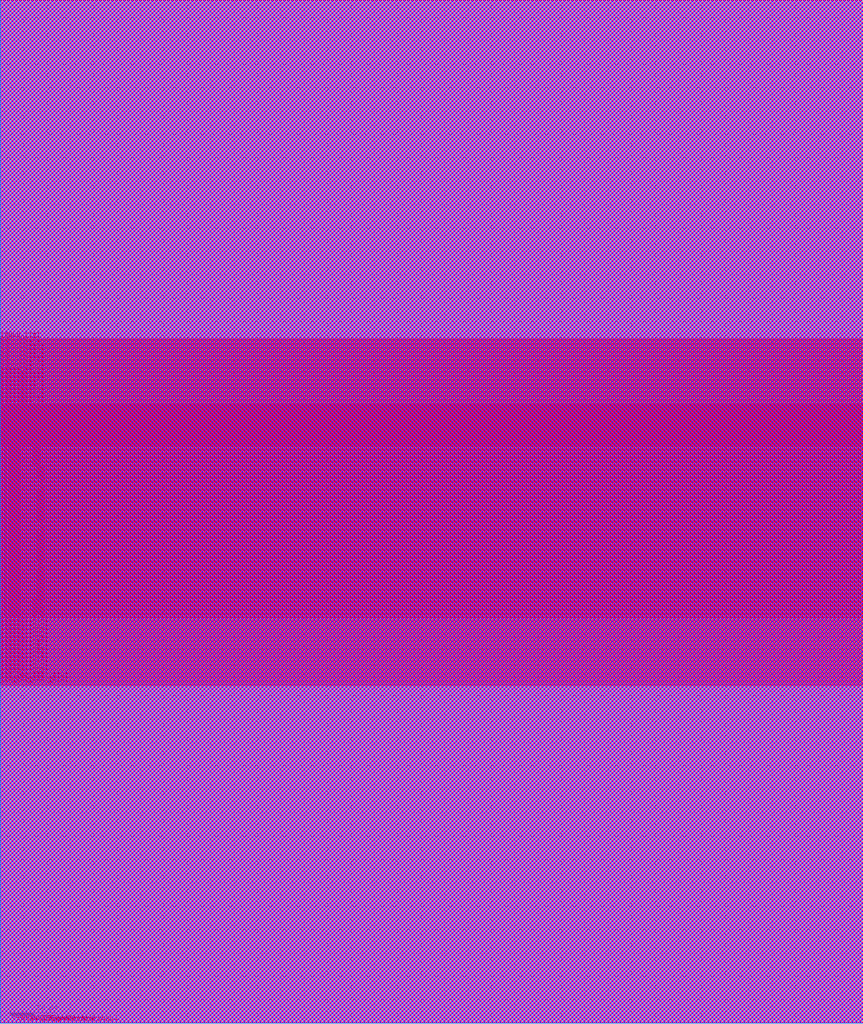
<source format=lef>
##
## LEF for PtnCells ;
## created by Innovus v19.12-s087_1 on Fri Dec 20 18:37:05 2024
##

VERSION 5.8 ;

BUSBITCHARS "[]" ;
DIVIDERCHAR "/" ;

MACRO MLP_no_sram
  CLASS BLOCK ;
  SIZE 368.980000 BY 437.570000 ;
  FOREIGN MLP_no_sram 0.000000 0.000000 ;
  ORIGIN 0 0 ;
  SYMMETRY X Y R90 ;
  PIN clk
    DIRECTION INPUT ;
    USE SIGNAL ;
    PORT
      LAYER metal4 ;
        RECT 5.065000 0.000000 5.205000 0.140000 ;
    END
  END clk
  PIN rst_b
    DIRECTION INPUT ;
    USE SIGNAL ;
    PORT
      LAYER metal4 ;
        RECT 6.745000 0.000000 6.885000 0.140000 ;
    END
  END rst_b
  PIN start_layer1_i
    DIRECTION INPUT ;
    USE SIGNAL ;
    PORT
      LAYER metal4 ;
        RECT 8.705000 0.000000 8.845000 0.140000 ;
    END
  END start_layer1_i
  PIN start_layer2_i
    DIRECTION INPUT ;
    USE SIGNAL ;
    PORT
      LAYER metal4 ;
        RECT 10.665000 0.000000 10.805000 0.140000 ;
    END
  END start_layer2_i
  PIN weight_bias_mem_req_o
    DIRECTION OUTPUT ;
    USE SIGNAL ;
    PORT
      LAYER metal4 ;
        RECT 12.345000 0.000000 12.485000 0.140000 ;
    END
  END weight_bias_mem_req_o
  PIN weight_bias_mem_ack_i
    DIRECTION INPUT ;
    USE SIGNAL ;
    PORT
      LAYER metal4 ;
        RECT 14.305000 0.000000 14.445000 0.140000 ;
    END
  END weight_bias_mem_ack_i
  PIN weight_bias_mem_addr_o[9]
    DIRECTION OUTPUT ;
    USE SIGNAL ;
    PORT
      LAYER metal4 ;
        RECT 72.825000 437.430000 72.965000 437.570000 ;
    END
  END weight_bias_mem_addr_o[9]
  PIN weight_bias_mem_addr_o[8]
    DIRECTION OUTPUT ;
    USE SIGNAL ;
    PORT
      LAYER metal4 ;
        RECT 73.665000 437.430000 73.805000 437.570000 ;
    END
  END weight_bias_mem_addr_o[8]
  PIN weight_bias_mem_addr_o[7]
    DIRECTION OUTPUT ;
    USE SIGNAL ;
    PORT
      LAYER metal4 ;
        RECT 74.505000 437.430000 74.645000 437.570000 ;
    END
  END weight_bias_mem_addr_o[7]
  PIN weight_bias_mem_addr_o[6]
    DIRECTION OUTPUT ;
    USE SIGNAL ;
    PORT
      LAYER metal4 ;
        RECT 75.345000 437.430000 75.485000 437.570000 ;
    END
  END weight_bias_mem_addr_o[6]
  PIN weight_bias_mem_addr_o[5]
    DIRECTION OUTPUT ;
    USE SIGNAL ;
    PORT
      LAYER metal4 ;
        RECT 76.185000 437.430000 76.325000 437.570000 ;
    END
  END weight_bias_mem_addr_o[5]
  PIN weight_bias_mem_addr_o[4]
    DIRECTION OUTPUT ;
    USE SIGNAL ;
    PORT
      LAYER metal4 ;
        RECT 77.025000 437.430000 77.165000 437.570000 ;
    END
  END weight_bias_mem_addr_o[4]
  PIN weight_bias_mem_addr_o[3]
    DIRECTION OUTPUT ;
    USE SIGNAL ;
    PORT
      LAYER metal4 ;
        RECT 77.865000 437.430000 78.005000 437.570000 ;
    END
  END weight_bias_mem_addr_o[3]
  PIN weight_bias_mem_addr_o[2]
    DIRECTION OUTPUT ;
    USE SIGNAL ;
    PORT
      LAYER metal4 ;
        RECT 78.705000 437.430000 78.845000 437.570000 ;
    END
  END weight_bias_mem_addr_o[2]
  PIN weight_bias_mem_addr_o[1]
    DIRECTION OUTPUT ;
    USE SIGNAL ;
    PORT
      LAYER metal4 ;
        RECT 79.545000 437.430000 79.685000 437.570000 ;
    END
  END weight_bias_mem_addr_o[1]
  PIN weight_bias_mem_addr_o[0]
    DIRECTION OUTPUT ;
    USE SIGNAL ;
    PORT
      LAYER metal4 ;
        RECT 80.385000 437.430000 80.525000 437.570000 ;
    END
  END weight_bias_mem_addr_o[0]
  PIN img_mem_req_o
    DIRECTION OUTPUT ;
    USE SIGNAL ;
    PORT
      LAYER metal4 ;
        RECT 16.265000 0.000000 16.405000 0.140000 ;
    END
  END img_mem_req_o
  PIN img_mem_ack_i
    DIRECTION INPUT ;
    USE SIGNAL ;
    PORT
      LAYER metal4 ;
        RECT 17.945000 0.000000 18.085000 0.140000 ;
    END
  END img_mem_ack_i
  PIN img_mem_addr_o[4]
    DIRECTION OUTPUT ;
    USE SIGNAL ;
    PORT
      LAYER metal4 ;
        RECT 0.000000 144.425000 0.140000 144.565000 ;
    END
  END img_mem_addr_o[4]
  PIN img_mem_addr_o[3]
    DIRECTION OUTPUT ;
    USE SIGNAL ;
    PORT
      LAYER metal4 ;
        RECT 0.000000 144.995000 0.140000 145.135000 ;
    END
  END img_mem_addr_o[3]
  PIN img_mem_addr_o[2]
    DIRECTION OUTPUT ;
    USE SIGNAL ;
    PORT
      LAYER metal4 ;
        RECT 0.000000 145.565000 0.140000 145.705000 ;
    END
  END img_mem_addr_o[2]
  PIN img_mem_addr_o[1]
    DIRECTION OUTPUT ;
    USE SIGNAL ;
    PORT
      LAYER metal4 ;
        RECT 0.000000 146.135000 0.140000 146.275000 ;
    END
  END img_mem_addr_o[1]
  PIN img_mem_addr_o[0]
    DIRECTION OUTPUT ;
    USE SIGNAL ;
    PORT
      LAYER metal4 ;
        RECT 0.000000 146.705000 0.140000 146.845000 ;
    END
  END img_mem_addr_o[0]
  PIN layer1_done_o
    DIRECTION OUTPUT ;
    USE SIGNAL ;
    PORT
      LAYER metal4 ;
        RECT 19.905000 0.000000 20.045000 0.140000 ;
    END
  END layer1_done_o
  PIN layer2_done_o
    DIRECTION OUTPUT ;
    USE SIGNAL ;
    PORT
      LAYER metal4 ;
        RECT 21.585000 0.000000 21.725000 0.140000 ;
    END
  END layer2_done_o
  PIN image_i[255]
    DIRECTION INPUT ;
    USE SIGNAL ;
    PORT
      LAYER metal4 ;
        RECT 0.000000 147.275000 0.140000 147.415000 ;
    END
  END image_i[255]
  PIN image_i[254]
    DIRECTION INPUT ;
    USE SIGNAL ;
    PORT
      LAYER metal4 ;
        RECT 0.000000 147.845000 0.140000 147.985000 ;
    END
  END image_i[254]
  PIN image_i[253]
    DIRECTION INPUT ;
    USE SIGNAL ;
    PORT
      LAYER metal4 ;
        RECT 0.000000 148.415000 0.140000 148.555000 ;
    END
  END image_i[253]
  PIN image_i[252]
    DIRECTION INPUT ;
    USE SIGNAL ;
    PORT
      LAYER metal4 ;
        RECT 0.000000 148.985000 0.140000 149.125000 ;
    END
  END image_i[252]
  PIN image_i[251]
    DIRECTION INPUT ;
    USE SIGNAL ;
    PORT
      LAYER metal4 ;
        RECT 0.000000 149.555000 0.140000 149.695000 ;
    END
  END image_i[251]
  PIN image_i[250]
    DIRECTION INPUT ;
    USE SIGNAL ;
    PORT
      LAYER metal4 ;
        RECT 0.000000 150.125000 0.140000 150.265000 ;
    END
  END image_i[250]
  PIN image_i[249]
    DIRECTION INPUT ;
    USE SIGNAL ;
    PORT
      LAYER metal4 ;
        RECT 0.000000 150.695000 0.140000 150.835000 ;
    END
  END image_i[249]
  PIN image_i[248]
    DIRECTION INPUT ;
    USE SIGNAL ;
    PORT
      LAYER metal4 ;
        RECT 0.000000 151.265000 0.140000 151.405000 ;
    END
  END image_i[248]
  PIN image_i[247]
    DIRECTION INPUT ;
    USE SIGNAL ;
    PORT
      LAYER metal4 ;
        RECT 0.000000 151.835000 0.140000 151.975000 ;
    END
  END image_i[247]
  PIN image_i[246]
    DIRECTION INPUT ;
    USE SIGNAL ;
    PORT
      LAYER metal4 ;
        RECT 0.000000 152.405000 0.140000 152.545000 ;
    END
  END image_i[246]
  PIN image_i[245]
    DIRECTION INPUT ;
    USE SIGNAL ;
    PORT
      LAYER metal4 ;
        RECT 0.000000 152.975000 0.140000 153.115000 ;
    END
  END image_i[245]
  PIN image_i[244]
    DIRECTION INPUT ;
    USE SIGNAL ;
    PORT
      LAYER metal4 ;
        RECT 0.000000 153.545000 0.140000 153.685000 ;
    END
  END image_i[244]
  PIN image_i[243]
    DIRECTION INPUT ;
    USE SIGNAL ;
    PORT
      LAYER metal4 ;
        RECT 0.000000 154.115000 0.140000 154.255000 ;
    END
  END image_i[243]
  PIN image_i[242]
    DIRECTION INPUT ;
    USE SIGNAL ;
    PORT
      LAYER metal4 ;
        RECT 0.000000 154.685000 0.140000 154.825000 ;
    END
  END image_i[242]
  PIN image_i[241]
    DIRECTION INPUT ;
    USE SIGNAL ;
    PORT
      LAYER metal4 ;
        RECT 0.000000 155.255000 0.140000 155.395000 ;
    END
  END image_i[241]
  PIN image_i[240]
    DIRECTION INPUT ;
    USE SIGNAL ;
    PORT
      LAYER metal4 ;
        RECT 0.000000 155.825000 0.140000 155.965000 ;
    END
  END image_i[240]
  PIN image_i[239]
    DIRECTION INPUT ;
    USE SIGNAL ;
    PORT
      LAYER metal4 ;
        RECT 0.000000 156.395000 0.140000 156.535000 ;
    END
  END image_i[239]
  PIN image_i[238]
    DIRECTION INPUT ;
    USE SIGNAL ;
    PORT
      LAYER metal4 ;
        RECT 0.000000 156.965000 0.140000 157.105000 ;
    END
  END image_i[238]
  PIN image_i[237]
    DIRECTION INPUT ;
    USE SIGNAL ;
    PORT
      LAYER metal4 ;
        RECT 0.000000 157.535000 0.140000 157.675000 ;
    END
  END image_i[237]
  PIN image_i[236]
    DIRECTION INPUT ;
    USE SIGNAL ;
    PORT
      LAYER metal4 ;
        RECT 0.000000 158.105000 0.140000 158.245000 ;
    END
  END image_i[236]
  PIN image_i[235]
    DIRECTION INPUT ;
    USE SIGNAL ;
    PORT
      LAYER metal4 ;
        RECT 0.000000 158.675000 0.140000 158.815000 ;
    END
  END image_i[235]
  PIN image_i[234]
    DIRECTION INPUT ;
    USE SIGNAL ;
    PORT
      LAYER metal4 ;
        RECT 0.000000 159.245000 0.140000 159.385000 ;
    END
  END image_i[234]
  PIN image_i[233]
    DIRECTION INPUT ;
    USE SIGNAL ;
    PORT
      LAYER metal4 ;
        RECT 0.000000 159.815000 0.140000 159.955000 ;
    END
  END image_i[233]
  PIN image_i[232]
    DIRECTION INPUT ;
    USE SIGNAL ;
    PORT
      LAYER metal4 ;
        RECT 0.000000 160.385000 0.140000 160.525000 ;
    END
  END image_i[232]
  PIN image_i[231]
    DIRECTION INPUT ;
    USE SIGNAL ;
    PORT
      LAYER metal4 ;
        RECT 0.000000 160.955000 0.140000 161.095000 ;
    END
  END image_i[231]
  PIN image_i[230]
    DIRECTION INPUT ;
    USE SIGNAL ;
    PORT
      LAYER metal4 ;
        RECT 0.000000 161.525000 0.140000 161.665000 ;
    END
  END image_i[230]
  PIN image_i[229]
    DIRECTION INPUT ;
    USE SIGNAL ;
    PORT
      LAYER metal4 ;
        RECT 0.000000 162.095000 0.140000 162.235000 ;
    END
  END image_i[229]
  PIN image_i[228]
    DIRECTION INPUT ;
    USE SIGNAL ;
    PORT
      LAYER metal4 ;
        RECT 0.000000 162.665000 0.140000 162.805000 ;
    END
  END image_i[228]
  PIN image_i[227]
    DIRECTION INPUT ;
    USE SIGNAL ;
    PORT
      LAYER metal4 ;
        RECT 0.000000 163.235000 0.140000 163.375000 ;
    END
  END image_i[227]
  PIN image_i[226]
    DIRECTION INPUT ;
    USE SIGNAL ;
    PORT
      LAYER metal4 ;
        RECT 0.000000 163.805000 0.140000 163.945000 ;
    END
  END image_i[226]
  PIN image_i[225]
    DIRECTION INPUT ;
    USE SIGNAL ;
    PORT
      LAYER metal4 ;
        RECT 0.000000 164.375000 0.140000 164.515000 ;
    END
  END image_i[225]
  PIN image_i[224]
    DIRECTION INPUT ;
    USE SIGNAL ;
    PORT
      LAYER metal4 ;
        RECT 0.000000 164.945000 0.140000 165.085000 ;
    END
  END image_i[224]
  PIN image_i[223]
    DIRECTION INPUT ;
    USE SIGNAL ;
    PORT
      LAYER metal4 ;
        RECT 0.000000 165.515000 0.140000 165.655000 ;
    END
  END image_i[223]
  PIN image_i[222]
    DIRECTION INPUT ;
    USE SIGNAL ;
    PORT
      LAYER metal4 ;
        RECT 0.000000 166.085000 0.140000 166.225000 ;
    END
  END image_i[222]
  PIN image_i[221]
    DIRECTION INPUT ;
    USE SIGNAL ;
    PORT
      LAYER metal4 ;
        RECT 0.000000 166.655000 0.140000 166.795000 ;
    END
  END image_i[221]
  PIN image_i[220]
    DIRECTION INPUT ;
    USE SIGNAL ;
    PORT
      LAYER metal4 ;
        RECT 0.000000 167.225000 0.140000 167.365000 ;
    END
  END image_i[220]
  PIN image_i[219]
    DIRECTION INPUT ;
    USE SIGNAL ;
    PORT
      LAYER metal4 ;
        RECT 0.000000 167.795000 0.140000 167.935000 ;
    END
  END image_i[219]
  PIN image_i[218]
    DIRECTION INPUT ;
    USE SIGNAL ;
    PORT
      LAYER metal4 ;
        RECT 0.000000 168.365000 0.140000 168.505000 ;
    END
  END image_i[218]
  PIN image_i[217]
    DIRECTION INPUT ;
    USE SIGNAL ;
    PORT
      LAYER metal4 ;
        RECT 0.000000 168.935000 0.140000 169.075000 ;
    END
  END image_i[217]
  PIN image_i[216]
    DIRECTION INPUT ;
    USE SIGNAL ;
    PORT
      LAYER metal4 ;
        RECT 0.000000 169.505000 0.140000 169.645000 ;
    END
  END image_i[216]
  PIN image_i[215]
    DIRECTION INPUT ;
    USE SIGNAL ;
    PORT
      LAYER metal4 ;
        RECT 0.000000 170.075000 0.140000 170.215000 ;
    END
  END image_i[215]
  PIN image_i[214]
    DIRECTION INPUT ;
    USE SIGNAL ;
    PORT
      LAYER metal4 ;
        RECT 0.000000 170.645000 0.140000 170.785000 ;
    END
  END image_i[214]
  PIN image_i[213]
    DIRECTION INPUT ;
    USE SIGNAL ;
    PORT
      LAYER metal4 ;
        RECT 0.000000 171.215000 0.140000 171.355000 ;
    END
  END image_i[213]
  PIN image_i[212]
    DIRECTION INPUT ;
    USE SIGNAL ;
    PORT
      LAYER metal4 ;
        RECT 0.000000 171.785000 0.140000 171.925000 ;
    END
  END image_i[212]
  PIN image_i[211]
    DIRECTION INPUT ;
    USE SIGNAL ;
    PORT
      LAYER metal4 ;
        RECT 0.000000 172.355000 0.140000 172.495000 ;
    END
  END image_i[211]
  PIN image_i[210]
    DIRECTION INPUT ;
    USE SIGNAL ;
    PORT
      LAYER metal4 ;
        RECT 0.000000 172.925000 0.140000 173.065000 ;
    END
  END image_i[210]
  PIN image_i[209]
    DIRECTION INPUT ;
    USE SIGNAL ;
    PORT
      LAYER metal4 ;
        RECT 0.000000 173.495000 0.140000 173.635000 ;
    END
  END image_i[209]
  PIN image_i[208]
    DIRECTION INPUT ;
    USE SIGNAL ;
    PORT
      LAYER metal4 ;
        RECT 0.000000 174.065000 0.140000 174.205000 ;
    END
  END image_i[208]
  PIN image_i[207]
    DIRECTION INPUT ;
    USE SIGNAL ;
    PORT
      LAYER metal4 ;
        RECT 0.000000 174.635000 0.140000 174.775000 ;
    END
  END image_i[207]
  PIN image_i[206]
    DIRECTION INPUT ;
    USE SIGNAL ;
    PORT
      LAYER metal4 ;
        RECT 0.000000 175.205000 0.140000 175.345000 ;
    END
  END image_i[206]
  PIN image_i[205]
    DIRECTION INPUT ;
    USE SIGNAL ;
    PORT
      LAYER metal4 ;
        RECT 0.000000 175.775000 0.140000 175.915000 ;
    END
  END image_i[205]
  PIN image_i[204]
    DIRECTION INPUT ;
    USE SIGNAL ;
    PORT
      LAYER metal4 ;
        RECT 0.000000 176.345000 0.140000 176.485000 ;
    END
  END image_i[204]
  PIN image_i[203]
    DIRECTION INPUT ;
    USE SIGNAL ;
    PORT
      LAYER metal4 ;
        RECT 0.000000 176.915000 0.140000 177.055000 ;
    END
  END image_i[203]
  PIN image_i[202]
    DIRECTION INPUT ;
    USE SIGNAL ;
    PORT
      LAYER metal4 ;
        RECT 0.000000 177.485000 0.140000 177.625000 ;
    END
  END image_i[202]
  PIN image_i[201]
    DIRECTION INPUT ;
    USE SIGNAL ;
    PORT
      LAYER metal4 ;
        RECT 0.000000 178.055000 0.140000 178.195000 ;
    END
  END image_i[201]
  PIN image_i[200]
    DIRECTION INPUT ;
    USE SIGNAL ;
    PORT
      LAYER metal4 ;
        RECT 0.000000 178.625000 0.140000 178.765000 ;
    END
  END image_i[200]
  PIN image_i[199]
    DIRECTION INPUT ;
    USE SIGNAL ;
    PORT
      LAYER metal4 ;
        RECT 0.000000 179.195000 0.140000 179.335000 ;
    END
  END image_i[199]
  PIN image_i[198]
    DIRECTION INPUT ;
    USE SIGNAL ;
    PORT
      LAYER metal4 ;
        RECT 0.000000 179.765000 0.140000 179.905000 ;
    END
  END image_i[198]
  PIN image_i[197]
    DIRECTION INPUT ;
    USE SIGNAL ;
    PORT
      LAYER metal4 ;
        RECT 0.000000 180.335000 0.140000 180.475000 ;
    END
  END image_i[197]
  PIN image_i[196]
    DIRECTION INPUT ;
    USE SIGNAL ;
    PORT
      LAYER metal4 ;
        RECT 0.000000 180.905000 0.140000 181.045000 ;
    END
  END image_i[196]
  PIN image_i[195]
    DIRECTION INPUT ;
    USE SIGNAL ;
    PORT
      LAYER metal4 ;
        RECT 0.000000 181.475000 0.140000 181.615000 ;
    END
  END image_i[195]
  PIN image_i[194]
    DIRECTION INPUT ;
    USE SIGNAL ;
    PORT
      LAYER metal4 ;
        RECT 0.000000 182.045000 0.140000 182.185000 ;
    END
  END image_i[194]
  PIN image_i[193]
    DIRECTION INPUT ;
    USE SIGNAL ;
    PORT
      LAYER metal4 ;
        RECT 0.000000 182.615000 0.140000 182.755000 ;
    END
  END image_i[193]
  PIN image_i[192]
    DIRECTION INPUT ;
    USE SIGNAL ;
    PORT
      LAYER metal4 ;
        RECT 0.000000 183.185000 0.140000 183.325000 ;
    END
  END image_i[192]
  PIN image_i[191]
    DIRECTION INPUT ;
    USE SIGNAL ;
    PORT
      LAYER metal4 ;
        RECT 0.000000 183.755000 0.140000 183.895000 ;
    END
  END image_i[191]
  PIN image_i[190]
    DIRECTION INPUT ;
    USE SIGNAL ;
    PORT
      LAYER metal4 ;
        RECT 0.000000 184.325000 0.140000 184.465000 ;
    END
  END image_i[190]
  PIN image_i[189]
    DIRECTION INPUT ;
    USE SIGNAL ;
    PORT
      LAYER metal4 ;
        RECT 0.000000 184.895000 0.140000 185.035000 ;
    END
  END image_i[189]
  PIN image_i[188]
    DIRECTION INPUT ;
    USE SIGNAL ;
    PORT
      LAYER metal4 ;
        RECT 0.000000 185.465000 0.140000 185.605000 ;
    END
  END image_i[188]
  PIN image_i[187]
    DIRECTION INPUT ;
    USE SIGNAL ;
    PORT
      LAYER metal4 ;
        RECT 0.000000 186.035000 0.140000 186.175000 ;
    END
  END image_i[187]
  PIN image_i[186]
    DIRECTION INPUT ;
    USE SIGNAL ;
    PORT
      LAYER metal4 ;
        RECT 0.000000 186.605000 0.140000 186.745000 ;
    END
  END image_i[186]
  PIN image_i[185]
    DIRECTION INPUT ;
    USE SIGNAL ;
    PORT
      LAYER metal4 ;
        RECT 0.000000 187.175000 0.140000 187.315000 ;
    END
  END image_i[185]
  PIN image_i[184]
    DIRECTION INPUT ;
    USE SIGNAL ;
    PORT
      LAYER metal4 ;
        RECT 0.000000 187.745000 0.140000 187.885000 ;
    END
  END image_i[184]
  PIN image_i[183]
    DIRECTION INPUT ;
    USE SIGNAL ;
    PORT
      LAYER metal4 ;
        RECT 0.000000 188.315000 0.140000 188.455000 ;
    END
  END image_i[183]
  PIN image_i[182]
    DIRECTION INPUT ;
    USE SIGNAL ;
    PORT
      LAYER metal4 ;
        RECT 0.000000 188.885000 0.140000 189.025000 ;
    END
  END image_i[182]
  PIN image_i[181]
    DIRECTION INPUT ;
    USE SIGNAL ;
    PORT
      LAYER metal4 ;
        RECT 0.000000 189.455000 0.140000 189.595000 ;
    END
  END image_i[181]
  PIN image_i[180]
    DIRECTION INPUT ;
    USE SIGNAL ;
    PORT
      LAYER metal4 ;
        RECT 0.000000 190.025000 0.140000 190.165000 ;
    END
  END image_i[180]
  PIN image_i[179]
    DIRECTION INPUT ;
    USE SIGNAL ;
    PORT
      LAYER metal4 ;
        RECT 0.000000 190.595000 0.140000 190.735000 ;
    END
  END image_i[179]
  PIN image_i[178]
    DIRECTION INPUT ;
    USE SIGNAL ;
    PORT
      LAYER metal4 ;
        RECT 0.000000 191.165000 0.140000 191.305000 ;
    END
  END image_i[178]
  PIN image_i[177]
    DIRECTION INPUT ;
    USE SIGNAL ;
    PORT
      LAYER metal4 ;
        RECT 0.000000 191.735000 0.140000 191.875000 ;
    END
  END image_i[177]
  PIN image_i[176]
    DIRECTION INPUT ;
    USE SIGNAL ;
    PORT
      LAYER metal4 ;
        RECT 0.000000 192.305000 0.140000 192.445000 ;
    END
  END image_i[176]
  PIN image_i[175]
    DIRECTION INPUT ;
    USE SIGNAL ;
    PORT
      LAYER metal4 ;
        RECT 0.000000 192.875000 0.140000 193.015000 ;
    END
  END image_i[175]
  PIN image_i[174]
    DIRECTION INPUT ;
    USE SIGNAL ;
    PORT
      LAYER metal4 ;
        RECT 0.000000 193.445000 0.140000 193.585000 ;
    END
  END image_i[174]
  PIN image_i[173]
    DIRECTION INPUT ;
    USE SIGNAL ;
    PORT
      LAYER metal4 ;
        RECT 0.000000 194.015000 0.140000 194.155000 ;
    END
  END image_i[173]
  PIN image_i[172]
    DIRECTION INPUT ;
    USE SIGNAL ;
    PORT
      LAYER metal4 ;
        RECT 0.000000 194.585000 0.140000 194.725000 ;
    END
  END image_i[172]
  PIN image_i[171]
    DIRECTION INPUT ;
    USE SIGNAL ;
    PORT
      LAYER metal4 ;
        RECT 0.000000 195.155000 0.140000 195.295000 ;
    END
  END image_i[171]
  PIN image_i[170]
    DIRECTION INPUT ;
    USE SIGNAL ;
    PORT
      LAYER metal4 ;
        RECT 0.000000 195.725000 0.140000 195.865000 ;
    END
  END image_i[170]
  PIN image_i[169]
    DIRECTION INPUT ;
    USE SIGNAL ;
    PORT
      LAYER metal4 ;
        RECT 0.000000 196.295000 0.140000 196.435000 ;
    END
  END image_i[169]
  PIN image_i[168]
    DIRECTION INPUT ;
    USE SIGNAL ;
    PORT
      LAYER metal4 ;
        RECT 0.000000 196.865000 0.140000 197.005000 ;
    END
  END image_i[168]
  PIN image_i[167]
    DIRECTION INPUT ;
    USE SIGNAL ;
    PORT
      LAYER metal4 ;
        RECT 0.000000 197.435000 0.140000 197.575000 ;
    END
  END image_i[167]
  PIN image_i[166]
    DIRECTION INPUT ;
    USE SIGNAL ;
    PORT
      LAYER metal4 ;
        RECT 0.000000 198.005000 0.140000 198.145000 ;
    END
  END image_i[166]
  PIN image_i[165]
    DIRECTION INPUT ;
    USE SIGNAL ;
    PORT
      LAYER metal4 ;
        RECT 0.000000 198.575000 0.140000 198.715000 ;
    END
  END image_i[165]
  PIN image_i[164]
    DIRECTION INPUT ;
    USE SIGNAL ;
    PORT
      LAYER metal4 ;
        RECT 0.000000 199.145000 0.140000 199.285000 ;
    END
  END image_i[164]
  PIN image_i[163]
    DIRECTION INPUT ;
    USE SIGNAL ;
    PORT
      LAYER metal4 ;
        RECT 0.000000 199.715000 0.140000 199.855000 ;
    END
  END image_i[163]
  PIN image_i[162]
    DIRECTION INPUT ;
    USE SIGNAL ;
    PORT
      LAYER metal4 ;
        RECT 0.000000 200.285000 0.140000 200.425000 ;
    END
  END image_i[162]
  PIN image_i[161]
    DIRECTION INPUT ;
    USE SIGNAL ;
    PORT
      LAYER metal4 ;
        RECT 0.000000 200.855000 0.140000 200.995000 ;
    END
  END image_i[161]
  PIN image_i[160]
    DIRECTION INPUT ;
    USE SIGNAL ;
    PORT
      LAYER metal4 ;
        RECT 0.000000 201.425000 0.140000 201.565000 ;
    END
  END image_i[160]
  PIN image_i[159]
    DIRECTION INPUT ;
    USE SIGNAL ;
    PORT
      LAYER metal4 ;
        RECT 0.000000 201.995000 0.140000 202.135000 ;
    END
  END image_i[159]
  PIN image_i[158]
    DIRECTION INPUT ;
    USE SIGNAL ;
    PORT
      LAYER metal4 ;
        RECT 0.000000 202.565000 0.140000 202.705000 ;
    END
  END image_i[158]
  PIN image_i[157]
    DIRECTION INPUT ;
    USE SIGNAL ;
    PORT
      LAYER metal4 ;
        RECT 0.000000 203.135000 0.140000 203.275000 ;
    END
  END image_i[157]
  PIN image_i[156]
    DIRECTION INPUT ;
    USE SIGNAL ;
    PORT
      LAYER metal4 ;
        RECT 0.000000 203.705000 0.140000 203.845000 ;
    END
  END image_i[156]
  PIN image_i[155]
    DIRECTION INPUT ;
    USE SIGNAL ;
    PORT
      LAYER metal4 ;
        RECT 0.000000 204.275000 0.140000 204.415000 ;
    END
  END image_i[155]
  PIN image_i[154]
    DIRECTION INPUT ;
    USE SIGNAL ;
    PORT
      LAYER metal4 ;
        RECT 0.000000 204.845000 0.140000 204.985000 ;
    END
  END image_i[154]
  PIN image_i[153]
    DIRECTION INPUT ;
    USE SIGNAL ;
    PORT
      LAYER metal4 ;
        RECT 0.000000 205.415000 0.140000 205.555000 ;
    END
  END image_i[153]
  PIN image_i[152]
    DIRECTION INPUT ;
    USE SIGNAL ;
    PORT
      LAYER metal4 ;
        RECT 0.000000 205.985000 0.140000 206.125000 ;
    END
  END image_i[152]
  PIN image_i[151]
    DIRECTION INPUT ;
    USE SIGNAL ;
    PORT
      LAYER metal4 ;
        RECT 0.000000 206.555000 0.140000 206.695000 ;
    END
  END image_i[151]
  PIN image_i[150]
    DIRECTION INPUT ;
    USE SIGNAL ;
    PORT
      LAYER metal4 ;
        RECT 0.000000 207.125000 0.140000 207.265000 ;
    END
  END image_i[150]
  PIN image_i[149]
    DIRECTION INPUT ;
    USE SIGNAL ;
    PORT
      LAYER metal4 ;
        RECT 0.000000 207.695000 0.140000 207.835000 ;
    END
  END image_i[149]
  PIN image_i[148]
    DIRECTION INPUT ;
    USE SIGNAL ;
    PORT
      LAYER metal4 ;
        RECT 0.000000 208.265000 0.140000 208.405000 ;
    END
  END image_i[148]
  PIN image_i[147]
    DIRECTION INPUT ;
    USE SIGNAL ;
    PORT
      LAYER metal4 ;
        RECT 0.000000 208.835000 0.140000 208.975000 ;
    END
  END image_i[147]
  PIN image_i[146]
    DIRECTION INPUT ;
    USE SIGNAL ;
    PORT
      LAYER metal4 ;
        RECT 0.000000 209.405000 0.140000 209.545000 ;
    END
  END image_i[146]
  PIN image_i[145]
    DIRECTION INPUT ;
    USE SIGNAL ;
    PORT
      LAYER metal4 ;
        RECT 0.000000 209.975000 0.140000 210.115000 ;
    END
  END image_i[145]
  PIN image_i[144]
    DIRECTION INPUT ;
    USE SIGNAL ;
    PORT
      LAYER metal4 ;
        RECT 0.000000 210.545000 0.140000 210.685000 ;
    END
  END image_i[144]
  PIN image_i[143]
    DIRECTION INPUT ;
    USE SIGNAL ;
    PORT
      LAYER metal4 ;
        RECT 0.000000 211.115000 0.140000 211.255000 ;
    END
  END image_i[143]
  PIN image_i[142]
    DIRECTION INPUT ;
    USE SIGNAL ;
    PORT
      LAYER metal4 ;
        RECT 0.000000 211.685000 0.140000 211.825000 ;
    END
  END image_i[142]
  PIN image_i[141]
    DIRECTION INPUT ;
    USE SIGNAL ;
    PORT
      LAYER metal4 ;
        RECT 0.000000 212.255000 0.140000 212.395000 ;
    END
  END image_i[141]
  PIN image_i[140]
    DIRECTION INPUT ;
    USE SIGNAL ;
    PORT
      LAYER metal4 ;
        RECT 0.000000 212.825000 0.140000 212.965000 ;
    END
  END image_i[140]
  PIN image_i[139]
    DIRECTION INPUT ;
    USE SIGNAL ;
    PORT
      LAYER metal4 ;
        RECT 0.000000 213.395000 0.140000 213.535000 ;
    END
  END image_i[139]
  PIN image_i[138]
    DIRECTION INPUT ;
    USE SIGNAL ;
    PORT
      LAYER metal4 ;
        RECT 0.000000 213.965000 0.140000 214.105000 ;
    END
  END image_i[138]
  PIN image_i[137]
    DIRECTION INPUT ;
    USE SIGNAL ;
    PORT
      LAYER metal4 ;
        RECT 0.000000 214.535000 0.140000 214.675000 ;
    END
  END image_i[137]
  PIN image_i[136]
    DIRECTION INPUT ;
    USE SIGNAL ;
    PORT
      LAYER metal4 ;
        RECT 0.000000 215.105000 0.140000 215.245000 ;
    END
  END image_i[136]
  PIN image_i[135]
    DIRECTION INPUT ;
    USE SIGNAL ;
    PORT
      LAYER metal4 ;
        RECT 0.000000 215.675000 0.140000 215.815000 ;
    END
  END image_i[135]
  PIN image_i[134]
    DIRECTION INPUT ;
    USE SIGNAL ;
    PORT
      LAYER metal4 ;
        RECT 0.000000 216.245000 0.140000 216.385000 ;
    END
  END image_i[134]
  PIN image_i[133]
    DIRECTION INPUT ;
    USE SIGNAL ;
    PORT
      LAYER metal4 ;
        RECT 0.000000 216.815000 0.140000 216.955000 ;
    END
  END image_i[133]
  PIN image_i[132]
    DIRECTION INPUT ;
    USE SIGNAL ;
    PORT
      LAYER metal4 ;
        RECT 0.000000 217.385000 0.140000 217.525000 ;
    END
  END image_i[132]
  PIN image_i[131]
    DIRECTION INPUT ;
    USE SIGNAL ;
    PORT
      LAYER metal4 ;
        RECT 0.000000 217.955000 0.140000 218.095000 ;
    END
  END image_i[131]
  PIN image_i[130]
    DIRECTION INPUT ;
    USE SIGNAL ;
    PORT
      LAYER metal4 ;
        RECT 0.000000 218.525000 0.140000 218.665000 ;
    END
  END image_i[130]
  PIN image_i[129]
    DIRECTION INPUT ;
    USE SIGNAL ;
    PORT
      LAYER metal4 ;
        RECT 0.000000 219.095000 0.140000 219.235000 ;
    END
  END image_i[129]
  PIN image_i[128]
    DIRECTION INPUT ;
    USE SIGNAL ;
    PORT
      LAYER metal4 ;
        RECT 0.000000 219.665000 0.140000 219.805000 ;
    END
  END image_i[128]
  PIN image_i[127]
    DIRECTION INPUT ;
    USE SIGNAL ;
    PORT
      LAYER metal4 ;
        RECT 0.000000 220.235000 0.140000 220.375000 ;
    END
  END image_i[127]
  PIN image_i[126]
    DIRECTION INPUT ;
    USE SIGNAL ;
    PORT
      LAYER metal4 ;
        RECT 0.000000 220.805000 0.140000 220.945000 ;
    END
  END image_i[126]
  PIN image_i[125]
    DIRECTION INPUT ;
    USE SIGNAL ;
    PORT
      LAYER metal4 ;
        RECT 0.000000 221.375000 0.140000 221.515000 ;
    END
  END image_i[125]
  PIN image_i[124]
    DIRECTION INPUT ;
    USE SIGNAL ;
    PORT
      LAYER metal4 ;
        RECT 0.000000 221.945000 0.140000 222.085000 ;
    END
  END image_i[124]
  PIN image_i[123]
    DIRECTION INPUT ;
    USE SIGNAL ;
    PORT
      LAYER metal4 ;
        RECT 0.000000 222.515000 0.140000 222.655000 ;
    END
  END image_i[123]
  PIN image_i[122]
    DIRECTION INPUT ;
    USE SIGNAL ;
    PORT
      LAYER metal4 ;
        RECT 0.000000 223.085000 0.140000 223.225000 ;
    END
  END image_i[122]
  PIN image_i[121]
    DIRECTION INPUT ;
    USE SIGNAL ;
    PORT
      LAYER metal4 ;
        RECT 0.000000 223.655000 0.140000 223.795000 ;
    END
  END image_i[121]
  PIN image_i[120]
    DIRECTION INPUT ;
    USE SIGNAL ;
    PORT
      LAYER metal4 ;
        RECT 0.000000 224.225000 0.140000 224.365000 ;
    END
  END image_i[120]
  PIN image_i[119]
    DIRECTION INPUT ;
    USE SIGNAL ;
    PORT
      LAYER metal4 ;
        RECT 0.000000 224.795000 0.140000 224.935000 ;
    END
  END image_i[119]
  PIN image_i[118]
    DIRECTION INPUT ;
    USE SIGNAL ;
    PORT
      LAYER metal4 ;
        RECT 0.000000 225.365000 0.140000 225.505000 ;
    END
  END image_i[118]
  PIN image_i[117]
    DIRECTION INPUT ;
    USE SIGNAL ;
    PORT
      LAYER metal4 ;
        RECT 0.000000 225.935000 0.140000 226.075000 ;
    END
  END image_i[117]
  PIN image_i[116]
    DIRECTION INPUT ;
    USE SIGNAL ;
    PORT
      LAYER metal4 ;
        RECT 0.000000 226.505000 0.140000 226.645000 ;
    END
  END image_i[116]
  PIN image_i[115]
    DIRECTION INPUT ;
    USE SIGNAL ;
    PORT
      LAYER metal4 ;
        RECT 0.000000 227.075000 0.140000 227.215000 ;
    END
  END image_i[115]
  PIN image_i[114]
    DIRECTION INPUT ;
    USE SIGNAL ;
    PORT
      LAYER metal4 ;
        RECT 0.000000 227.645000 0.140000 227.785000 ;
    END
  END image_i[114]
  PIN image_i[113]
    DIRECTION INPUT ;
    USE SIGNAL ;
    PORT
      LAYER metal4 ;
        RECT 0.000000 228.215000 0.140000 228.355000 ;
    END
  END image_i[113]
  PIN image_i[112]
    DIRECTION INPUT ;
    USE SIGNAL ;
    PORT
      LAYER metal4 ;
        RECT 0.000000 228.785000 0.140000 228.925000 ;
    END
  END image_i[112]
  PIN image_i[111]
    DIRECTION INPUT ;
    USE SIGNAL ;
    PORT
      LAYER metal4 ;
        RECT 0.000000 229.355000 0.140000 229.495000 ;
    END
  END image_i[111]
  PIN image_i[110]
    DIRECTION INPUT ;
    USE SIGNAL ;
    PORT
      LAYER metal4 ;
        RECT 0.000000 229.925000 0.140000 230.065000 ;
    END
  END image_i[110]
  PIN image_i[109]
    DIRECTION INPUT ;
    USE SIGNAL ;
    PORT
      LAYER metal4 ;
        RECT 0.000000 230.495000 0.140000 230.635000 ;
    END
  END image_i[109]
  PIN image_i[108]
    DIRECTION INPUT ;
    USE SIGNAL ;
    PORT
      LAYER metal4 ;
        RECT 0.000000 231.065000 0.140000 231.205000 ;
    END
  END image_i[108]
  PIN image_i[107]
    DIRECTION INPUT ;
    USE SIGNAL ;
    PORT
      LAYER metal4 ;
        RECT 0.000000 231.635000 0.140000 231.775000 ;
    END
  END image_i[107]
  PIN image_i[106]
    DIRECTION INPUT ;
    USE SIGNAL ;
    PORT
      LAYER metal4 ;
        RECT 0.000000 232.205000 0.140000 232.345000 ;
    END
  END image_i[106]
  PIN image_i[105]
    DIRECTION INPUT ;
    USE SIGNAL ;
    PORT
      LAYER metal4 ;
        RECT 0.000000 232.775000 0.140000 232.915000 ;
    END
  END image_i[105]
  PIN image_i[104]
    DIRECTION INPUT ;
    USE SIGNAL ;
    PORT
      LAYER metal4 ;
        RECT 0.000000 233.345000 0.140000 233.485000 ;
    END
  END image_i[104]
  PIN image_i[103]
    DIRECTION INPUT ;
    USE SIGNAL ;
    PORT
      LAYER metal4 ;
        RECT 0.000000 233.915000 0.140000 234.055000 ;
    END
  END image_i[103]
  PIN image_i[102]
    DIRECTION INPUT ;
    USE SIGNAL ;
    PORT
      LAYER metal4 ;
        RECT 0.000000 234.485000 0.140000 234.625000 ;
    END
  END image_i[102]
  PIN image_i[101]
    DIRECTION INPUT ;
    USE SIGNAL ;
    PORT
      LAYER metal4 ;
        RECT 0.000000 235.055000 0.140000 235.195000 ;
    END
  END image_i[101]
  PIN image_i[100]
    DIRECTION INPUT ;
    USE SIGNAL ;
    PORT
      LAYER metal4 ;
        RECT 0.000000 235.625000 0.140000 235.765000 ;
    END
  END image_i[100]
  PIN image_i[99]
    DIRECTION INPUT ;
    USE SIGNAL ;
    PORT
      LAYER metal4 ;
        RECT 0.000000 236.195000 0.140000 236.335000 ;
    END
  END image_i[99]
  PIN image_i[98]
    DIRECTION INPUT ;
    USE SIGNAL ;
    PORT
      LAYER metal4 ;
        RECT 0.000000 236.765000 0.140000 236.905000 ;
    END
  END image_i[98]
  PIN image_i[97]
    DIRECTION INPUT ;
    USE SIGNAL ;
    PORT
      LAYER metal4 ;
        RECT 0.000000 237.335000 0.140000 237.475000 ;
    END
  END image_i[97]
  PIN image_i[96]
    DIRECTION INPUT ;
    USE SIGNAL ;
    PORT
      LAYER metal4 ;
        RECT 0.000000 237.905000 0.140000 238.045000 ;
    END
  END image_i[96]
  PIN image_i[95]
    DIRECTION INPUT ;
    USE SIGNAL ;
    PORT
      LAYER metal4 ;
        RECT 0.000000 238.475000 0.140000 238.615000 ;
    END
  END image_i[95]
  PIN image_i[94]
    DIRECTION INPUT ;
    USE SIGNAL ;
    PORT
      LAYER metal4 ;
        RECT 0.000000 239.045000 0.140000 239.185000 ;
    END
  END image_i[94]
  PIN image_i[93]
    DIRECTION INPUT ;
    USE SIGNAL ;
    PORT
      LAYER metal4 ;
        RECT 0.000000 239.615000 0.140000 239.755000 ;
    END
  END image_i[93]
  PIN image_i[92]
    DIRECTION INPUT ;
    USE SIGNAL ;
    PORT
      LAYER metal4 ;
        RECT 0.000000 240.185000 0.140000 240.325000 ;
    END
  END image_i[92]
  PIN image_i[91]
    DIRECTION INPUT ;
    USE SIGNAL ;
    PORT
      LAYER metal4 ;
        RECT 0.000000 240.755000 0.140000 240.895000 ;
    END
  END image_i[91]
  PIN image_i[90]
    DIRECTION INPUT ;
    USE SIGNAL ;
    PORT
      LAYER metal4 ;
        RECT 0.000000 241.325000 0.140000 241.465000 ;
    END
  END image_i[90]
  PIN image_i[89]
    DIRECTION INPUT ;
    USE SIGNAL ;
    PORT
      LAYER metal4 ;
        RECT 0.000000 241.895000 0.140000 242.035000 ;
    END
  END image_i[89]
  PIN image_i[88]
    DIRECTION INPUT ;
    USE SIGNAL ;
    PORT
      LAYER metal4 ;
        RECT 0.000000 242.465000 0.140000 242.605000 ;
    END
  END image_i[88]
  PIN image_i[87]
    DIRECTION INPUT ;
    USE SIGNAL ;
    PORT
      LAYER metal4 ;
        RECT 0.000000 243.035000 0.140000 243.175000 ;
    END
  END image_i[87]
  PIN image_i[86]
    DIRECTION INPUT ;
    USE SIGNAL ;
    PORT
      LAYER metal4 ;
        RECT 0.000000 243.605000 0.140000 243.745000 ;
    END
  END image_i[86]
  PIN image_i[85]
    DIRECTION INPUT ;
    USE SIGNAL ;
    PORT
      LAYER metal4 ;
        RECT 0.000000 244.175000 0.140000 244.315000 ;
    END
  END image_i[85]
  PIN image_i[84]
    DIRECTION INPUT ;
    USE SIGNAL ;
    PORT
      LAYER metal4 ;
        RECT 0.000000 244.745000 0.140000 244.885000 ;
    END
  END image_i[84]
  PIN image_i[83]
    DIRECTION INPUT ;
    USE SIGNAL ;
    PORT
      LAYER metal4 ;
        RECT 0.000000 245.315000 0.140000 245.455000 ;
    END
  END image_i[83]
  PIN image_i[82]
    DIRECTION INPUT ;
    USE SIGNAL ;
    PORT
      LAYER metal4 ;
        RECT 0.000000 245.885000 0.140000 246.025000 ;
    END
  END image_i[82]
  PIN image_i[81]
    DIRECTION INPUT ;
    USE SIGNAL ;
    PORT
      LAYER metal4 ;
        RECT 0.000000 246.455000 0.140000 246.595000 ;
    END
  END image_i[81]
  PIN image_i[80]
    DIRECTION INPUT ;
    USE SIGNAL ;
    PORT
      LAYER metal4 ;
        RECT 0.000000 247.025000 0.140000 247.165000 ;
    END
  END image_i[80]
  PIN image_i[79]
    DIRECTION INPUT ;
    USE SIGNAL ;
    PORT
      LAYER metal4 ;
        RECT 0.000000 247.595000 0.140000 247.735000 ;
    END
  END image_i[79]
  PIN image_i[78]
    DIRECTION INPUT ;
    USE SIGNAL ;
    PORT
      LAYER metal4 ;
        RECT 0.000000 248.165000 0.140000 248.305000 ;
    END
  END image_i[78]
  PIN image_i[77]
    DIRECTION INPUT ;
    USE SIGNAL ;
    PORT
      LAYER metal4 ;
        RECT 0.000000 248.735000 0.140000 248.875000 ;
    END
  END image_i[77]
  PIN image_i[76]
    DIRECTION INPUT ;
    USE SIGNAL ;
    PORT
      LAYER metal4 ;
        RECT 0.000000 249.305000 0.140000 249.445000 ;
    END
  END image_i[76]
  PIN image_i[75]
    DIRECTION INPUT ;
    USE SIGNAL ;
    PORT
      LAYER metal4 ;
        RECT 0.000000 249.875000 0.140000 250.015000 ;
    END
  END image_i[75]
  PIN image_i[74]
    DIRECTION INPUT ;
    USE SIGNAL ;
    PORT
      LAYER metal4 ;
        RECT 0.000000 250.445000 0.140000 250.585000 ;
    END
  END image_i[74]
  PIN image_i[73]
    DIRECTION INPUT ;
    USE SIGNAL ;
    PORT
      LAYER metal4 ;
        RECT 0.000000 251.015000 0.140000 251.155000 ;
    END
  END image_i[73]
  PIN image_i[72]
    DIRECTION INPUT ;
    USE SIGNAL ;
    PORT
      LAYER metal4 ;
        RECT 0.000000 251.585000 0.140000 251.725000 ;
    END
  END image_i[72]
  PIN image_i[71]
    DIRECTION INPUT ;
    USE SIGNAL ;
    PORT
      LAYER metal4 ;
        RECT 0.000000 252.155000 0.140000 252.295000 ;
    END
  END image_i[71]
  PIN image_i[70]
    DIRECTION INPUT ;
    USE SIGNAL ;
    PORT
      LAYER metal4 ;
        RECT 0.000000 252.725000 0.140000 252.865000 ;
    END
  END image_i[70]
  PIN image_i[69]
    DIRECTION INPUT ;
    USE SIGNAL ;
    PORT
      LAYER metal4 ;
        RECT 0.000000 253.295000 0.140000 253.435000 ;
    END
  END image_i[69]
  PIN image_i[68]
    DIRECTION INPUT ;
    USE SIGNAL ;
    PORT
      LAYER metal4 ;
        RECT 0.000000 253.865000 0.140000 254.005000 ;
    END
  END image_i[68]
  PIN image_i[67]
    DIRECTION INPUT ;
    USE SIGNAL ;
    PORT
      LAYER metal4 ;
        RECT 0.000000 254.435000 0.140000 254.575000 ;
    END
  END image_i[67]
  PIN image_i[66]
    DIRECTION INPUT ;
    USE SIGNAL ;
    PORT
      LAYER metal4 ;
        RECT 0.000000 255.005000 0.140000 255.145000 ;
    END
  END image_i[66]
  PIN image_i[65]
    DIRECTION INPUT ;
    USE SIGNAL ;
    PORT
      LAYER metal4 ;
        RECT 0.000000 255.575000 0.140000 255.715000 ;
    END
  END image_i[65]
  PIN image_i[64]
    DIRECTION INPUT ;
    USE SIGNAL ;
    PORT
      LAYER metal4 ;
        RECT 0.000000 256.145000 0.140000 256.285000 ;
    END
  END image_i[64]
  PIN image_i[63]
    DIRECTION INPUT ;
    USE SIGNAL ;
    PORT
      LAYER metal4 ;
        RECT 0.000000 256.715000 0.140000 256.855000 ;
    END
  END image_i[63]
  PIN image_i[62]
    DIRECTION INPUT ;
    USE SIGNAL ;
    PORT
      LAYER metal4 ;
        RECT 0.000000 257.285000 0.140000 257.425000 ;
    END
  END image_i[62]
  PIN image_i[61]
    DIRECTION INPUT ;
    USE SIGNAL ;
    PORT
      LAYER metal4 ;
        RECT 0.000000 257.855000 0.140000 257.995000 ;
    END
  END image_i[61]
  PIN image_i[60]
    DIRECTION INPUT ;
    USE SIGNAL ;
    PORT
      LAYER metal4 ;
        RECT 0.000000 258.425000 0.140000 258.565000 ;
    END
  END image_i[60]
  PIN image_i[59]
    DIRECTION INPUT ;
    USE SIGNAL ;
    PORT
      LAYER metal4 ;
        RECT 0.000000 258.995000 0.140000 259.135000 ;
    END
  END image_i[59]
  PIN image_i[58]
    DIRECTION INPUT ;
    USE SIGNAL ;
    PORT
      LAYER metal4 ;
        RECT 0.000000 259.565000 0.140000 259.705000 ;
    END
  END image_i[58]
  PIN image_i[57]
    DIRECTION INPUT ;
    USE SIGNAL ;
    PORT
      LAYER metal4 ;
        RECT 0.000000 260.135000 0.140000 260.275000 ;
    END
  END image_i[57]
  PIN image_i[56]
    DIRECTION INPUT ;
    USE SIGNAL ;
    PORT
      LAYER metal4 ;
        RECT 0.000000 260.705000 0.140000 260.845000 ;
    END
  END image_i[56]
  PIN image_i[55]
    DIRECTION INPUT ;
    USE SIGNAL ;
    PORT
      LAYER metal4 ;
        RECT 0.000000 261.275000 0.140000 261.415000 ;
    END
  END image_i[55]
  PIN image_i[54]
    DIRECTION INPUT ;
    USE SIGNAL ;
    PORT
      LAYER metal4 ;
        RECT 0.000000 261.845000 0.140000 261.985000 ;
    END
  END image_i[54]
  PIN image_i[53]
    DIRECTION INPUT ;
    USE SIGNAL ;
    PORT
      LAYER metal4 ;
        RECT 0.000000 262.415000 0.140000 262.555000 ;
    END
  END image_i[53]
  PIN image_i[52]
    DIRECTION INPUT ;
    USE SIGNAL ;
    PORT
      LAYER metal4 ;
        RECT 0.000000 262.985000 0.140000 263.125000 ;
    END
  END image_i[52]
  PIN image_i[51]
    DIRECTION INPUT ;
    USE SIGNAL ;
    PORT
      LAYER metal4 ;
        RECT 0.000000 263.555000 0.140000 263.695000 ;
    END
  END image_i[51]
  PIN image_i[50]
    DIRECTION INPUT ;
    USE SIGNAL ;
    PORT
      LAYER metal4 ;
        RECT 0.000000 264.125000 0.140000 264.265000 ;
    END
  END image_i[50]
  PIN image_i[49]
    DIRECTION INPUT ;
    USE SIGNAL ;
    PORT
      LAYER metal4 ;
        RECT 0.000000 264.695000 0.140000 264.835000 ;
    END
  END image_i[49]
  PIN image_i[48]
    DIRECTION INPUT ;
    USE SIGNAL ;
    PORT
      LAYER metal4 ;
        RECT 0.000000 265.265000 0.140000 265.405000 ;
    END
  END image_i[48]
  PIN image_i[47]
    DIRECTION INPUT ;
    USE SIGNAL ;
    PORT
      LAYER metal4 ;
        RECT 0.000000 265.835000 0.140000 265.975000 ;
    END
  END image_i[47]
  PIN image_i[46]
    DIRECTION INPUT ;
    USE SIGNAL ;
    PORT
      LAYER metal4 ;
        RECT 0.000000 266.405000 0.140000 266.545000 ;
    END
  END image_i[46]
  PIN image_i[45]
    DIRECTION INPUT ;
    USE SIGNAL ;
    PORT
      LAYER metal4 ;
        RECT 0.000000 266.975000 0.140000 267.115000 ;
    END
  END image_i[45]
  PIN image_i[44]
    DIRECTION INPUT ;
    USE SIGNAL ;
    PORT
      LAYER metal4 ;
        RECT 0.000000 267.545000 0.140000 267.685000 ;
    END
  END image_i[44]
  PIN image_i[43]
    DIRECTION INPUT ;
    USE SIGNAL ;
    PORT
      LAYER metal4 ;
        RECT 0.000000 268.115000 0.140000 268.255000 ;
    END
  END image_i[43]
  PIN image_i[42]
    DIRECTION INPUT ;
    USE SIGNAL ;
    PORT
      LAYER metal4 ;
        RECT 0.000000 268.685000 0.140000 268.825000 ;
    END
  END image_i[42]
  PIN image_i[41]
    DIRECTION INPUT ;
    USE SIGNAL ;
    PORT
      LAYER metal4 ;
        RECT 0.000000 269.255000 0.140000 269.395000 ;
    END
  END image_i[41]
  PIN image_i[40]
    DIRECTION INPUT ;
    USE SIGNAL ;
    PORT
      LAYER metal4 ;
        RECT 0.000000 269.825000 0.140000 269.965000 ;
    END
  END image_i[40]
  PIN image_i[39]
    DIRECTION INPUT ;
    USE SIGNAL ;
    PORT
      LAYER metal4 ;
        RECT 0.000000 270.395000 0.140000 270.535000 ;
    END
  END image_i[39]
  PIN image_i[38]
    DIRECTION INPUT ;
    USE SIGNAL ;
    PORT
      LAYER metal4 ;
        RECT 0.000000 270.965000 0.140000 271.105000 ;
    END
  END image_i[38]
  PIN image_i[37]
    DIRECTION INPUT ;
    USE SIGNAL ;
    PORT
      LAYER metal4 ;
        RECT 0.000000 271.535000 0.140000 271.675000 ;
    END
  END image_i[37]
  PIN image_i[36]
    DIRECTION INPUT ;
    USE SIGNAL ;
    PORT
      LAYER metal4 ;
        RECT 0.000000 272.105000 0.140000 272.245000 ;
    END
  END image_i[36]
  PIN image_i[35]
    DIRECTION INPUT ;
    USE SIGNAL ;
    PORT
      LAYER metal4 ;
        RECT 0.000000 272.675000 0.140000 272.815000 ;
    END
  END image_i[35]
  PIN image_i[34]
    DIRECTION INPUT ;
    USE SIGNAL ;
    PORT
      LAYER metal4 ;
        RECT 0.000000 273.245000 0.140000 273.385000 ;
    END
  END image_i[34]
  PIN image_i[33]
    DIRECTION INPUT ;
    USE SIGNAL ;
    PORT
      LAYER metal4 ;
        RECT 0.000000 273.815000 0.140000 273.955000 ;
    END
  END image_i[33]
  PIN image_i[32]
    DIRECTION INPUT ;
    USE SIGNAL ;
    PORT
      LAYER metal4 ;
        RECT 0.000000 274.385000 0.140000 274.525000 ;
    END
  END image_i[32]
  PIN image_i[31]
    DIRECTION INPUT ;
    USE SIGNAL ;
    PORT
      LAYER metal4 ;
        RECT 0.000000 274.955000 0.140000 275.095000 ;
    END
  END image_i[31]
  PIN image_i[30]
    DIRECTION INPUT ;
    USE SIGNAL ;
    PORT
      LAYER metal4 ;
        RECT 0.000000 275.525000 0.140000 275.665000 ;
    END
  END image_i[30]
  PIN image_i[29]
    DIRECTION INPUT ;
    USE SIGNAL ;
    PORT
      LAYER metal4 ;
        RECT 0.000000 276.095000 0.140000 276.235000 ;
    END
  END image_i[29]
  PIN image_i[28]
    DIRECTION INPUT ;
    USE SIGNAL ;
    PORT
      LAYER metal4 ;
        RECT 0.000000 276.665000 0.140000 276.805000 ;
    END
  END image_i[28]
  PIN image_i[27]
    DIRECTION INPUT ;
    USE SIGNAL ;
    PORT
      LAYER metal4 ;
        RECT 0.000000 277.235000 0.140000 277.375000 ;
    END
  END image_i[27]
  PIN image_i[26]
    DIRECTION INPUT ;
    USE SIGNAL ;
    PORT
      LAYER metal4 ;
        RECT 0.000000 277.805000 0.140000 277.945000 ;
    END
  END image_i[26]
  PIN image_i[25]
    DIRECTION INPUT ;
    USE SIGNAL ;
    PORT
      LAYER metal4 ;
        RECT 0.000000 278.375000 0.140000 278.515000 ;
    END
  END image_i[25]
  PIN image_i[24]
    DIRECTION INPUT ;
    USE SIGNAL ;
    PORT
      LAYER metal4 ;
        RECT 0.000000 278.945000 0.140000 279.085000 ;
    END
  END image_i[24]
  PIN image_i[23]
    DIRECTION INPUT ;
    USE SIGNAL ;
    PORT
      LAYER metal4 ;
        RECT 0.000000 279.515000 0.140000 279.655000 ;
    END
  END image_i[23]
  PIN image_i[22]
    DIRECTION INPUT ;
    USE SIGNAL ;
    PORT
      LAYER metal4 ;
        RECT 0.000000 280.085000 0.140000 280.225000 ;
    END
  END image_i[22]
  PIN image_i[21]
    DIRECTION INPUT ;
    USE SIGNAL ;
    PORT
      LAYER metal4 ;
        RECT 0.000000 280.655000 0.140000 280.795000 ;
    END
  END image_i[21]
  PIN image_i[20]
    DIRECTION INPUT ;
    USE SIGNAL ;
    PORT
      LAYER metal4 ;
        RECT 0.000000 281.225000 0.140000 281.365000 ;
    END
  END image_i[20]
  PIN image_i[19]
    DIRECTION INPUT ;
    USE SIGNAL ;
    PORT
      LAYER metal4 ;
        RECT 0.000000 281.795000 0.140000 281.935000 ;
    END
  END image_i[19]
  PIN image_i[18]
    DIRECTION INPUT ;
    USE SIGNAL ;
    PORT
      LAYER metal4 ;
        RECT 0.000000 282.365000 0.140000 282.505000 ;
    END
  END image_i[18]
  PIN image_i[17]
    DIRECTION INPUT ;
    USE SIGNAL ;
    PORT
      LAYER metal4 ;
        RECT 0.000000 282.935000 0.140000 283.075000 ;
    END
  END image_i[17]
  PIN image_i[16]
    DIRECTION INPUT ;
    USE SIGNAL ;
    PORT
      LAYER metal4 ;
        RECT 0.000000 283.505000 0.140000 283.645000 ;
    END
  END image_i[16]
  PIN image_i[15]
    DIRECTION INPUT ;
    USE SIGNAL ;
    PORT
      LAYER metal4 ;
        RECT 0.000000 284.075000 0.140000 284.215000 ;
    END
  END image_i[15]
  PIN image_i[14]
    DIRECTION INPUT ;
    USE SIGNAL ;
    PORT
      LAYER metal4 ;
        RECT 0.000000 284.645000 0.140000 284.785000 ;
    END
  END image_i[14]
  PIN image_i[13]
    DIRECTION INPUT ;
    USE SIGNAL ;
    PORT
      LAYER metal4 ;
        RECT 0.000000 285.215000 0.140000 285.355000 ;
    END
  END image_i[13]
  PIN image_i[12]
    DIRECTION INPUT ;
    USE SIGNAL ;
    PORT
      LAYER metal4 ;
        RECT 0.000000 285.785000 0.140000 285.925000 ;
    END
  END image_i[12]
  PIN image_i[11]
    DIRECTION INPUT ;
    USE SIGNAL ;
    PORT
      LAYER metal4 ;
        RECT 0.000000 286.355000 0.140000 286.495000 ;
    END
  END image_i[11]
  PIN image_i[10]
    DIRECTION INPUT ;
    USE SIGNAL ;
    PORT
      LAYER metal4 ;
        RECT 0.000000 286.925000 0.140000 287.065000 ;
    END
  END image_i[10]
  PIN image_i[9]
    DIRECTION INPUT ;
    USE SIGNAL ;
    PORT
      LAYER metal4 ;
        RECT 0.000000 287.495000 0.140000 287.635000 ;
    END
  END image_i[9]
  PIN image_i[8]
    DIRECTION INPUT ;
    USE SIGNAL ;
    PORT
      LAYER metal4 ;
        RECT 0.000000 288.065000 0.140000 288.205000 ;
    END
  END image_i[8]
  PIN image_i[7]
    DIRECTION INPUT ;
    USE SIGNAL ;
    PORT
      LAYER metal4 ;
        RECT 0.000000 288.635000 0.140000 288.775000 ;
    END
  END image_i[7]
  PIN image_i[6]
    DIRECTION INPUT ;
    USE SIGNAL ;
    PORT
      LAYER metal4 ;
        RECT 0.000000 289.205000 0.140000 289.345000 ;
    END
  END image_i[6]
  PIN image_i[5]
    DIRECTION INPUT ;
    USE SIGNAL ;
    PORT
      LAYER metal4 ;
        RECT 0.000000 289.775000 0.140000 289.915000 ;
    END
  END image_i[5]
  PIN image_i[4]
    DIRECTION INPUT ;
    USE SIGNAL ;
    PORT
      LAYER metal4 ;
        RECT 0.000000 290.345000 0.140000 290.485000 ;
    END
  END image_i[4]
  PIN image_i[3]
    DIRECTION INPUT ;
    USE SIGNAL ;
    PORT
      LAYER metal4 ;
        RECT 0.000000 290.915000 0.140000 291.055000 ;
    END
  END image_i[3]
  PIN image_i[2]
    DIRECTION INPUT ;
    USE SIGNAL ;
    PORT
      LAYER metal4 ;
        RECT 0.000000 291.485000 0.140000 291.625000 ;
    END
  END image_i[2]
  PIN image_i[1]
    DIRECTION INPUT ;
    USE SIGNAL ;
    PORT
      LAYER metal4 ;
        RECT 0.000000 292.055000 0.140000 292.195000 ;
    END
  END image_i[1]
  PIN image_i[0]
    DIRECTION INPUT ;
    USE SIGNAL ;
    PORT
      LAYER metal4 ;
        RECT 0.000000 292.625000 0.140000 292.765000 ;
    END
  END image_i[0]
  PIN weight_i[255]
    DIRECTION INPUT ;
    USE SIGNAL ;
    PORT
      LAYER metal4 ;
        RECT 81.225000 437.430000 81.365000 437.570000 ;
    END
  END weight_i[255]
  PIN weight_i[254]
    DIRECTION INPUT ;
    USE SIGNAL ;
    PORT
      LAYER metal4 ;
        RECT 82.065000 437.430000 82.205000 437.570000 ;
    END
  END weight_i[254]
  PIN weight_i[253]
    DIRECTION INPUT ;
    USE SIGNAL ;
    PORT
      LAYER metal4 ;
        RECT 82.905000 437.430000 83.045000 437.570000 ;
    END
  END weight_i[253]
  PIN weight_i[252]
    DIRECTION INPUT ;
    USE SIGNAL ;
    PORT
      LAYER metal4 ;
        RECT 83.745000 437.430000 83.885000 437.570000 ;
    END
  END weight_i[252]
  PIN weight_i[251]
    DIRECTION INPUT ;
    USE SIGNAL ;
    PORT
      LAYER metal4 ;
        RECT 84.585000 437.430000 84.725000 437.570000 ;
    END
  END weight_i[251]
  PIN weight_i[250]
    DIRECTION INPUT ;
    USE SIGNAL ;
    PORT
      LAYER metal4 ;
        RECT 85.425000 437.430000 85.565000 437.570000 ;
    END
  END weight_i[250]
  PIN weight_i[249]
    DIRECTION INPUT ;
    USE SIGNAL ;
    PORT
      LAYER metal4 ;
        RECT 86.265000 437.430000 86.405000 437.570000 ;
    END
  END weight_i[249]
  PIN weight_i[248]
    DIRECTION INPUT ;
    USE SIGNAL ;
    PORT
      LAYER metal4 ;
        RECT 87.105000 437.430000 87.245000 437.570000 ;
    END
  END weight_i[248]
  PIN weight_i[247]
    DIRECTION INPUT ;
    USE SIGNAL ;
    PORT
      LAYER metal4 ;
        RECT 87.945000 437.430000 88.085000 437.570000 ;
    END
  END weight_i[247]
  PIN weight_i[246]
    DIRECTION INPUT ;
    USE SIGNAL ;
    PORT
      LAYER metal4 ;
        RECT 88.785000 437.430000 88.925000 437.570000 ;
    END
  END weight_i[246]
  PIN weight_i[245]
    DIRECTION INPUT ;
    USE SIGNAL ;
    PORT
      LAYER metal4 ;
        RECT 89.625000 437.430000 89.765000 437.570000 ;
    END
  END weight_i[245]
  PIN weight_i[244]
    DIRECTION INPUT ;
    USE SIGNAL ;
    PORT
      LAYER metal4 ;
        RECT 90.465000 437.430000 90.605000 437.570000 ;
    END
  END weight_i[244]
  PIN weight_i[243]
    DIRECTION INPUT ;
    USE SIGNAL ;
    PORT
      LAYER metal4 ;
        RECT 91.305000 437.430000 91.445000 437.570000 ;
    END
  END weight_i[243]
  PIN weight_i[242]
    DIRECTION INPUT ;
    USE SIGNAL ;
    PORT
      LAYER metal4 ;
        RECT 92.145000 437.430000 92.285000 437.570000 ;
    END
  END weight_i[242]
  PIN weight_i[241]
    DIRECTION INPUT ;
    USE SIGNAL ;
    PORT
      LAYER metal4 ;
        RECT 92.985000 437.430000 93.125000 437.570000 ;
    END
  END weight_i[241]
  PIN weight_i[240]
    DIRECTION INPUT ;
    USE SIGNAL ;
    PORT
      LAYER metal4 ;
        RECT 93.825000 437.430000 93.965000 437.570000 ;
    END
  END weight_i[240]
  PIN weight_i[239]
    DIRECTION INPUT ;
    USE SIGNAL ;
    PORT
      LAYER metal4 ;
        RECT 94.665000 437.430000 94.805000 437.570000 ;
    END
  END weight_i[239]
  PIN weight_i[238]
    DIRECTION INPUT ;
    USE SIGNAL ;
    PORT
      LAYER metal4 ;
        RECT 95.505000 437.430000 95.645000 437.570000 ;
    END
  END weight_i[238]
  PIN weight_i[237]
    DIRECTION INPUT ;
    USE SIGNAL ;
    PORT
      LAYER metal4 ;
        RECT 96.345000 437.430000 96.485000 437.570000 ;
    END
  END weight_i[237]
  PIN weight_i[236]
    DIRECTION INPUT ;
    USE SIGNAL ;
    PORT
      LAYER metal4 ;
        RECT 97.185000 437.430000 97.325000 437.570000 ;
    END
  END weight_i[236]
  PIN weight_i[235]
    DIRECTION INPUT ;
    USE SIGNAL ;
    PORT
      LAYER metal4 ;
        RECT 98.025000 437.430000 98.165000 437.570000 ;
    END
  END weight_i[235]
  PIN weight_i[234]
    DIRECTION INPUT ;
    USE SIGNAL ;
    PORT
      LAYER metal4 ;
        RECT 98.865000 437.430000 99.005000 437.570000 ;
    END
  END weight_i[234]
  PIN weight_i[233]
    DIRECTION INPUT ;
    USE SIGNAL ;
    PORT
      LAYER metal4 ;
        RECT 99.705000 437.430000 99.845000 437.570000 ;
    END
  END weight_i[233]
  PIN weight_i[232]
    DIRECTION INPUT ;
    USE SIGNAL ;
    PORT
      LAYER metal4 ;
        RECT 100.545000 437.430000 100.685000 437.570000 ;
    END
  END weight_i[232]
  PIN weight_i[231]
    DIRECTION INPUT ;
    USE SIGNAL ;
    PORT
      LAYER metal4 ;
        RECT 101.385000 437.430000 101.525000 437.570000 ;
    END
  END weight_i[231]
  PIN weight_i[230]
    DIRECTION INPUT ;
    USE SIGNAL ;
    PORT
      LAYER metal4 ;
        RECT 102.225000 437.430000 102.365000 437.570000 ;
    END
  END weight_i[230]
  PIN weight_i[229]
    DIRECTION INPUT ;
    USE SIGNAL ;
    PORT
      LAYER metal4 ;
        RECT 103.065000 437.430000 103.205000 437.570000 ;
    END
  END weight_i[229]
  PIN weight_i[228]
    DIRECTION INPUT ;
    USE SIGNAL ;
    PORT
      LAYER metal4 ;
        RECT 103.905000 437.430000 104.045000 437.570000 ;
    END
  END weight_i[228]
  PIN weight_i[227]
    DIRECTION INPUT ;
    USE SIGNAL ;
    PORT
      LAYER metal4 ;
        RECT 104.745000 437.430000 104.885000 437.570000 ;
    END
  END weight_i[227]
  PIN weight_i[226]
    DIRECTION INPUT ;
    USE SIGNAL ;
    PORT
      LAYER metal4 ;
        RECT 105.585000 437.430000 105.725000 437.570000 ;
    END
  END weight_i[226]
  PIN weight_i[225]
    DIRECTION INPUT ;
    USE SIGNAL ;
    PORT
      LAYER metal4 ;
        RECT 106.425000 437.430000 106.565000 437.570000 ;
    END
  END weight_i[225]
  PIN weight_i[224]
    DIRECTION INPUT ;
    USE SIGNAL ;
    PORT
      LAYER metal4 ;
        RECT 107.265000 437.430000 107.405000 437.570000 ;
    END
  END weight_i[224]
  PIN weight_i[223]
    DIRECTION INPUT ;
    USE SIGNAL ;
    PORT
      LAYER metal4 ;
        RECT 108.105000 437.430000 108.245000 437.570000 ;
    END
  END weight_i[223]
  PIN weight_i[222]
    DIRECTION INPUT ;
    USE SIGNAL ;
    PORT
      LAYER metal4 ;
        RECT 108.945000 437.430000 109.085000 437.570000 ;
    END
  END weight_i[222]
  PIN weight_i[221]
    DIRECTION INPUT ;
    USE SIGNAL ;
    PORT
      LAYER metal4 ;
        RECT 109.785000 437.430000 109.925000 437.570000 ;
    END
  END weight_i[221]
  PIN weight_i[220]
    DIRECTION INPUT ;
    USE SIGNAL ;
    PORT
      LAYER metal4 ;
        RECT 110.625000 437.430000 110.765000 437.570000 ;
    END
  END weight_i[220]
  PIN weight_i[219]
    DIRECTION INPUT ;
    USE SIGNAL ;
    PORT
      LAYER metal4 ;
        RECT 111.465000 437.430000 111.605000 437.570000 ;
    END
  END weight_i[219]
  PIN weight_i[218]
    DIRECTION INPUT ;
    USE SIGNAL ;
    PORT
      LAYER metal4 ;
        RECT 112.305000 437.430000 112.445000 437.570000 ;
    END
  END weight_i[218]
  PIN weight_i[217]
    DIRECTION INPUT ;
    USE SIGNAL ;
    PORT
      LAYER metal4 ;
        RECT 113.145000 437.430000 113.285000 437.570000 ;
    END
  END weight_i[217]
  PIN weight_i[216]
    DIRECTION INPUT ;
    USE SIGNAL ;
    PORT
      LAYER metal4 ;
        RECT 113.985000 437.430000 114.125000 437.570000 ;
    END
  END weight_i[216]
  PIN weight_i[215]
    DIRECTION INPUT ;
    USE SIGNAL ;
    PORT
      LAYER metal4 ;
        RECT 114.825000 437.430000 114.965000 437.570000 ;
    END
  END weight_i[215]
  PIN weight_i[214]
    DIRECTION INPUT ;
    USE SIGNAL ;
    PORT
      LAYER metal4 ;
        RECT 115.665000 437.430000 115.805000 437.570000 ;
    END
  END weight_i[214]
  PIN weight_i[213]
    DIRECTION INPUT ;
    USE SIGNAL ;
    PORT
      LAYER metal4 ;
        RECT 116.505000 437.430000 116.645000 437.570000 ;
    END
  END weight_i[213]
  PIN weight_i[212]
    DIRECTION INPUT ;
    USE SIGNAL ;
    PORT
      LAYER metal4 ;
        RECT 117.345000 437.430000 117.485000 437.570000 ;
    END
  END weight_i[212]
  PIN weight_i[211]
    DIRECTION INPUT ;
    USE SIGNAL ;
    PORT
      LAYER metal4 ;
        RECT 118.185000 437.430000 118.325000 437.570000 ;
    END
  END weight_i[211]
  PIN weight_i[210]
    DIRECTION INPUT ;
    USE SIGNAL ;
    PORT
      LAYER metal4 ;
        RECT 119.025000 437.430000 119.165000 437.570000 ;
    END
  END weight_i[210]
  PIN weight_i[209]
    DIRECTION INPUT ;
    USE SIGNAL ;
    PORT
      LAYER metal4 ;
        RECT 119.865000 437.430000 120.005000 437.570000 ;
    END
  END weight_i[209]
  PIN weight_i[208]
    DIRECTION INPUT ;
    USE SIGNAL ;
    PORT
      LAYER metal4 ;
        RECT 120.705000 437.430000 120.845000 437.570000 ;
    END
  END weight_i[208]
  PIN weight_i[207]
    DIRECTION INPUT ;
    USE SIGNAL ;
    PORT
      LAYER metal4 ;
        RECT 121.545000 437.430000 121.685000 437.570000 ;
    END
  END weight_i[207]
  PIN weight_i[206]
    DIRECTION INPUT ;
    USE SIGNAL ;
    PORT
      LAYER metal4 ;
        RECT 122.385000 437.430000 122.525000 437.570000 ;
    END
  END weight_i[206]
  PIN weight_i[205]
    DIRECTION INPUT ;
    USE SIGNAL ;
    PORT
      LAYER metal4 ;
        RECT 123.225000 437.430000 123.365000 437.570000 ;
    END
  END weight_i[205]
  PIN weight_i[204]
    DIRECTION INPUT ;
    USE SIGNAL ;
    PORT
      LAYER metal4 ;
        RECT 124.065000 437.430000 124.205000 437.570000 ;
    END
  END weight_i[204]
  PIN weight_i[203]
    DIRECTION INPUT ;
    USE SIGNAL ;
    PORT
      LAYER metal4 ;
        RECT 124.905000 437.430000 125.045000 437.570000 ;
    END
  END weight_i[203]
  PIN weight_i[202]
    DIRECTION INPUT ;
    USE SIGNAL ;
    PORT
      LAYER metal4 ;
        RECT 125.745000 437.430000 125.885000 437.570000 ;
    END
  END weight_i[202]
  PIN weight_i[201]
    DIRECTION INPUT ;
    USE SIGNAL ;
    PORT
      LAYER metal4 ;
        RECT 126.585000 437.430000 126.725000 437.570000 ;
    END
  END weight_i[201]
  PIN weight_i[200]
    DIRECTION INPUT ;
    USE SIGNAL ;
    PORT
      LAYER metal4 ;
        RECT 127.425000 437.430000 127.565000 437.570000 ;
    END
  END weight_i[200]
  PIN weight_i[199]
    DIRECTION INPUT ;
    USE SIGNAL ;
    PORT
      LAYER metal4 ;
        RECT 128.265000 437.430000 128.405000 437.570000 ;
    END
  END weight_i[199]
  PIN weight_i[198]
    DIRECTION INPUT ;
    USE SIGNAL ;
    PORT
      LAYER metal4 ;
        RECT 129.105000 437.430000 129.245000 437.570000 ;
    END
  END weight_i[198]
  PIN weight_i[197]
    DIRECTION INPUT ;
    USE SIGNAL ;
    PORT
      LAYER metal4 ;
        RECT 129.945000 437.430000 130.085000 437.570000 ;
    END
  END weight_i[197]
  PIN weight_i[196]
    DIRECTION INPUT ;
    USE SIGNAL ;
    PORT
      LAYER metal4 ;
        RECT 130.785000 437.430000 130.925000 437.570000 ;
    END
  END weight_i[196]
  PIN weight_i[195]
    DIRECTION INPUT ;
    USE SIGNAL ;
    PORT
      LAYER metal4 ;
        RECT 131.625000 437.430000 131.765000 437.570000 ;
    END
  END weight_i[195]
  PIN weight_i[194]
    DIRECTION INPUT ;
    USE SIGNAL ;
    PORT
      LAYER metal4 ;
        RECT 132.465000 437.430000 132.605000 437.570000 ;
    END
  END weight_i[194]
  PIN weight_i[193]
    DIRECTION INPUT ;
    USE SIGNAL ;
    PORT
      LAYER metal4 ;
        RECT 133.305000 437.430000 133.445000 437.570000 ;
    END
  END weight_i[193]
  PIN weight_i[192]
    DIRECTION INPUT ;
    USE SIGNAL ;
    PORT
      LAYER metal4 ;
        RECT 134.145000 437.430000 134.285000 437.570000 ;
    END
  END weight_i[192]
  PIN weight_i[191]
    DIRECTION INPUT ;
    USE SIGNAL ;
    PORT
      LAYER metal4 ;
        RECT 134.985000 437.430000 135.125000 437.570000 ;
    END
  END weight_i[191]
  PIN weight_i[190]
    DIRECTION INPUT ;
    USE SIGNAL ;
    PORT
      LAYER metal4 ;
        RECT 135.825000 437.430000 135.965000 437.570000 ;
    END
  END weight_i[190]
  PIN weight_i[189]
    DIRECTION INPUT ;
    USE SIGNAL ;
    PORT
      LAYER metal4 ;
        RECT 136.665000 437.430000 136.805000 437.570000 ;
    END
  END weight_i[189]
  PIN weight_i[188]
    DIRECTION INPUT ;
    USE SIGNAL ;
    PORT
      LAYER metal4 ;
        RECT 137.505000 437.430000 137.645000 437.570000 ;
    END
  END weight_i[188]
  PIN weight_i[187]
    DIRECTION INPUT ;
    USE SIGNAL ;
    PORT
      LAYER metal4 ;
        RECT 138.345000 437.430000 138.485000 437.570000 ;
    END
  END weight_i[187]
  PIN weight_i[186]
    DIRECTION INPUT ;
    USE SIGNAL ;
    PORT
      LAYER metal4 ;
        RECT 139.185000 437.430000 139.325000 437.570000 ;
    END
  END weight_i[186]
  PIN weight_i[185]
    DIRECTION INPUT ;
    USE SIGNAL ;
    PORT
      LAYER metal4 ;
        RECT 140.025000 437.430000 140.165000 437.570000 ;
    END
  END weight_i[185]
  PIN weight_i[184]
    DIRECTION INPUT ;
    USE SIGNAL ;
    PORT
      LAYER metal4 ;
        RECT 140.865000 437.430000 141.005000 437.570000 ;
    END
  END weight_i[184]
  PIN weight_i[183]
    DIRECTION INPUT ;
    USE SIGNAL ;
    PORT
      LAYER metal4 ;
        RECT 141.705000 437.430000 141.845000 437.570000 ;
    END
  END weight_i[183]
  PIN weight_i[182]
    DIRECTION INPUT ;
    USE SIGNAL ;
    PORT
      LAYER metal4 ;
        RECT 142.545000 437.430000 142.685000 437.570000 ;
    END
  END weight_i[182]
  PIN weight_i[181]
    DIRECTION INPUT ;
    USE SIGNAL ;
    PORT
      LAYER metal4 ;
        RECT 143.385000 437.430000 143.525000 437.570000 ;
    END
  END weight_i[181]
  PIN weight_i[180]
    DIRECTION INPUT ;
    USE SIGNAL ;
    PORT
      LAYER metal4 ;
        RECT 144.225000 437.430000 144.365000 437.570000 ;
    END
  END weight_i[180]
  PIN weight_i[179]
    DIRECTION INPUT ;
    USE SIGNAL ;
    PORT
      LAYER metal4 ;
        RECT 145.065000 437.430000 145.205000 437.570000 ;
    END
  END weight_i[179]
  PIN weight_i[178]
    DIRECTION INPUT ;
    USE SIGNAL ;
    PORT
      LAYER metal4 ;
        RECT 145.905000 437.430000 146.045000 437.570000 ;
    END
  END weight_i[178]
  PIN weight_i[177]
    DIRECTION INPUT ;
    USE SIGNAL ;
    PORT
      LAYER metal4 ;
        RECT 146.745000 437.430000 146.885000 437.570000 ;
    END
  END weight_i[177]
  PIN weight_i[176]
    DIRECTION INPUT ;
    USE SIGNAL ;
    PORT
      LAYER metal4 ;
        RECT 147.585000 437.430000 147.725000 437.570000 ;
    END
  END weight_i[176]
  PIN weight_i[175]
    DIRECTION INPUT ;
    USE SIGNAL ;
    PORT
      LAYER metal4 ;
        RECT 148.425000 437.430000 148.565000 437.570000 ;
    END
  END weight_i[175]
  PIN weight_i[174]
    DIRECTION INPUT ;
    USE SIGNAL ;
    PORT
      LAYER metal4 ;
        RECT 149.265000 437.430000 149.405000 437.570000 ;
    END
  END weight_i[174]
  PIN weight_i[173]
    DIRECTION INPUT ;
    USE SIGNAL ;
    PORT
      LAYER metal4 ;
        RECT 150.105000 437.430000 150.245000 437.570000 ;
    END
  END weight_i[173]
  PIN weight_i[172]
    DIRECTION INPUT ;
    USE SIGNAL ;
    PORT
      LAYER metal4 ;
        RECT 150.945000 437.430000 151.085000 437.570000 ;
    END
  END weight_i[172]
  PIN weight_i[171]
    DIRECTION INPUT ;
    USE SIGNAL ;
    PORT
      LAYER metal4 ;
        RECT 151.785000 437.430000 151.925000 437.570000 ;
    END
  END weight_i[171]
  PIN weight_i[170]
    DIRECTION INPUT ;
    USE SIGNAL ;
    PORT
      LAYER metal4 ;
        RECT 152.625000 437.430000 152.765000 437.570000 ;
    END
  END weight_i[170]
  PIN weight_i[169]
    DIRECTION INPUT ;
    USE SIGNAL ;
    PORT
      LAYER metal4 ;
        RECT 153.465000 437.430000 153.605000 437.570000 ;
    END
  END weight_i[169]
  PIN weight_i[168]
    DIRECTION INPUT ;
    USE SIGNAL ;
    PORT
      LAYER metal4 ;
        RECT 154.305000 437.430000 154.445000 437.570000 ;
    END
  END weight_i[168]
  PIN weight_i[167]
    DIRECTION INPUT ;
    USE SIGNAL ;
    PORT
      LAYER metal4 ;
        RECT 155.145000 437.430000 155.285000 437.570000 ;
    END
  END weight_i[167]
  PIN weight_i[166]
    DIRECTION INPUT ;
    USE SIGNAL ;
    PORT
      LAYER metal4 ;
        RECT 155.985000 437.430000 156.125000 437.570000 ;
    END
  END weight_i[166]
  PIN weight_i[165]
    DIRECTION INPUT ;
    USE SIGNAL ;
    PORT
      LAYER metal4 ;
        RECT 156.825000 437.430000 156.965000 437.570000 ;
    END
  END weight_i[165]
  PIN weight_i[164]
    DIRECTION INPUT ;
    USE SIGNAL ;
    PORT
      LAYER metal4 ;
        RECT 157.665000 437.430000 157.805000 437.570000 ;
    END
  END weight_i[164]
  PIN weight_i[163]
    DIRECTION INPUT ;
    USE SIGNAL ;
    PORT
      LAYER metal4 ;
        RECT 158.505000 437.430000 158.645000 437.570000 ;
    END
  END weight_i[163]
  PIN weight_i[162]
    DIRECTION INPUT ;
    USE SIGNAL ;
    PORT
      LAYER metal4 ;
        RECT 159.345000 437.430000 159.485000 437.570000 ;
    END
  END weight_i[162]
  PIN weight_i[161]
    DIRECTION INPUT ;
    USE SIGNAL ;
    PORT
      LAYER metal4 ;
        RECT 160.185000 437.430000 160.325000 437.570000 ;
    END
  END weight_i[161]
  PIN weight_i[160]
    DIRECTION INPUT ;
    USE SIGNAL ;
    PORT
      LAYER metal4 ;
        RECT 161.025000 437.430000 161.165000 437.570000 ;
    END
  END weight_i[160]
  PIN weight_i[159]
    DIRECTION INPUT ;
    USE SIGNAL ;
    PORT
      LAYER metal4 ;
        RECT 161.865000 437.430000 162.005000 437.570000 ;
    END
  END weight_i[159]
  PIN weight_i[158]
    DIRECTION INPUT ;
    USE SIGNAL ;
    PORT
      LAYER metal4 ;
        RECT 162.705000 437.430000 162.845000 437.570000 ;
    END
  END weight_i[158]
  PIN weight_i[157]
    DIRECTION INPUT ;
    USE SIGNAL ;
    PORT
      LAYER metal4 ;
        RECT 163.545000 437.430000 163.685000 437.570000 ;
    END
  END weight_i[157]
  PIN weight_i[156]
    DIRECTION INPUT ;
    USE SIGNAL ;
    PORT
      LAYER metal4 ;
        RECT 164.385000 437.430000 164.525000 437.570000 ;
    END
  END weight_i[156]
  PIN weight_i[155]
    DIRECTION INPUT ;
    USE SIGNAL ;
    PORT
      LAYER metal4 ;
        RECT 165.225000 437.430000 165.365000 437.570000 ;
    END
  END weight_i[155]
  PIN weight_i[154]
    DIRECTION INPUT ;
    USE SIGNAL ;
    PORT
      LAYER metal4 ;
        RECT 166.065000 437.430000 166.205000 437.570000 ;
    END
  END weight_i[154]
  PIN weight_i[153]
    DIRECTION INPUT ;
    USE SIGNAL ;
    PORT
      LAYER metal4 ;
        RECT 166.905000 437.430000 167.045000 437.570000 ;
    END
  END weight_i[153]
  PIN weight_i[152]
    DIRECTION INPUT ;
    USE SIGNAL ;
    PORT
      LAYER metal4 ;
        RECT 167.745000 437.430000 167.885000 437.570000 ;
    END
  END weight_i[152]
  PIN weight_i[151]
    DIRECTION INPUT ;
    USE SIGNAL ;
    PORT
      LAYER metal4 ;
        RECT 168.585000 437.430000 168.725000 437.570000 ;
    END
  END weight_i[151]
  PIN weight_i[150]
    DIRECTION INPUT ;
    USE SIGNAL ;
    PORT
      LAYER metal4 ;
        RECT 169.425000 437.430000 169.565000 437.570000 ;
    END
  END weight_i[150]
  PIN weight_i[149]
    DIRECTION INPUT ;
    USE SIGNAL ;
    PORT
      LAYER metal4 ;
        RECT 170.265000 437.430000 170.405000 437.570000 ;
    END
  END weight_i[149]
  PIN weight_i[148]
    DIRECTION INPUT ;
    USE SIGNAL ;
    PORT
      LAYER metal4 ;
        RECT 171.105000 437.430000 171.245000 437.570000 ;
    END
  END weight_i[148]
  PIN weight_i[147]
    DIRECTION INPUT ;
    USE SIGNAL ;
    PORT
      LAYER metal4 ;
        RECT 171.945000 437.430000 172.085000 437.570000 ;
    END
  END weight_i[147]
  PIN weight_i[146]
    DIRECTION INPUT ;
    USE SIGNAL ;
    PORT
      LAYER metal4 ;
        RECT 172.785000 437.430000 172.925000 437.570000 ;
    END
  END weight_i[146]
  PIN weight_i[145]
    DIRECTION INPUT ;
    USE SIGNAL ;
    PORT
      LAYER metal4 ;
        RECT 173.625000 437.430000 173.765000 437.570000 ;
    END
  END weight_i[145]
  PIN weight_i[144]
    DIRECTION INPUT ;
    USE SIGNAL ;
    PORT
      LAYER metal4 ;
        RECT 174.465000 437.430000 174.605000 437.570000 ;
    END
  END weight_i[144]
  PIN weight_i[143]
    DIRECTION INPUT ;
    USE SIGNAL ;
    PORT
      LAYER metal4 ;
        RECT 175.305000 437.430000 175.445000 437.570000 ;
    END
  END weight_i[143]
  PIN weight_i[142]
    DIRECTION INPUT ;
    USE SIGNAL ;
    PORT
      LAYER metal4 ;
        RECT 176.145000 437.430000 176.285000 437.570000 ;
    END
  END weight_i[142]
  PIN weight_i[141]
    DIRECTION INPUT ;
    USE SIGNAL ;
    PORT
      LAYER metal4 ;
        RECT 176.985000 437.430000 177.125000 437.570000 ;
    END
  END weight_i[141]
  PIN weight_i[140]
    DIRECTION INPUT ;
    USE SIGNAL ;
    PORT
      LAYER metal4 ;
        RECT 177.825000 437.430000 177.965000 437.570000 ;
    END
  END weight_i[140]
  PIN weight_i[139]
    DIRECTION INPUT ;
    USE SIGNAL ;
    PORT
      LAYER metal4 ;
        RECT 178.665000 437.430000 178.805000 437.570000 ;
    END
  END weight_i[139]
  PIN weight_i[138]
    DIRECTION INPUT ;
    USE SIGNAL ;
    PORT
      LAYER metal4 ;
        RECT 179.505000 437.430000 179.645000 437.570000 ;
    END
  END weight_i[138]
  PIN weight_i[137]
    DIRECTION INPUT ;
    USE SIGNAL ;
    PORT
      LAYER metal4 ;
        RECT 180.345000 437.430000 180.485000 437.570000 ;
    END
  END weight_i[137]
  PIN weight_i[136]
    DIRECTION INPUT ;
    USE SIGNAL ;
    PORT
      LAYER metal4 ;
        RECT 181.185000 437.430000 181.325000 437.570000 ;
    END
  END weight_i[136]
  PIN weight_i[135]
    DIRECTION INPUT ;
    USE SIGNAL ;
    PORT
      LAYER metal4 ;
        RECT 182.025000 437.430000 182.165000 437.570000 ;
    END
  END weight_i[135]
  PIN weight_i[134]
    DIRECTION INPUT ;
    USE SIGNAL ;
    PORT
      LAYER metal4 ;
        RECT 182.865000 437.430000 183.005000 437.570000 ;
    END
  END weight_i[134]
  PIN weight_i[133]
    DIRECTION INPUT ;
    USE SIGNAL ;
    PORT
      LAYER metal4 ;
        RECT 183.705000 437.430000 183.845000 437.570000 ;
    END
  END weight_i[133]
  PIN weight_i[132]
    DIRECTION INPUT ;
    USE SIGNAL ;
    PORT
      LAYER metal4 ;
        RECT 184.545000 437.430000 184.685000 437.570000 ;
    END
  END weight_i[132]
  PIN weight_i[131]
    DIRECTION INPUT ;
    USE SIGNAL ;
    PORT
      LAYER metal4 ;
        RECT 185.385000 437.430000 185.525000 437.570000 ;
    END
  END weight_i[131]
  PIN weight_i[130]
    DIRECTION INPUT ;
    USE SIGNAL ;
    PORT
      LAYER metal4 ;
        RECT 186.225000 437.430000 186.365000 437.570000 ;
    END
  END weight_i[130]
  PIN weight_i[129]
    DIRECTION INPUT ;
    USE SIGNAL ;
    PORT
      LAYER metal4 ;
        RECT 187.065000 437.430000 187.205000 437.570000 ;
    END
  END weight_i[129]
  PIN weight_i[128]
    DIRECTION INPUT ;
    USE SIGNAL ;
    PORT
      LAYER metal4 ;
        RECT 187.905000 437.430000 188.045000 437.570000 ;
    END
  END weight_i[128]
  PIN weight_i[127]
    DIRECTION INPUT ;
    USE SIGNAL ;
    PORT
      LAYER metal4 ;
        RECT 188.745000 437.430000 188.885000 437.570000 ;
    END
  END weight_i[127]
  PIN weight_i[126]
    DIRECTION INPUT ;
    USE SIGNAL ;
    PORT
      LAYER metal4 ;
        RECT 189.585000 437.430000 189.725000 437.570000 ;
    END
  END weight_i[126]
  PIN weight_i[125]
    DIRECTION INPUT ;
    USE SIGNAL ;
    PORT
      LAYER metal4 ;
        RECT 190.425000 437.430000 190.565000 437.570000 ;
    END
  END weight_i[125]
  PIN weight_i[124]
    DIRECTION INPUT ;
    USE SIGNAL ;
    PORT
      LAYER metal4 ;
        RECT 191.265000 437.430000 191.405000 437.570000 ;
    END
  END weight_i[124]
  PIN weight_i[123]
    DIRECTION INPUT ;
    USE SIGNAL ;
    PORT
      LAYER metal4 ;
        RECT 192.105000 437.430000 192.245000 437.570000 ;
    END
  END weight_i[123]
  PIN weight_i[122]
    DIRECTION INPUT ;
    USE SIGNAL ;
    PORT
      LAYER metal4 ;
        RECT 192.945000 437.430000 193.085000 437.570000 ;
    END
  END weight_i[122]
  PIN weight_i[121]
    DIRECTION INPUT ;
    USE SIGNAL ;
    PORT
      LAYER metal4 ;
        RECT 193.785000 437.430000 193.925000 437.570000 ;
    END
  END weight_i[121]
  PIN weight_i[120]
    DIRECTION INPUT ;
    USE SIGNAL ;
    PORT
      LAYER metal4 ;
        RECT 194.625000 437.430000 194.765000 437.570000 ;
    END
  END weight_i[120]
  PIN weight_i[119]
    DIRECTION INPUT ;
    USE SIGNAL ;
    PORT
      LAYER metal4 ;
        RECT 195.465000 437.430000 195.605000 437.570000 ;
    END
  END weight_i[119]
  PIN weight_i[118]
    DIRECTION INPUT ;
    USE SIGNAL ;
    PORT
      LAYER metal4 ;
        RECT 196.305000 437.430000 196.445000 437.570000 ;
    END
  END weight_i[118]
  PIN weight_i[117]
    DIRECTION INPUT ;
    USE SIGNAL ;
    PORT
      LAYER metal4 ;
        RECT 197.145000 437.430000 197.285000 437.570000 ;
    END
  END weight_i[117]
  PIN weight_i[116]
    DIRECTION INPUT ;
    USE SIGNAL ;
    PORT
      LAYER metal4 ;
        RECT 197.985000 437.430000 198.125000 437.570000 ;
    END
  END weight_i[116]
  PIN weight_i[115]
    DIRECTION INPUT ;
    USE SIGNAL ;
    PORT
      LAYER metal4 ;
        RECT 198.825000 437.430000 198.965000 437.570000 ;
    END
  END weight_i[115]
  PIN weight_i[114]
    DIRECTION INPUT ;
    USE SIGNAL ;
    PORT
      LAYER metal4 ;
        RECT 199.665000 437.430000 199.805000 437.570000 ;
    END
  END weight_i[114]
  PIN weight_i[113]
    DIRECTION INPUT ;
    USE SIGNAL ;
    PORT
      LAYER metal4 ;
        RECT 200.505000 437.430000 200.645000 437.570000 ;
    END
  END weight_i[113]
  PIN weight_i[112]
    DIRECTION INPUT ;
    USE SIGNAL ;
    PORT
      LAYER metal4 ;
        RECT 201.345000 437.430000 201.485000 437.570000 ;
    END
  END weight_i[112]
  PIN weight_i[111]
    DIRECTION INPUT ;
    USE SIGNAL ;
    PORT
      LAYER metal4 ;
        RECT 202.185000 437.430000 202.325000 437.570000 ;
    END
  END weight_i[111]
  PIN weight_i[110]
    DIRECTION INPUT ;
    USE SIGNAL ;
    PORT
      LAYER metal4 ;
        RECT 203.025000 437.430000 203.165000 437.570000 ;
    END
  END weight_i[110]
  PIN weight_i[109]
    DIRECTION INPUT ;
    USE SIGNAL ;
    PORT
      LAYER metal4 ;
        RECT 203.865000 437.430000 204.005000 437.570000 ;
    END
  END weight_i[109]
  PIN weight_i[108]
    DIRECTION INPUT ;
    USE SIGNAL ;
    PORT
      LAYER metal4 ;
        RECT 204.705000 437.430000 204.845000 437.570000 ;
    END
  END weight_i[108]
  PIN weight_i[107]
    DIRECTION INPUT ;
    USE SIGNAL ;
    PORT
      LAYER metal4 ;
        RECT 205.545000 437.430000 205.685000 437.570000 ;
    END
  END weight_i[107]
  PIN weight_i[106]
    DIRECTION INPUT ;
    USE SIGNAL ;
    PORT
      LAYER metal4 ;
        RECT 206.385000 437.430000 206.525000 437.570000 ;
    END
  END weight_i[106]
  PIN weight_i[105]
    DIRECTION INPUT ;
    USE SIGNAL ;
    PORT
      LAYER metal4 ;
        RECT 207.225000 437.430000 207.365000 437.570000 ;
    END
  END weight_i[105]
  PIN weight_i[104]
    DIRECTION INPUT ;
    USE SIGNAL ;
    PORT
      LAYER metal4 ;
        RECT 208.065000 437.430000 208.205000 437.570000 ;
    END
  END weight_i[104]
  PIN weight_i[103]
    DIRECTION INPUT ;
    USE SIGNAL ;
    PORT
      LAYER metal4 ;
        RECT 208.905000 437.430000 209.045000 437.570000 ;
    END
  END weight_i[103]
  PIN weight_i[102]
    DIRECTION INPUT ;
    USE SIGNAL ;
    PORT
      LAYER metal4 ;
        RECT 209.745000 437.430000 209.885000 437.570000 ;
    END
  END weight_i[102]
  PIN weight_i[101]
    DIRECTION INPUT ;
    USE SIGNAL ;
    PORT
      LAYER metal4 ;
        RECT 210.585000 437.430000 210.725000 437.570000 ;
    END
  END weight_i[101]
  PIN weight_i[100]
    DIRECTION INPUT ;
    USE SIGNAL ;
    PORT
      LAYER metal4 ;
        RECT 211.425000 437.430000 211.565000 437.570000 ;
    END
  END weight_i[100]
  PIN weight_i[99]
    DIRECTION INPUT ;
    USE SIGNAL ;
    PORT
      LAYER metal4 ;
        RECT 212.265000 437.430000 212.405000 437.570000 ;
    END
  END weight_i[99]
  PIN weight_i[98]
    DIRECTION INPUT ;
    USE SIGNAL ;
    PORT
      LAYER metal4 ;
        RECT 213.105000 437.430000 213.245000 437.570000 ;
    END
  END weight_i[98]
  PIN weight_i[97]
    DIRECTION INPUT ;
    USE SIGNAL ;
    PORT
      LAYER metal4 ;
        RECT 213.945000 437.430000 214.085000 437.570000 ;
    END
  END weight_i[97]
  PIN weight_i[96]
    DIRECTION INPUT ;
    USE SIGNAL ;
    PORT
      LAYER metal4 ;
        RECT 214.785000 437.430000 214.925000 437.570000 ;
    END
  END weight_i[96]
  PIN weight_i[95]
    DIRECTION INPUT ;
    USE SIGNAL ;
    PORT
      LAYER metal4 ;
        RECT 215.625000 437.430000 215.765000 437.570000 ;
    END
  END weight_i[95]
  PIN weight_i[94]
    DIRECTION INPUT ;
    USE SIGNAL ;
    PORT
      LAYER metal4 ;
        RECT 216.465000 437.430000 216.605000 437.570000 ;
    END
  END weight_i[94]
  PIN weight_i[93]
    DIRECTION INPUT ;
    USE SIGNAL ;
    PORT
      LAYER metal4 ;
        RECT 217.305000 437.430000 217.445000 437.570000 ;
    END
  END weight_i[93]
  PIN weight_i[92]
    DIRECTION INPUT ;
    USE SIGNAL ;
    PORT
      LAYER metal4 ;
        RECT 218.145000 437.430000 218.285000 437.570000 ;
    END
  END weight_i[92]
  PIN weight_i[91]
    DIRECTION INPUT ;
    USE SIGNAL ;
    PORT
      LAYER metal4 ;
        RECT 218.985000 437.430000 219.125000 437.570000 ;
    END
  END weight_i[91]
  PIN weight_i[90]
    DIRECTION INPUT ;
    USE SIGNAL ;
    PORT
      LAYER metal4 ;
        RECT 219.825000 437.430000 219.965000 437.570000 ;
    END
  END weight_i[90]
  PIN weight_i[89]
    DIRECTION INPUT ;
    USE SIGNAL ;
    PORT
      LAYER metal4 ;
        RECT 220.665000 437.430000 220.805000 437.570000 ;
    END
  END weight_i[89]
  PIN weight_i[88]
    DIRECTION INPUT ;
    USE SIGNAL ;
    PORT
      LAYER metal4 ;
        RECT 221.505000 437.430000 221.645000 437.570000 ;
    END
  END weight_i[88]
  PIN weight_i[87]
    DIRECTION INPUT ;
    USE SIGNAL ;
    PORT
      LAYER metal4 ;
        RECT 222.345000 437.430000 222.485000 437.570000 ;
    END
  END weight_i[87]
  PIN weight_i[86]
    DIRECTION INPUT ;
    USE SIGNAL ;
    PORT
      LAYER metal4 ;
        RECT 223.185000 437.430000 223.325000 437.570000 ;
    END
  END weight_i[86]
  PIN weight_i[85]
    DIRECTION INPUT ;
    USE SIGNAL ;
    PORT
      LAYER metal4 ;
        RECT 224.025000 437.430000 224.165000 437.570000 ;
    END
  END weight_i[85]
  PIN weight_i[84]
    DIRECTION INPUT ;
    USE SIGNAL ;
    PORT
      LAYER metal4 ;
        RECT 224.865000 437.430000 225.005000 437.570000 ;
    END
  END weight_i[84]
  PIN weight_i[83]
    DIRECTION INPUT ;
    USE SIGNAL ;
    PORT
      LAYER metal4 ;
        RECT 225.705000 437.430000 225.845000 437.570000 ;
    END
  END weight_i[83]
  PIN weight_i[82]
    DIRECTION INPUT ;
    USE SIGNAL ;
    PORT
      LAYER metal4 ;
        RECT 226.545000 437.430000 226.685000 437.570000 ;
    END
  END weight_i[82]
  PIN weight_i[81]
    DIRECTION INPUT ;
    USE SIGNAL ;
    PORT
      LAYER metal4 ;
        RECT 227.385000 437.430000 227.525000 437.570000 ;
    END
  END weight_i[81]
  PIN weight_i[80]
    DIRECTION INPUT ;
    USE SIGNAL ;
    PORT
      LAYER metal4 ;
        RECT 228.225000 437.430000 228.365000 437.570000 ;
    END
  END weight_i[80]
  PIN weight_i[79]
    DIRECTION INPUT ;
    USE SIGNAL ;
    PORT
      LAYER metal4 ;
        RECT 229.065000 437.430000 229.205000 437.570000 ;
    END
  END weight_i[79]
  PIN weight_i[78]
    DIRECTION INPUT ;
    USE SIGNAL ;
    PORT
      LAYER metal4 ;
        RECT 229.905000 437.430000 230.045000 437.570000 ;
    END
  END weight_i[78]
  PIN weight_i[77]
    DIRECTION INPUT ;
    USE SIGNAL ;
    PORT
      LAYER metal4 ;
        RECT 230.745000 437.430000 230.885000 437.570000 ;
    END
  END weight_i[77]
  PIN weight_i[76]
    DIRECTION INPUT ;
    USE SIGNAL ;
    PORT
      LAYER metal4 ;
        RECT 231.585000 437.430000 231.725000 437.570000 ;
    END
  END weight_i[76]
  PIN weight_i[75]
    DIRECTION INPUT ;
    USE SIGNAL ;
    PORT
      LAYER metal4 ;
        RECT 232.425000 437.430000 232.565000 437.570000 ;
    END
  END weight_i[75]
  PIN weight_i[74]
    DIRECTION INPUT ;
    USE SIGNAL ;
    PORT
      LAYER metal4 ;
        RECT 233.265000 437.430000 233.405000 437.570000 ;
    END
  END weight_i[74]
  PIN weight_i[73]
    DIRECTION INPUT ;
    USE SIGNAL ;
    PORT
      LAYER metal4 ;
        RECT 234.105000 437.430000 234.245000 437.570000 ;
    END
  END weight_i[73]
  PIN weight_i[72]
    DIRECTION INPUT ;
    USE SIGNAL ;
    PORT
      LAYER metal4 ;
        RECT 234.945000 437.430000 235.085000 437.570000 ;
    END
  END weight_i[72]
  PIN weight_i[71]
    DIRECTION INPUT ;
    USE SIGNAL ;
    PORT
      LAYER metal4 ;
        RECT 235.785000 437.430000 235.925000 437.570000 ;
    END
  END weight_i[71]
  PIN weight_i[70]
    DIRECTION INPUT ;
    USE SIGNAL ;
    PORT
      LAYER metal4 ;
        RECT 236.625000 437.430000 236.765000 437.570000 ;
    END
  END weight_i[70]
  PIN weight_i[69]
    DIRECTION INPUT ;
    USE SIGNAL ;
    PORT
      LAYER metal4 ;
        RECT 237.465000 437.430000 237.605000 437.570000 ;
    END
  END weight_i[69]
  PIN weight_i[68]
    DIRECTION INPUT ;
    USE SIGNAL ;
    PORT
      LAYER metal4 ;
        RECT 238.305000 437.430000 238.445000 437.570000 ;
    END
  END weight_i[68]
  PIN weight_i[67]
    DIRECTION INPUT ;
    USE SIGNAL ;
    PORT
      LAYER metal4 ;
        RECT 239.145000 437.430000 239.285000 437.570000 ;
    END
  END weight_i[67]
  PIN weight_i[66]
    DIRECTION INPUT ;
    USE SIGNAL ;
    PORT
      LAYER metal4 ;
        RECT 239.985000 437.430000 240.125000 437.570000 ;
    END
  END weight_i[66]
  PIN weight_i[65]
    DIRECTION INPUT ;
    USE SIGNAL ;
    PORT
      LAYER metal4 ;
        RECT 240.825000 437.430000 240.965000 437.570000 ;
    END
  END weight_i[65]
  PIN weight_i[64]
    DIRECTION INPUT ;
    USE SIGNAL ;
    PORT
      LAYER metal4 ;
        RECT 241.665000 437.430000 241.805000 437.570000 ;
    END
  END weight_i[64]
  PIN weight_i[63]
    DIRECTION INPUT ;
    USE SIGNAL ;
    PORT
      LAYER metal4 ;
        RECT 242.505000 437.430000 242.645000 437.570000 ;
    END
  END weight_i[63]
  PIN weight_i[62]
    DIRECTION INPUT ;
    USE SIGNAL ;
    PORT
      LAYER metal4 ;
        RECT 243.345000 437.430000 243.485000 437.570000 ;
    END
  END weight_i[62]
  PIN weight_i[61]
    DIRECTION INPUT ;
    USE SIGNAL ;
    PORT
      LAYER metal4 ;
        RECT 244.185000 437.430000 244.325000 437.570000 ;
    END
  END weight_i[61]
  PIN weight_i[60]
    DIRECTION INPUT ;
    USE SIGNAL ;
    PORT
      LAYER metal4 ;
        RECT 245.025000 437.430000 245.165000 437.570000 ;
    END
  END weight_i[60]
  PIN weight_i[59]
    DIRECTION INPUT ;
    USE SIGNAL ;
    PORT
      LAYER metal4 ;
        RECT 245.865000 437.430000 246.005000 437.570000 ;
    END
  END weight_i[59]
  PIN weight_i[58]
    DIRECTION INPUT ;
    USE SIGNAL ;
    PORT
      LAYER metal4 ;
        RECT 246.705000 437.430000 246.845000 437.570000 ;
    END
  END weight_i[58]
  PIN weight_i[57]
    DIRECTION INPUT ;
    USE SIGNAL ;
    PORT
      LAYER metal4 ;
        RECT 247.545000 437.430000 247.685000 437.570000 ;
    END
  END weight_i[57]
  PIN weight_i[56]
    DIRECTION INPUT ;
    USE SIGNAL ;
    PORT
      LAYER metal4 ;
        RECT 248.385000 437.430000 248.525000 437.570000 ;
    END
  END weight_i[56]
  PIN weight_i[55]
    DIRECTION INPUT ;
    USE SIGNAL ;
    PORT
      LAYER metal4 ;
        RECT 249.225000 437.430000 249.365000 437.570000 ;
    END
  END weight_i[55]
  PIN weight_i[54]
    DIRECTION INPUT ;
    USE SIGNAL ;
    PORT
      LAYER metal4 ;
        RECT 250.065000 437.430000 250.205000 437.570000 ;
    END
  END weight_i[54]
  PIN weight_i[53]
    DIRECTION INPUT ;
    USE SIGNAL ;
    PORT
      LAYER metal4 ;
        RECT 250.905000 437.430000 251.045000 437.570000 ;
    END
  END weight_i[53]
  PIN weight_i[52]
    DIRECTION INPUT ;
    USE SIGNAL ;
    PORT
      LAYER metal4 ;
        RECT 251.745000 437.430000 251.885000 437.570000 ;
    END
  END weight_i[52]
  PIN weight_i[51]
    DIRECTION INPUT ;
    USE SIGNAL ;
    PORT
      LAYER metal4 ;
        RECT 252.585000 437.430000 252.725000 437.570000 ;
    END
  END weight_i[51]
  PIN weight_i[50]
    DIRECTION INPUT ;
    USE SIGNAL ;
    PORT
      LAYER metal4 ;
        RECT 253.425000 437.430000 253.565000 437.570000 ;
    END
  END weight_i[50]
  PIN weight_i[49]
    DIRECTION INPUT ;
    USE SIGNAL ;
    PORT
      LAYER metal4 ;
        RECT 254.265000 437.430000 254.405000 437.570000 ;
    END
  END weight_i[49]
  PIN weight_i[48]
    DIRECTION INPUT ;
    USE SIGNAL ;
    PORT
      LAYER metal4 ;
        RECT 255.105000 437.430000 255.245000 437.570000 ;
    END
  END weight_i[48]
  PIN weight_i[47]
    DIRECTION INPUT ;
    USE SIGNAL ;
    PORT
      LAYER metal4 ;
        RECT 255.945000 437.430000 256.085000 437.570000 ;
    END
  END weight_i[47]
  PIN weight_i[46]
    DIRECTION INPUT ;
    USE SIGNAL ;
    PORT
      LAYER metal4 ;
        RECT 256.785000 437.430000 256.925000 437.570000 ;
    END
  END weight_i[46]
  PIN weight_i[45]
    DIRECTION INPUT ;
    USE SIGNAL ;
    PORT
      LAYER metal4 ;
        RECT 257.625000 437.430000 257.765000 437.570000 ;
    END
  END weight_i[45]
  PIN weight_i[44]
    DIRECTION INPUT ;
    USE SIGNAL ;
    PORT
      LAYER metal4 ;
        RECT 258.465000 437.430000 258.605000 437.570000 ;
    END
  END weight_i[44]
  PIN weight_i[43]
    DIRECTION INPUT ;
    USE SIGNAL ;
    PORT
      LAYER metal4 ;
        RECT 259.305000 437.430000 259.445000 437.570000 ;
    END
  END weight_i[43]
  PIN weight_i[42]
    DIRECTION INPUT ;
    USE SIGNAL ;
    PORT
      LAYER metal4 ;
        RECT 260.145000 437.430000 260.285000 437.570000 ;
    END
  END weight_i[42]
  PIN weight_i[41]
    DIRECTION INPUT ;
    USE SIGNAL ;
    PORT
      LAYER metal4 ;
        RECT 260.985000 437.430000 261.125000 437.570000 ;
    END
  END weight_i[41]
  PIN weight_i[40]
    DIRECTION INPUT ;
    USE SIGNAL ;
    PORT
      LAYER metal4 ;
        RECT 261.825000 437.430000 261.965000 437.570000 ;
    END
  END weight_i[40]
  PIN weight_i[39]
    DIRECTION INPUT ;
    USE SIGNAL ;
    PORT
      LAYER metal4 ;
        RECT 262.665000 437.430000 262.805000 437.570000 ;
    END
  END weight_i[39]
  PIN weight_i[38]
    DIRECTION INPUT ;
    USE SIGNAL ;
    PORT
      LAYER metal4 ;
        RECT 263.505000 437.430000 263.645000 437.570000 ;
    END
  END weight_i[38]
  PIN weight_i[37]
    DIRECTION INPUT ;
    USE SIGNAL ;
    PORT
      LAYER metal4 ;
        RECT 264.345000 437.430000 264.485000 437.570000 ;
    END
  END weight_i[37]
  PIN weight_i[36]
    DIRECTION INPUT ;
    USE SIGNAL ;
    PORT
      LAYER metal4 ;
        RECT 265.185000 437.430000 265.325000 437.570000 ;
    END
  END weight_i[36]
  PIN weight_i[35]
    DIRECTION INPUT ;
    USE SIGNAL ;
    PORT
      LAYER metal4 ;
        RECT 266.025000 437.430000 266.165000 437.570000 ;
    END
  END weight_i[35]
  PIN weight_i[34]
    DIRECTION INPUT ;
    USE SIGNAL ;
    PORT
      LAYER metal4 ;
        RECT 266.865000 437.430000 267.005000 437.570000 ;
    END
  END weight_i[34]
  PIN weight_i[33]
    DIRECTION INPUT ;
    USE SIGNAL ;
    PORT
      LAYER metal4 ;
        RECT 267.705000 437.430000 267.845000 437.570000 ;
    END
  END weight_i[33]
  PIN weight_i[32]
    DIRECTION INPUT ;
    USE SIGNAL ;
    PORT
      LAYER metal4 ;
        RECT 268.545000 437.430000 268.685000 437.570000 ;
    END
  END weight_i[32]
  PIN weight_i[31]
    DIRECTION INPUT ;
    USE SIGNAL ;
    PORT
      LAYER metal4 ;
        RECT 269.385000 437.430000 269.525000 437.570000 ;
    END
  END weight_i[31]
  PIN weight_i[30]
    DIRECTION INPUT ;
    USE SIGNAL ;
    PORT
      LAYER metal4 ;
        RECT 270.225000 437.430000 270.365000 437.570000 ;
    END
  END weight_i[30]
  PIN weight_i[29]
    DIRECTION INPUT ;
    USE SIGNAL ;
    PORT
      LAYER metal4 ;
        RECT 271.065000 437.430000 271.205000 437.570000 ;
    END
  END weight_i[29]
  PIN weight_i[28]
    DIRECTION INPUT ;
    USE SIGNAL ;
    PORT
      LAYER metal4 ;
        RECT 271.905000 437.430000 272.045000 437.570000 ;
    END
  END weight_i[28]
  PIN weight_i[27]
    DIRECTION INPUT ;
    USE SIGNAL ;
    PORT
      LAYER metal4 ;
        RECT 272.745000 437.430000 272.885000 437.570000 ;
    END
  END weight_i[27]
  PIN weight_i[26]
    DIRECTION INPUT ;
    USE SIGNAL ;
    PORT
      LAYER metal4 ;
        RECT 273.585000 437.430000 273.725000 437.570000 ;
    END
  END weight_i[26]
  PIN weight_i[25]
    DIRECTION INPUT ;
    USE SIGNAL ;
    PORT
      LAYER metal4 ;
        RECT 274.425000 437.430000 274.565000 437.570000 ;
    END
  END weight_i[25]
  PIN weight_i[24]
    DIRECTION INPUT ;
    USE SIGNAL ;
    PORT
      LAYER metal4 ;
        RECT 275.265000 437.430000 275.405000 437.570000 ;
    END
  END weight_i[24]
  PIN weight_i[23]
    DIRECTION INPUT ;
    USE SIGNAL ;
    PORT
      LAYER metal4 ;
        RECT 276.105000 437.430000 276.245000 437.570000 ;
    END
  END weight_i[23]
  PIN weight_i[22]
    DIRECTION INPUT ;
    USE SIGNAL ;
    PORT
      LAYER metal4 ;
        RECT 276.945000 437.430000 277.085000 437.570000 ;
    END
  END weight_i[22]
  PIN weight_i[21]
    DIRECTION INPUT ;
    USE SIGNAL ;
    PORT
      LAYER metal4 ;
        RECT 277.785000 437.430000 277.925000 437.570000 ;
    END
  END weight_i[21]
  PIN weight_i[20]
    DIRECTION INPUT ;
    USE SIGNAL ;
    PORT
      LAYER metal4 ;
        RECT 278.625000 437.430000 278.765000 437.570000 ;
    END
  END weight_i[20]
  PIN weight_i[19]
    DIRECTION INPUT ;
    USE SIGNAL ;
    PORT
      LAYER metal4 ;
        RECT 279.465000 437.430000 279.605000 437.570000 ;
    END
  END weight_i[19]
  PIN weight_i[18]
    DIRECTION INPUT ;
    USE SIGNAL ;
    PORT
      LAYER metal4 ;
        RECT 280.305000 437.430000 280.445000 437.570000 ;
    END
  END weight_i[18]
  PIN weight_i[17]
    DIRECTION INPUT ;
    USE SIGNAL ;
    PORT
      LAYER metal4 ;
        RECT 281.145000 437.430000 281.285000 437.570000 ;
    END
  END weight_i[17]
  PIN weight_i[16]
    DIRECTION INPUT ;
    USE SIGNAL ;
    PORT
      LAYER metal4 ;
        RECT 281.985000 437.430000 282.125000 437.570000 ;
    END
  END weight_i[16]
  PIN weight_i[15]
    DIRECTION INPUT ;
    USE SIGNAL ;
    PORT
      LAYER metal4 ;
        RECT 282.825000 437.430000 282.965000 437.570000 ;
    END
  END weight_i[15]
  PIN weight_i[14]
    DIRECTION INPUT ;
    USE SIGNAL ;
    PORT
      LAYER metal4 ;
        RECT 283.665000 437.430000 283.805000 437.570000 ;
    END
  END weight_i[14]
  PIN weight_i[13]
    DIRECTION INPUT ;
    USE SIGNAL ;
    PORT
      LAYER metal4 ;
        RECT 284.505000 437.430000 284.645000 437.570000 ;
    END
  END weight_i[13]
  PIN weight_i[12]
    DIRECTION INPUT ;
    USE SIGNAL ;
    PORT
      LAYER metal4 ;
        RECT 285.345000 437.430000 285.485000 437.570000 ;
    END
  END weight_i[12]
  PIN weight_i[11]
    DIRECTION INPUT ;
    USE SIGNAL ;
    PORT
      LAYER metal4 ;
        RECT 286.185000 437.430000 286.325000 437.570000 ;
    END
  END weight_i[11]
  PIN weight_i[10]
    DIRECTION INPUT ;
    USE SIGNAL ;
    PORT
      LAYER metal4 ;
        RECT 287.025000 437.430000 287.165000 437.570000 ;
    END
  END weight_i[10]
  PIN weight_i[9]
    DIRECTION INPUT ;
    USE SIGNAL ;
    PORT
      LAYER metal4 ;
        RECT 287.865000 437.430000 288.005000 437.570000 ;
    END
  END weight_i[9]
  PIN weight_i[8]
    DIRECTION INPUT ;
    USE SIGNAL ;
    PORT
      LAYER metal4 ;
        RECT 288.705000 437.430000 288.845000 437.570000 ;
    END
  END weight_i[8]
  PIN weight_i[7]
    DIRECTION INPUT ;
    USE SIGNAL ;
    PORT
      LAYER metal4 ;
        RECT 289.545000 437.430000 289.685000 437.570000 ;
    END
  END weight_i[7]
  PIN weight_i[6]
    DIRECTION INPUT ;
    USE SIGNAL ;
    PORT
      LAYER metal4 ;
        RECT 290.385000 437.430000 290.525000 437.570000 ;
    END
  END weight_i[6]
  PIN weight_i[5]
    DIRECTION INPUT ;
    USE SIGNAL ;
    PORT
      LAYER metal4 ;
        RECT 291.225000 437.430000 291.365000 437.570000 ;
    END
  END weight_i[5]
  PIN weight_i[4]
    DIRECTION INPUT ;
    USE SIGNAL ;
    PORT
      LAYER metal4 ;
        RECT 292.065000 437.430000 292.205000 437.570000 ;
    END
  END weight_i[4]
  PIN weight_i[3]
    DIRECTION INPUT ;
    USE SIGNAL ;
    PORT
      LAYER metal4 ;
        RECT 292.905000 437.430000 293.045000 437.570000 ;
    END
  END weight_i[3]
  PIN weight_i[2]
    DIRECTION INPUT ;
    USE SIGNAL ;
    PORT
      LAYER metal4 ;
        RECT 293.745000 437.430000 293.885000 437.570000 ;
    END
  END weight_i[2]
  PIN weight_i[1]
    DIRECTION INPUT ;
    USE SIGNAL ;
    PORT
      LAYER metal4 ;
        RECT 294.585000 437.430000 294.725000 437.570000 ;
    END
  END weight_i[1]
  PIN weight_i[0]
    DIRECTION INPUT ;
    USE SIGNAL ;
    PORT
      LAYER metal4 ;
        RECT 295.425000 437.430000 295.565000 437.570000 ;
    END
  END weight_i[0]
  PIN dout_o[159]
    DIRECTION OUTPUT ;
    USE SIGNAL ;
    PORT
      LAYER metal4 ;
        RECT 368.840000 264.315000 368.980000 264.455000 ;
    END
  END dout_o[159]
  PIN dout_o[158]
    DIRECTION OUTPUT ;
    USE SIGNAL ;
    PORT
      LAYER metal4 ;
        RECT 368.840000 263.745000 368.980000 263.885000 ;
    END
  END dout_o[158]
  PIN dout_o[157]
    DIRECTION OUTPUT ;
    USE SIGNAL ;
    PORT
      LAYER metal4 ;
        RECT 368.840000 263.175000 368.980000 263.315000 ;
    END
  END dout_o[157]
  PIN dout_o[156]
    DIRECTION OUTPUT ;
    USE SIGNAL ;
    PORT
      LAYER metal4 ;
        RECT 368.840000 262.605000 368.980000 262.745000 ;
    END
  END dout_o[156]
  PIN dout_o[155]
    DIRECTION OUTPUT ;
    USE SIGNAL ;
    PORT
      LAYER metal4 ;
        RECT 368.840000 262.035000 368.980000 262.175000 ;
    END
  END dout_o[155]
  PIN dout_o[154]
    DIRECTION OUTPUT ;
    USE SIGNAL ;
    PORT
      LAYER metal4 ;
        RECT 368.840000 261.465000 368.980000 261.605000 ;
    END
  END dout_o[154]
  PIN dout_o[153]
    DIRECTION OUTPUT ;
    USE SIGNAL ;
    PORT
      LAYER metal4 ;
        RECT 368.840000 260.895000 368.980000 261.035000 ;
    END
  END dout_o[153]
  PIN dout_o[152]
    DIRECTION OUTPUT ;
    USE SIGNAL ;
    PORT
      LAYER metal4 ;
        RECT 368.840000 260.325000 368.980000 260.465000 ;
    END
  END dout_o[152]
  PIN dout_o[151]
    DIRECTION OUTPUT ;
    USE SIGNAL ;
    PORT
      LAYER metal4 ;
        RECT 368.840000 259.755000 368.980000 259.895000 ;
    END
  END dout_o[151]
  PIN dout_o[150]
    DIRECTION OUTPUT ;
    USE SIGNAL ;
    PORT
      LAYER metal4 ;
        RECT 368.840000 259.185000 368.980000 259.325000 ;
    END
  END dout_o[150]
  PIN dout_o[149]
    DIRECTION OUTPUT ;
    USE SIGNAL ;
    PORT
      LAYER metal4 ;
        RECT 368.840000 258.615000 368.980000 258.755000 ;
    END
  END dout_o[149]
  PIN dout_o[148]
    DIRECTION OUTPUT ;
    USE SIGNAL ;
    PORT
      LAYER metal4 ;
        RECT 368.840000 258.045000 368.980000 258.185000 ;
    END
  END dout_o[148]
  PIN dout_o[147]
    DIRECTION OUTPUT ;
    USE SIGNAL ;
    PORT
      LAYER metal4 ;
        RECT 368.840000 257.475000 368.980000 257.615000 ;
    END
  END dout_o[147]
  PIN dout_o[146]
    DIRECTION OUTPUT ;
    USE SIGNAL ;
    PORT
      LAYER metal4 ;
        RECT 368.840000 256.905000 368.980000 257.045000 ;
    END
  END dout_o[146]
  PIN dout_o[145]
    DIRECTION OUTPUT ;
    USE SIGNAL ;
    PORT
      LAYER metal4 ;
        RECT 368.840000 256.335000 368.980000 256.475000 ;
    END
  END dout_o[145]
  PIN dout_o[144]
    DIRECTION OUTPUT ;
    USE SIGNAL ;
    PORT
      LAYER metal4 ;
        RECT 368.840000 255.765000 368.980000 255.905000 ;
    END
  END dout_o[144]
  PIN dout_o[143]
    DIRECTION OUTPUT ;
    USE SIGNAL ;
    PORT
      LAYER metal4 ;
        RECT 368.840000 255.195000 368.980000 255.335000 ;
    END
  END dout_o[143]
  PIN dout_o[142]
    DIRECTION OUTPUT ;
    USE SIGNAL ;
    PORT
      LAYER metal4 ;
        RECT 368.840000 254.625000 368.980000 254.765000 ;
    END
  END dout_o[142]
  PIN dout_o[141]
    DIRECTION OUTPUT ;
    USE SIGNAL ;
    PORT
      LAYER metal4 ;
        RECT 368.840000 254.055000 368.980000 254.195000 ;
    END
  END dout_o[141]
  PIN dout_o[140]
    DIRECTION OUTPUT ;
    USE SIGNAL ;
    PORT
      LAYER metal4 ;
        RECT 368.840000 253.485000 368.980000 253.625000 ;
    END
  END dout_o[140]
  PIN dout_o[139]
    DIRECTION OUTPUT ;
    USE SIGNAL ;
    PORT
      LAYER metal4 ;
        RECT 368.840000 252.915000 368.980000 253.055000 ;
    END
  END dout_o[139]
  PIN dout_o[138]
    DIRECTION OUTPUT ;
    USE SIGNAL ;
    PORT
      LAYER metal4 ;
        RECT 368.840000 252.345000 368.980000 252.485000 ;
    END
  END dout_o[138]
  PIN dout_o[137]
    DIRECTION OUTPUT ;
    USE SIGNAL ;
    PORT
      LAYER metal4 ;
        RECT 368.840000 251.775000 368.980000 251.915000 ;
    END
  END dout_o[137]
  PIN dout_o[136]
    DIRECTION OUTPUT ;
    USE SIGNAL ;
    PORT
      LAYER metal4 ;
        RECT 368.840000 251.205000 368.980000 251.345000 ;
    END
  END dout_o[136]
  PIN dout_o[135]
    DIRECTION OUTPUT ;
    USE SIGNAL ;
    PORT
      LAYER metal4 ;
        RECT 368.840000 250.635000 368.980000 250.775000 ;
    END
  END dout_o[135]
  PIN dout_o[134]
    DIRECTION OUTPUT ;
    USE SIGNAL ;
    PORT
      LAYER metal4 ;
        RECT 368.840000 250.065000 368.980000 250.205000 ;
    END
  END dout_o[134]
  PIN dout_o[133]
    DIRECTION OUTPUT ;
    USE SIGNAL ;
    PORT
      LAYER metal4 ;
        RECT 368.840000 249.495000 368.980000 249.635000 ;
    END
  END dout_o[133]
  PIN dout_o[132]
    DIRECTION OUTPUT ;
    USE SIGNAL ;
    PORT
      LAYER metal4 ;
        RECT 368.840000 248.925000 368.980000 249.065000 ;
    END
  END dout_o[132]
  PIN dout_o[131]
    DIRECTION OUTPUT ;
    USE SIGNAL ;
    PORT
      LAYER metal4 ;
        RECT 368.840000 248.355000 368.980000 248.495000 ;
    END
  END dout_o[131]
  PIN dout_o[130]
    DIRECTION OUTPUT ;
    USE SIGNAL ;
    PORT
      LAYER metal4 ;
        RECT 368.840000 247.785000 368.980000 247.925000 ;
    END
  END dout_o[130]
  PIN dout_o[129]
    DIRECTION OUTPUT ;
    USE SIGNAL ;
    PORT
      LAYER metal4 ;
        RECT 368.840000 247.215000 368.980000 247.355000 ;
    END
  END dout_o[129]
  PIN dout_o[128]
    DIRECTION OUTPUT ;
    USE SIGNAL ;
    PORT
      LAYER metal4 ;
        RECT 368.840000 246.645000 368.980000 246.785000 ;
    END
  END dout_o[128]
  PIN dout_o[127]
    DIRECTION OUTPUT ;
    USE SIGNAL ;
    PORT
      LAYER metal4 ;
        RECT 368.840000 246.075000 368.980000 246.215000 ;
    END
  END dout_o[127]
  PIN dout_o[126]
    DIRECTION OUTPUT ;
    USE SIGNAL ;
    PORT
      LAYER metal4 ;
        RECT 368.840000 245.505000 368.980000 245.645000 ;
    END
  END dout_o[126]
  PIN dout_o[125]
    DIRECTION OUTPUT ;
    USE SIGNAL ;
    PORT
      LAYER metal4 ;
        RECT 368.840000 244.935000 368.980000 245.075000 ;
    END
  END dout_o[125]
  PIN dout_o[124]
    DIRECTION OUTPUT ;
    USE SIGNAL ;
    PORT
      LAYER metal4 ;
        RECT 368.840000 244.365000 368.980000 244.505000 ;
    END
  END dout_o[124]
  PIN dout_o[123]
    DIRECTION OUTPUT ;
    USE SIGNAL ;
    PORT
      LAYER metal4 ;
        RECT 368.840000 243.795000 368.980000 243.935000 ;
    END
  END dout_o[123]
  PIN dout_o[122]
    DIRECTION OUTPUT ;
    USE SIGNAL ;
    PORT
      LAYER metal4 ;
        RECT 368.840000 243.225000 368.980000 243.365000 ;
    END
  END dout_o[122]
  PIN dout_o[121]
    DIRECTION OUTPUT ;
    USE SIGNAL ;
    PORT
      LAYER metal4 ;
        RECT 368.840000 242.655000 368.980000 242.795000 ;
    END
  END dout_o[121]
  PIN dout_o[120]
    DIRECTION OUTPUT ;
    USE SIGNAL ;
    PORT
      LAYER metal4 ;
        RECT 368.840000 242.085000 368.980000 242.225000 ;
    END
  END dout_o[120]
  PIN dout_o[119]
    DIRECTION OUTPUT ;
    USE SIGNAL ;
    PORT
      LAYER metal4 ;
        RECT 368.840000 241.515000 368.980000 241.655000 ;
    END
  END dout_o[119]
  PIN dout_o[118]
    DIRECTION OUTPUT ;
    USE SIGNAL ;
    PORT
      LAYER metal4 ;
        RECT 368.840000 240.945000 368.980000 241.085000 ;
    END
  END dout_o[118]
  PIN dout_o[117]
    DIRECTION OUTPUT ;
    USE SIGNAL ;
    PORT
      LAYER metal4 ;
        RECT 368.840000 240.375000 368.980000 240.515000 ;
    END
  END dout_o[117]
  PIN dout_o[116]
    DIRECTION OUTPUT ;
    USE SIGNAL ;
    PORT
      LAYER metal4 ;
        RECT 368.840000 239.805000 368.980000 239.945000 ;
    END
  END dout_o[116]
  PIN dout_o[115]
    DIRECTION OUTPUT ;
    USE SIGNAL ;
    PORT
      LAYER metal4 ;
        RECT 368.840000 239.235000 368.980000 239.375000 ;
    END
  END dout_o[115]
  PIN dout_o[114]
    DIRECTION OUTPUT ;
    USE SIGNAL ;
    PORT
      LAYER metal4 ;
        RECT 368.840000 238.665000 368.980000 238.805000 ;
    END
  END dout_o[114]
  PIN dout_o[113]
    DIRECTION OUTPUT ;
    USE SIGNAL ;
    PORT
      LAYER metal4 ;
        RECT 368.840000 238.095000 368.980000 238.235000 ;
    END
  END dout_o[113]
  PIN dout_o[112]
    DIRECTION OUTPUT ;
    USE SIGNAL ;
    PORT
      LAYER metal4 ;
        RECT 368.840000 237.525000 368.980000 237.665000 ;
    END
  END dout_o[112]
  PIN dout_o[111]
    DIRECTION OUTPUT ;
    USE SIGNAL ;
    PORT
      LAYER metal4 ;
        RECT 368.840000 236.955000 368.980000 237.095000 ;
    END
  END dout_o[111]
  PIN dout_o[110]
    DIRECTION OUTPUT ;
    USE SIGNAL ;
    PORT
      LAYER metal4 ;
        RECT 368.840000 236.385000 368.980000 236.525000 ;
    END
  END dout_o[110]
  PIN dout_o[109]
    DIRECTION OUTPUT ;
    USE SIGNAL ;
    PORT
      LAYER metal4 ;
        RECT 368.840000 235.815000 368.980000 235.955000 ;
    END
  END dout_o[109]
  PIN dout_o[108]
    DIRECTION OUTPUT ;
    USE SIGNAL ;
    PORT
      LAYER metal4 ;
        RECT 368.840000 235.245000 368.980000 235.385000 ;
    END
  END dout_o[108]
  PIN dout_o[107]
    DIRECTION OUTPUT ;
    USE SIGNAL ;
    PORT
      LAYER metal4 ;
        RECT 368.840000 234.675000 368.980000 234.815000 ;
    END
  END dout_o[107]
  PIN dout_o[106]
    DIRECTION OUTPUT ;
    USE SIGNAL ;
    PORT
      LAYER metal4 ;
        RECT 368.840000 234.105000 368.980000 234.245000 ;
    END
  END dout_o[106]
  PIN dout_o[105]
    DIRECTION OUTPUT ;
    USE SIGNAL ;
    PORT
      LAYER metal4 ;
        RECT 368.840000 233.535000 368.980000 233.675000 ;
    END
  END dout_o[105]
  PIN dout_o[104]
    DIRECTION OUTPUT ;
    USE SIGNAL ;
    PORT
      LAYER metal4 ;
        RECT 368.840000 232.965000 368.980000 233.105000 ;
    END
  END dout_o[104]
  PIN dout_o[103]
    DIRECTION OUTPUT ;
    USE SIGNAL ;
    PORT
      LAYER metal4 ;
        RECT 368.840000 232.395000 368.980000 232.535000 ;
    END
  END dout_o[103]
  PIN dout_o[102]
    DIRECTION OUTPUT ;
    USE SIGNAL ;
    PORT
      LAYER metal4 ;
        RECT 368.840000 231.825000 368.980000 231.965000 ;
    END
  END dout_o[102]
  PIN dout_o[101]
    DIRECTION OUTPUT ;
    USE SIGNAL ;
    PORT
      LAYER metal4 ;
        RECT 368.840000 231.255000 368.980000 231.395000 ;
    END
  END dout_o[101]
  PIN dout_o[100]
    DIRECTION OUTPUT ;
    USE SIGNAL ;
    PORT
      LAYER metal4 ;
        RECT 368.840000 230.685000 368.980000 230.825000 ;
    END
  END dout_o[100]
  PIN dout_o[99]
    DIRECTION OUTPUT ;
    USE SIGNAL ;
    PORT
      LAYER metal4 ;
        RECT 368.840000 230.115000 368.980000 230.255000 ;
    END
  END dout_o[99]
  PIN dout_o[98]
    DIRECTION OUTPUT ;
    USE SIGNAL ;
    PORT
      LAYER metal4 ;
        RECT 368.840000 229.545000 368.980000 229.685000 ;
    END
  END dout_o[98]
  PIN dout_o[97]
    DIRECTION OUTPUT ;
    USE SIGNAL ;
    PORT
      LAYER metal4 ;
        RECT 368.840000 228.975000 368.980000 229.115000 ;
    END
  END dout_o[97]
  PIN dout_o[96]
    DIRECTION OUTPUT ;
    USE SIGNAL ;
    PORT
      LAYER metal4 ;
        RECT 368.840000 228.405000 368.980000 228.545000 ;
    END
  END dout_o[96]
  PIN dout_o[95]
    DIRECTION OUTPUT ;
    USE SIGNAL ;
    PORT
      LAYER metal4 ;
        RECT 368.840000 227.835000 368.980000 227.975000 ;
    END
  END dout_o[95]
  PIN dout_o[94]
    DIRECTION OUTPUT ;
    USE SIGNAL ;
    PORT
      LAYER metal4 ;
        RECT 368.840000 227.265000 368.980000 227.405000 ;
    END
  END dout_o[94]
  PIN dout_o[93]
    DIRECTION OUTPUT ;
    USE SIGNAL ;
    PORT
      LAYER metal4 ;
        RECT 368.840000 226.695000 368.980000 226.835000 ;
    END
  END dout_o[93]
  PIN dout_o[92]
    DIRECTION OUTPUT ;
    USE SIGNAL ;
    PORT
      LAYER metal4 ;
        RECT 368.840000 226.125000 368.980000 226.265000 ;
    END
  END dout_o[92]
  PIN dout_o[91]
    DIRECTION OUTPUT ;
    USE SIGNAL ;
    PORT
      LAYER metal4 ;
        RECT 368.840000 225.555000 368.980000 225.695000 ;
    END
  END dout_o[91]
  PIN dout_o[90]
    DIRECTION OUTPUT ;
    USE SIGNAL ;
    PORT
      LAYER metal4 ;
        RECT 368.840000 224.985000 368.980000 225.125000 ;
    END
  END dout_o[90]
  PIN dout_o[89]
    DIRECTION OUTPUT ;
    USE SIGNAL ;
    PORT
      LAYER metal4 ;
        RECT 368.840000 224.415000 368.980000 224.555000 ;
    END
  END dout_o[89]
  PIN dout_o[88]
    DIRECTION OUTPUT ;
    USE SIGNAL ;
    PORT
      LAYER metal4 ;
        RECT 368.840000 223.845000 368.980000 223.985000 ;
    END
  END dout_o[88]
  PIN dout_o[87]
    DIRECTION OUTPUT ;
    USE SIGNAL ;
    PORT
      LAYER metal4 ;
        RECT 368.840000 223.275000 368.980000 223.415000 ;
    END
  END dout_o[87]
  PIN dout_o[86]
    DIRECTION OUTPUT ;
    USE SIGNAL ;
    PORT
      LAYER metal4 ;
        RECT 368.840000 222.705000 368.980000 222.845000 ;
    END
  END dout_o[86]
  PIN dout_o[85]
    DIRECTION OUTPUT ;
    USE SIGNAL ;
    PORT
      LAYER metal4 ;
        RECT 368.840000 222.135000 368.980000 222.275000 ;
    END
  END dout_o[85]
  PIN dout_o[84]
    DIRECTION OUTPUT ;
    USE SIGNAL ;
    PORT
      LAYER metal4 ;
        RECT 368.840000 221.565000 368.980000 221.705000 ;
    END
  END dout_o[84]
  PIN dout_o[83]
    DIRECTION OUTPUT ;
    USE SIGNAL ;
    PORT
      LAYER metal4 ;
        RECT 368.840000 220.995000 368.980000 221.135000 ;
    END
  END dout_o[83]
  PIN dout_o[82]
    DIRECTION OUTPUT ;
    USE SIGNAL ;
    PORT
      LAYER metal4 ;
        RECT 368.840000 220.425000 368.980000 220.565000 ;
    END
  END dout_o[82]
  PIN dout_o[81]
    DIRECTION OUTPUT ;
    USE SIGNAL ;
    PORT
      LAYER metal4 ;
        RECT 368.840000 219.855000 368.980000 219.995000 ;
    END
  END dout_o[81]
  PIN dout_o[80]
    DIRECTION OUTPUT ;
    USE SIGNAL ;
    PORT
      LAYER metal4 ;
        RECT 368.840000 219.285000 368.980000 219.425000 ;
    END
  END dout_o[80]
  PIN dout_o[79]
    DIRECTION OUTPUT ;
    USE SIGNAL ;
    PORT
      LAYER metal4 ;
        RECT 368.840000 218.715000 368.980000 218.855000 ;
    END
  END dout_o[79]
  PIN dout_o[78]
    DIRECTION OUTPUT ;
    USE SIGNAL ;
    PORT
      LAYER metal4 ;
        RECT 368.840000 218.145000 368.980000 218.285000 ;
    END
  END dout_o[78]
  PIN dout_o[77]
    DIRECTION OUTPUT ;
    USE SIGNAL ;
    PORT
      LAYER metal4 ;
        RECT 368.840000 217.575000 368.980000 217.715000 ;
    END
  END dout_o[77]
  PIN dout_o[76]
    DIRECTION OUTPUT ;
    USE SIGNAL ;
    PORT
      LAYER metal4 ;
        RECT 368.840000 217.005000 368.980000 217.145000 ;
    END
  END dout_o[76]
  PIN dout_o[75]
    DIRECTION OUTPUT ;
    USE SIGNAL ;
    PORT
      LAYER metal4 ;
        RECT 368.840000 216.435000 368.980000 216.575000 ;
    END
  END dout_o[75]
  PIN dout_o[74]
    DIRECTION OUTPUT ;
    USE SIGNAL ;
    PORT
      LAYER metal4 ;
        RECT 368.840000 215.865000 368.980000 216.005000 ;
    END
  END dout_o[74]
  PIN dout_o[73]
    DIRECTION OUTPUT ;
    USE SIGNAL ;
    PORT
      LAYER metal4 ;
        RECT 368.840000 215.295000 368.980000 215.435000 ;
    END
  END dout_o[73]
  PIN dout_o[72]
    DIRECTION OUTPUT ;
    USE SIGNAL ;
    PORT
      LAYER metal4 ;
        RECT 368.840000 214.725000 368.980000 214.865000 ;
    END
  END dout_o[72]
  PIN dout_o[71]
    DIRECTION OUTPUT ;
    USE SIGNAL ;
    PORT
      LAYER metal4 ;
        RECT 368.840000 214.155000 368.980000 214.295000 ;
    END
  END dout_o[71]
  PIN dout_o[70]
    DIRECTION OUTPUT ;
    USE SIGNAL ;
    PORT
      LAYER metal4 ;
        RECT 368.840000 213.585000 368.980000 213.725000 ;
    END
  END dout_o[70]
  PIN dout_o[69]
    DIRECTION OUTPUT ;
    USE SIGNAL ;
    PORT
      LAYER metal4 ;
        RECT 368.840000 213.015000 368.980000 213.155000 ;
    END
  END dout_o[69]
  PIN dout_o[68]
    DIRECTION OUTPUT ;
    USE SIGNAL ;
    PORT
      LAYER metal4 ;
        RECT 368.840000 212.445000 368.980000 212.585000 ;
    END
  END dout_o[68]
  PIN dout_o[67]
    DIRECTION OUTPUT ;
    USE SIGNAL ;
    PORT
      LAYER metal4 ;
        RECT 368.840000 211.875000 368.980000 212.015000 ;
    END
  END dout_o[67]
  PIN dout_o[66]
    DIRECTION OUTPUT ;
    USE SIGNAL ;
    PORT
      LAYER metal4 ;
        RECT 368.840000 211.305000 368.980000 211.445000 ;
    END
  END dout_o[66]
  PIN dout_o[65]
    DIRECTION OUTPUT ;
    USE SIGNAL ;
    PORT
      LAYER metal4 ;
        RECT 368.840000 210.735000 368.980000 210.875000 ;
    END
  END dout_o[65]
  PIN dout_o[64]
    DIRECTION OUTPUT ;
    USE SIGNAL ;
    PORT
      LAYER metal4 ;
        RECT 368.840000 210.165000 368.980000 210.305000 ;
    END
  END dout_o[64]
  PIN dout_o[63]
    DIRECTION OUTPUT ;
    USE SIGNAL ;
    PORT
      LAYER metal4 ;
        RECT 368.840000 209.595000 368.980000 209.735000 ;
    END
  END dout_o[63]
  PIN dout_o[62]
    DIRECTION OUTPUT ;
    USE SIGNAL ;
    PORT
      LAYER metal4 ;
        RECT 368.840000 209.025000 368.980000 209.165000 ;
    END
  END dout_o[62]
  PIN dout_o[61]
    DIRECTION OUTPUT ;
    USE SIGNAL ;
    PORT
      LAYER metal4 ;
        RECT 368.840000 208.455000 368.980000 208.595000 ;
    END
  END dout_o[61]
  PIN dout_o[60]
    DIRECTION OUTPUT ;
    USE SIGNAL ;
    PORT
      LAYER metal4 ;
        RECT 368.840000 207.885000 368.980000 208.025000 ;
    END
  END dout_o[60]
  PIN dout_o[59]
    DIRECTION OUTPUT ;
    USE SIGNAL ;
    PORT
      LAYER metal4 ;
        RECT 368.840000 207.315000 368.980000 207.455000 ;
    END
  END dout_o[59]
  PIN dout_o[58]
    DIRECTION OUTPUT ;
    USE SIGNAL ;
    PORT
      LAYER metal4 ;
        RECT 368.840000 206.745000 368.980000 206.885000 ;
    END
  END dout_o[58]
  PIN dout_o[57]
    DIRECTION OUTPUT ;
    USE SIGNAL ;
    PORT
      LAYER metal4 ;
        RECT 368.840000 206.175000 368.980000 206.315000 ;
    END
  END dout_o[57]
  PIN dout_o[56]
    DIRECTION OUTPUT ;
    USE SIGNAL ;
    PORT
      LAYER metal4 ;
        RECT 368.840000 205.605000 368.980000 205.745000 ;
    END
  END dout_o[56]
  PIN dout_o[55]
    DIRECTION OUTPUT ;
    USE SIGNAL ;
    PORT
      LAYER metal4 ;
        RECT 368.840000 205.035000 368.980000 205.175000 ;
    END
  END dout_o[55]
  PIN dout_o[54]
    DIRECTION OUTPUT ;
    USE SIGNAL ;
    PORT
      LAYER metal4 ;
        RECT 368.840000 204.465000 368.980000 204.605000 ;
    END
  END dout_o[54]
  PIN dout_o[53]
    DIRECTION OUTPUT ;
    USE SIGNAL ;
    PORT
      LAYER metal4 ;
        RECT 368.840000 203.895000 368.980000 204.035000 ;
    END
  END dout_o[53]
  PIN dout_o[52]
    DIRECTION OUTPUT ;
    USE SIGNAL ;
    PORT
      LAYER metal4 ;
        RECT 368.840000 203.325000 368.980000 203.465000 ;
    END
  END dout_o[52]
  PIN dout_o[51]
    DIRECTION OUTPUT ;
    USE SIGNAL ;
    PORT
      LAYER metal4 ;
        RECT 368.840000 202.755000 368.980000 202.895000 ;
    END
  END dout_o[51]
  PIN dout_o[50]
    DIRECTION OUTPUT ;
    USE SIGNAL ;
    PORT
      LAYER metal4 ;
        RECT 368.840000 202.185000 368.980000 202.325000 ;
    END
  END dout_o[50]
  PIN dout_o[49]
    DIRECTION OUTPUT ;
    USE SIGNAL ;
    PORT
      LAYER metal4 ;
        RECT 368.840000 201.615000 368.980000 201.755000 ;
    END
  END dout_o[49]
  PIN dout_o[48]
    DIRECTION OUTPUT ;
    USE SIGNAL ;
    PORT
      LAYER metal4 ;
        RECT 368.840000 201.045000 368.980000 201.185000 ;
    END
  END dout_o[48]
  PIN dout_o[47]
    DIRECTION OUTPUT ;
    USE SIGNAL ;
    PORT
      LAYER metal4 ;
        RECT 368.840000 200.475000 368.980000 200.615000 ;
    END
  END dout_o[47]
  PIN dout_o[46]
    DIRECTION OUTPUT ;
    USE SIGNAL ;
    PORT
      LAYER metal4 ;
        RECT 368.840000 199.905000 368.980000 200.045000 ;
    END
  END dout_o[46]
  PIN dout_o[45]
    DIRECTION OUTPUT ;
    USE SIGNAL ;
    PORT
      LAYER metal4 ;
        RECT 368.840000 199.335000 368.980000 199.475000 ;
    END
  END dout_o[45]
  PIN dout_o[44]
    DIRECTION OUTPUT ;
    USE SIGNAL ;
    PORT
      LAYER metal4 ;
        RECT 368.840000 198.765000 368.980000 198.905000 ;
    END
  END dout_o[44]
  PIN dout_o[43]
    DIRECTION OUTPUT ;
    USE SIGNAL ;
    PORT
      LAYER metal4 ;
        RECT 368.840000 198.195000 368.980000 198.335000 ;
    END
  END dout_o[43]
  PIN dout_o[42]
    DIRECTION OUTPUT ;
    USE SIGNAL ;
    PORT
      LAYER metal4 ;
        RECT 368.840000 197.625000 368.980000 197.765000 ;
    END
  END dout_o[42]
  PIN dout_o[41]
    DIRECTION OUTPUT ;
    USE SIGNAL ;
    PORT
      LAYER metal4 ;
        RECT 368.840000 197.055000 368.980000 197.195000 ;
    END
  END dout_o[41]
  PIN dout_o[40]
    DIRECTION OUTPUT ;
    USE SIGNAL ;
    PORT
      LAYER metal4 ;
        RECT 368.840000 196.485000 368.980000 196.625000 ;
    END
  END dout_o[40]
  PIN dout_o[39]
    DIRECTION OUTPUT ;
    USE SIGNAL ;
    PORT
      LAYER metal4 ;
        RECT 368.840000 195.915000 368.980000 196.055000 ;
    END
  END dout_o[39]
  PIN dout_o[38]
    DIRECTION OUTPUT ;
    USE SIGNAL ;
    PORT
      LAYER metal4 ;
        RECT 368.840000 195.345000 368.980000 195.485000 ;
    END
  END dout_o[38]
  PIN dout_o[37]
    DIRECTION OUTPUT ;
    USE SIGNAL ;
    PORT
      LAYER metal4 ;
        RECT 368.840000 194.775000 368.980000 194.915000 ;
    END
  END dout_o[37]
  PIN dout_o[36]
    DIRECTION OUTPUT ;
    USE SIGNAL ;
    PORT
      LAYER metal4 ;
        RECT 368.840000 194.205000 368.980000 194.345000 ;
    END
  END dout_o[36]
  PIN dout_o[35]
    DIRECTION OUTPUT ;
    USE SIGNAL ;
    PORT
      LAYER metal4 ;
        RECT 368.840000 193.635000 368.980000 193.775000 ;
    END
  END dout_o[35]
  PIN dout_o[34]
    DIRECTION OUTPUT ;
    USE SIGNAL ;
    PORT
      LAYER metal4 ;
        RECT 368.840000 193.065000 368.980000 193.205000 ;
    END
  END dout_o[34]
  PIN dout_o[33]
    DIRECTION OUTPUT ;
    USE SIGNAL ;
    PORT
      LAYER metal4 ;
        RECT 368.840000 192.495000 368.980000 192.635000 ;
    END
  END dout_o[33]
  PIN dout_o[32]
    DIRECTION OUTPUT ;
    USE SIGNAL ;
    PORT
      LAYER metal4 ;
        RECT 368.840000 191.925000 368.980000 192.065000 ;
    END
  END dout_o[32]
  PIN dout_o[31]
    DIRECTION OUTPUT ;
    USE SIGNAL ;
    PORT
      LAYER metal4 ;
        RECT 368.840000 191.355000 368.980000 191.495000 ;
    END
  END dout_o[31]
  PIN dout_o[30]
    DIRECTION OUTPUT ;
    USE SIGNAL ;
    PORT
      LAYER metal4 ;
        RECT 368.840000 190.785000 368.980000 190.925000 ;
    END
  END dout_o[30]
  PIN dout_o[29]
    DIRECTION OUTPUT ;
    USE SIGNAL ;
    PORT
      LAYER metal4 ;
        RECT 368.840000 190.215000 368.980000 190.355000 ;
    END
  END dout_o[29]
  PIN dout_o[28]
    DIRECTION OUTPUT ;
    USE SIGNAL ;
    PORT
      LAYER metal4 ;
        RECT 368.840000 189.645000 368.980000 189.785000 ;
    END
  END dout_o[28]
  PIN dout_o[27]
    DIRECTION OUTPUT ;
    USE SIGNAL ;
    PORT
      LAYER metal4 ;
        RECT 368.840000 189.075000 368.980000 189.215000 ;
    END
  END dout_o[27]
  PIN dout_o[26]
    DIRECTION OUTPUT ;
    USE SIGNAL ;
    PORT
      LAYER metal4 ;
        RECT 368.840000 188.505000 368.980000 188.645000 ;
    END
  END dout_o[26]
  PIN dout_o[25]
    DIRECTION OUTPUT ;
    USE SIGNAL ;
    PORT
      LAYER metal4 ;
        RECT 368.840000 187.935000 368.980000 188.075000 ;
    END
  END dout_o[25]
  PIN dout_o[24]
    DIRECTION OUTPUT ;
    USE SIGNAL ;
    PORT
      LAYER metal4 ;
        RECT 368.840000 187.365000 368.980000 187.505000 ;
    END
  END dout_o[24]
  PIN dout_o[23]
    DIRECTION OUTPUT ;
    USE SIGNAL ;
    PORT
      LAYER metal4 ;
        RECT 368.840000 186.795000 368.980000 186.935000 ;
    END
  END dout_o[23]
  PIN dout_o[22]
    DIRECTION OUTPUT ;
    USE SIGNAL ;
    PORT
      LAYER metal4 ;
        RECT 368.840000 186.225000 368.980000 186.365000 ;
    END
  END dout_o[22]
  PIN dout_o[21]
    DIRECTION OUTPUT ;
    USE SIGNAL ;
    PORT
      LAYER metal4 ;
        RECT 368.840000 185.655000 368.980000 185.795000 ;
    END
  END dout_o[21]
  PIN dout_o[20]
    DIRECTION OUTPUT ;
    USE SIGNAL ;
    PORT
      LAYER metal4 ;
        RECT 368.840000 185.085000 368.980000 185.225000 ;
    END
  END dout_o[20]
  PIN dout_o[19]
    DIRECTION OUTPUT ;
    USE SIGNAL ;
    PORT
      LAYER metal4 ;
        RECT 368.840000 184.515000 368.980000 184.655000 ;
    END
  END dout_o[19]
  PIN dout_o[18]
    DIRECTION OUTPUT ;
    USE SIGNAL ;
    PORT
      LAYER metal4 ;
        RECT 368.840000 183.945000 368.980000 184.085000 ;
    END
  END dout_o[18]
  PIN dout_o[17]
    DIRECTION OUTPUT ;
    USE SIGNAL ;
    PORT
      LAYER metal4 ;
        RECT 368.840000 183.375000 368.980000 183.515000 ;
    END
  END dout_o[17]
  PIN dout_o[16]
    DIRECTION OUTPUT ;
    USE SIGNAL ;
    PORT
      LAYER metal4 ;
        RECT 368.840000 182.805000 368.980000 182.945000 ;
    END
  END dout_o[16]
  PIN dout_o[15]
    DIRECTION OUTPUT ;
    USE SIGNAL ;
    PORT
      LAYER metal4 ;
        RECT 368.840000 182.235000 368.980000 182.375000 ;
    END
  END dout_o[15]
  PIN dout_o[14]
    DIRECTION OUTPUT ;
    USE SIGNAL ;
    PORT
      LAYER metal4 ;
        RECT 368.840000 181.665000 368.980000 181.805000 ;
    END
  END dout_o[14]
  PIN dout_o[13]
    DIRECTION OUTPUT ;
    USE SIGNAL ;
    PORT
      LAYER metal4 ;
        RECT 368.840000 181.095000 368.980000 181.235000 ;
    END
  END dout_o[13]
  PIN dout_o[12]
    DIRECTION OUTPUT ;
    USE SIGNAL ;
    PORT
      LAYER metal4 ;
        RECT 368.840000 180.525000 368.980000 180.665000 ;
    END
  END dout_o[12]
  PIN dout_o[11]
    DIRECTION OUTPUT ;
    USE SIGNAL ;
    PORT
      LAYER metal4 ;
        RECT 368.840000 179.955000 368.980000 180.095000 ;
    END
  END dout_o[11]
  PIN dout_o[10]
    DIRECTION OUTPUT ;
    USE SIGNAL ;
    PORT
      LAYER metal4 ;
        RECT 368.840000 179.385000 368.980000 179.525000 ;
    END
  END dout_o[10]
  PIN dout_o[9]
    DIRECTION OUTPUT ;
    USE SIGNAL ;
    PORT
      LAYER metal4 ;
        RECT 368.840000 178.815000 368.980000 178.955000 ;
    END
  END dout_o[9]
  PIN dout_o[8]
    DIRECTION OUTPUT ;
    USE SIGNAL ;
    PORT
      LAYER metal4 ;
        RECT 368.840000 178.245000 368.980000 178.385000 ;
    END
  END dout_o[8]
  PIN dout_o[7]
    DIRECTION OUTPUT ;
    USE SIGNAL ;
    PORT
      LAYER metal4 ;
        RECT 368.840000 177.675000 368.980000 177.815000 ;
    END
  END dout_o[7]
  PIN dout_o[6]
    DIRECTION OUTPUT ;
    USE SIGNAL ;
    PORT
      LAYER metal4 ;
        RECT 368.840000 177.105000 368.980000 177.245000 ;
    END
  END dout_o[6]
  PIN dout_o[5]
    DIRECTION OUTPUT ;
    USE SIGNAL ;
    PORT
      LAYER metal4 ;
        RECT 368.840000 176.535000 368.980000 176.675000 ;
    END
  END dout_o[5]
  PIN dout_o[4]
    DIRECTION OUTPUT ;
    USE SIGNAL ;
    PORT
      LAYER metal4 ;
        RECT 368.840000 175.965000 368.980000 176.105000 ;
    END
  END dout_o[4]
  PIN dout_o[3]
    DIRECTION OUTPUT ;
    USE SIGNAL ;
    PORT
      LAYER metal4 ;
        RECT 368.840000 175.395000 368.980000 175.535000 ;
    END
  END dout_o[3]
  PIN dout_o[2]
    DIRECTION OUTPUT ;
    USE SIGNAL ;
    PORT
      LAYER metal4 ;
        RECT 368.840000 174.825000 368.980000 174.965000 ;
    END
  END dout_o[2]
  PIN dout_o[1]
    DIRECTION OUTPUT ;
    USE SIGNAL ;
    PORT
      LAYER metal4 ;
        RECT 368.840000 174.255000 368.980000 174.395000 ;
    END
  END dout_o[1]
  PIN dout_o[0]
    DIRECTION OUTPUT ;
    USE SIGNAL ;
    PORT
      LAYER metal4 ;
        RECT 368.840000 173.685000 368.980000 173.825000 ;
    END
  END dout_o[0]
  OBS
    LAYER metal1 ;
      RECT 0.000000 0.000000 368.980000 437.570000 ;
    LAYER metal2 ;
      RECT 0.000000 0.000000 368.980000 437.570000 ;
    LAYER metal3 ;
      RECT 0.000000 0.000000 368.980000 437.570000 ;
    LAYER metal4 ;
      RECT 295.705000 437.290000 368.980000 437.570000 ;
      RECT 294.865000 437.290000 295.285000 437.570000 ;
      RECT 294.025000 437.290000 294.445000 437.570000 ;
      RECT 293.185000 437.290000 293.605000 437.570000 ;
      RECT 292.345000 437.290000 292.765000 437.570000 ;
      RECT 291.505000 437.290000 291.925000 437.570000 ;
      RECT 290.665000 437.290000 291.085000 437.570000 ;
      RECT 289.825000 437.290000 290.245000 437.570000 ;
      RECT 288.985000 437.290000 289.405000 437.570000 ;
      RECT 288.145000 437.290000 288.565000 437.570000 ;
      RECT 287.305000 437.290000 287.725000 437.570000 ;
      RECT 286.465000 437.290000 286.885000 437.570000 ;
      RECT 285.625000 437.290000 286.045000 437.570000 ;
      RECT 284.785000 437.290000 285.205000 437.570000 ;
      RECT 283.945000 437.290000 284.365000 437.570000 ;
      RECT 283.105000 437.290000 283.525000 437.570000 ;
      RECT 282.265000 437.290000 282.685000 437.570000 ;
      RECT 281.425000 437.290000 281.845000 437.570000 ;
      RECT 280.585000 437.290000 281.005000 437.570000 ;
      RECT 279.745000 437.290000 280.165000 437.570000 ;
      RECT 278.905000 437.290000 279.325000 437.570000 ;
      RECT 278.065000 437.290000 278.485000 437.570000 ;
      RECT 277.225000 437.290000 277.645000 437.570000 ;
      RECT 276.385000 437.290000 276.805000 437.570000 ;
      RECT 275.545000 437.290000 275.965000 437.570000 ;
      RECT 274.705000 437.290000 275.125000 437.570000 ;
      RECT 273.865000 437.290000 274.285000 437.570000 ;
      RECT 273.025000 437.290000 273.445000 437.570000 ;
      RECT 272.185000 437.290000 272.605000 437.570000 ;
      RECT 271.345000 437.290000 271.765000 437.570000 ;
      RECT 270.505000 437.290000 270.925000 437.570000 ;
      RECT 269.665000 437.290000 270.085000 437.570000 ;
      RECT 268.825000 437.290000 269.245000 437.570000 ;
      RECT 267.985000 437.290000 268.405000 437.570000 ;
      RECT 267.145000 437.290000 267.565000 437.570000 ;
      RECT 266.305000 437.290000 266.725000 437.570000 ;
      RECT 265.465000 437.290000 265.885000 437.570000 ;
      RECT 264.625000 437.290000 265.045000 437.570000 ;
      RECT 263.785000 437.290000 264.205000 437.570000 ;
      RECT 262.945000 437.290000 263.365000 437.570000 ;
      RECT 262.105000 437.290000 262.525000 437.570000 ;
      RECT 261.265000 437.290000 261.685000 437.570000 ;
      RECT 260.425000 437.290000 260.845000 437.570000 ;
      RECT 259.585000 437.290000 260.005000 437.570000 ;
      RECT 258.745000 437.290000 259.165000 437.570000 ;
      RECT 257.905000 437.290000 258.325000 437.570000 ;
      RECT 257.065000 437.290000 257.485000 437.570000 ;
      RECT 256.225000 437.290000 256.645000 437.570000 ;
      RECT 255.385000 437.290000 255.805000 437.570000 ;
      RECT 254.545000 437.290000 254.965000 437.570000 ;
      RECT 253.705000 437.290000 254.125000 437.570000 ;
      RECT 252.865000 437.290000 253.285000 437.570000 ;
      RECT 252.025000 437.290000 252.445000 437.570000 ;
      RECT 251.185000 437.290000 251.605000 437.570000 ;
      RECT 250.345000 437.290000 250.765000 437.570000 ;
      RECT 249.505000 437.290000 249.925000 437.570000 ;
      RECT 248.665000 437.290000 249.085000 437.570000 ;
      RECT 247.825000 437.290000 248.245000 437.570000 ;
      RECT 246.985000 437.290000 247.405000 437.570000 ;
      RECT 246.145000 437.290000 246.565000 437.570000 ;
      RECT 245.305000 437.290000 245.725000 437.570000 ;
      RECT 244.465000 437.290000 244.885000 437.570000 ;
      RECT 243.625000 437.290000 244.045000 437.570000 ;
      RECT 242.785000 437.290000 243.205000 437.570000 ;
      RECT 241.945000 437.290000 242.365000 437.570000 ;
      RECT 241.105000 437.290000 241.525000 437.570000 ;
      RECT 240.265000 437.290000 240.685000 437.570000 ;
      RECT 239.425000 437.290000 239.845000 437.570000 ;
      RECT 238.585000 437.290000 239.005000 437.570000 ;
      RECT 237.745000 437.290000 238.165000 437.570000 ;
      RECT 236.905000 437.290000 237.325000 437.570000 ;
      RECT 236.065000 437.290000 236.485000 437.570000 ;
      RECT 235.225000 437.290000 235.645000 437.570000 ;
      RECT 234.385000 437.290000 234.805000 437.570000 ;
      RECT 233.545000 437.290000 233.965000 437.570000 ;
      RECT 232.705000 437.290000 233.125000 437.570000 ;
      RECT 231.865000 437.290000 232.285000 437.570000 ;
      RECT 231.025000 437.290000 231.445000 437.570000 ;
      RECT 230.185000 437.290000 230.605000 437.570000 ;
      RECT 229.345000 437.290000 229.765000 437.570000 ;
      RECT 228.505000 437.290000 228.925000 437.570000 ;
      RECT 227.665000 437.290000 228.085000 437.570000 ;
      RECT 226.825000 437.290000 227.245000 437.570000 ;
      RECT 225.985000 437.290000 226.405000 437.570000 ;
      RECT 225.145000 437.290000 225.565000 437.570000 ;
      RECT 224.305000 437.290000 224.725000 437.570000 ;
      RECT 223.465000 437.290000 223.885000 437.570000 ;
      RECT 222.625000 437.290000 223.045000 437.570000 ;
      RECT 221.785000 437.290000 222.205000 437.570000 ;
      RECT 220.945000 437.290000 221.365000 437.570000 ;
      RECT 220.105000 437.290000 220.525000 437.570000 ;
      RECT 219.265000 437.290000 219.685000 437.570000 ;
      RECT 218.425000 437.290000 218.845000 437.570000 ;
      RECT 217.585000 437.290000 218.005000 437.570000 ;
      RECT 216.745000 437.290000 217.165000 437.570000 ;
      RECT 215.905000 437.290000 216.325000 437.570000 ;
      RECT 215.065000 437.290000 215.485000 437.570000 ;
      RECT 214.225000 437.290000 214.645000 437.570000 ;
      RECT 213.385000 437.290000 213.805000 437.570000 ;
      RECT 212.545000 437.290000 212.965000 437.570000 ;
      RECT 211.705000 437.290000 212.125000 437.570000 ;
      RECT 210.865000 437.290000 211.285000 437.570000 ;
      RECT 210.025000 437.290000 210.445000 437.570000 ;
      RECT 209.185000 437.290000 209.605000 437.570000 ;
      RECT 208.345000 437.290000 208.765000 437.570000 ;
      RECT 207.505000 437.290000 207.925000 437.570000 ;
      RECT 206.665000 437.290000 207.085000 437.570000 ;
      RECT 205.825000 437.290000 206.245000 437.570000 ;
      RECT 204.985000 437.290000 205.405000 437.570000 ;
      RECT 204.145000 437.290000 204.565000 437.570000 ;
      RECT 203.305000 437.290000 203.725000 437.570000 ;
      RECT 202.465000 437.290000 202.885000 437.570000 ;
      RECT 201.625000 437.290000 202.045000 437.570000 ;
      RECT 200.785000 437.290000 201.205000 437.570000 ;
      RECT 199.945000 437.290000 200.365000 437.570000 ;
      RECT 199.105000 437.290000 199.525000 437.570000 ;
      RECT 198.265000 437.290000 198.685000 437.570000 ;
      RECT 197.425000 437.290000 197.845000 437.570000 ;
      RECT 196.585000 437.290000 197.005000 437.570000 ;
      RECT 195.745000 437.290000 196.165000 437.570000 ;
      RECT 194.905000 437.290000 195.325000 437.570000 ;
      RECT 194.065000 437.290000 194.485000 437.570000 ;
      RECT 193.225000 437.290000 193.645000 437.570000 ;
      RECT 192.385000 437.290000 192.805000 437.570000 ;
      RECT 191.545000 437.290000 191.965000 437.570000 ;
      RECT 190.705000 437.290000 191.125000 437.570000 ;
      RECT 189.865000 437.290000 190.285000 437.570000 ;
      RECT 189.025000 437.290000 189.445000 437.570000 ;
      RECT 188.185000 437.290000 188.605000 437.570000 ;
      RECT 187.345000 437.290000 187.765000 437.570000 ;
      RECT 186.505000 437.290000 186.925000 437.570000 ;
      RECT 185.665000 437.290000 186.085000 437.570000 ;
      RECT 184.825000 437.290000 185.245000 437.570000 ;
      RECT 183.985000 437.290000 184.405000 437.570000 ;
      RECT 183.145000 437.290000 183.565000 437.570000 ;
      RECT 182.305000 437.290000 182.725000 437.570000 ;
      RECT 181.465000 437.290000 181.885000 437.570000 ;
      RECT 180.625000 437.290000 181.045000 437.570000 ;
      RECT 179.785000 437.290000 180.205000 437.570000 ;
      RECT 178.945000 437.290000 179.365000 437.570000 ;
      RECT 178.105000 437.290000 178.525000 437.570000 ;
      RECT 177.265000 437.290000 177.685000 437.570000 ;
      RECT 176.425000 437.290000 176.845000 437.570000 ;
      RECT 175.585000 437.290000 176.005000 437.570000 ;
      RECT 174.745000 437.290000 175.165000 437.570000 ;
      RECT 173.905000 437.290000 174.325000 437.570000 ;
      RECT 173.065000 437.290000 173.485000 437.570000 ;
      RECT 172.225000 437.290000 172.645000 437.570000 ;
      RECT 171.385000 437.290000 171.805000 437.570000 ;
      RECT 170.545000 437.290000 170.965000 437.570000 ;
      RECT 169.705000 437.290000 170.125000 437.570000 ;
      RECT 168.865000 437.290000 169.285000 437.570000 ;
      RECT 168.025000 437.290000 168.445000 437.570000 ;
      RECT 167.185000 437.290000 167.605000 437.570000 ;
      RECT 166.345000 437.290000 166.765000 437.570000 ;
      RECT 165.505000 437.290000 165.925000 437.570000 ;
      RECT 164.665000 437.290000 165.085000 437.570000 ;
      RECT 163.825000 437.290000 164.245000 437.570000 ;
      RECT 162.985000 437.290000 163.405000 437.570000 ;
      RECT 162.145000 437.290000 162.565000 437.570000 ;
      RECT 161.305000 437.290000 161.725000 437.570000 ;
      RECT 160.465000 437.290000 160.885000 437.570000 ;
      RECT 159.625000 437.290000 160.045000 437.570000 ;
      RECT 158.785000 437.290000 159.205000 437.570000 ;
      RECT 157.945000 437.290000 158.365000 437.570000 ;
      RECT 157.105000 437.290000 157.525000 437.570000 ;
      RECT 156.265000 437.290000 156.685000 437.570000 ;
      RECT 155.425000 437.290000 155.845000 437.570000 ;
      RECT 154.585000 437.290000 155.005000 437.570000 ;
      RECT 153.745000 437.290000 154.165000 437.570000 ;
      RECT 152.905000 437.290000 153.325000 437.570000 ;
      RECT 152.065000 437.290000 152.485000 437.570000 ;
      RECT 151.225000 437.290000 151.645000 437.570000 ;
      RECT 150.385000 437.290000 150.805000 437.570000 ;
      RECT 149.545000 437.290000 149.965000 437.570000 ;
      RECT 148.705000 437.290000 149.125000 437.570000 ;
      RECT 147.865000 437.290000 148.285000 437.570000 ;
      RECT 147.025000 437.290000 147.445000 437.570000 ;
      RECT 146.185000 437.290000 146.605000 437.570000 ;
      RECT 145.345000 437.290000 145.765000 437.570000 ;
      RECT 144.505000 437.290000 144.925000 437.570000 ;
      RECT 143.665000 437.290000 144.085000 437.570000 ;
      RECT 142.825000 437.290000 143.245000 437.570000 ;
      RECT 141.985000 437.290000 142.405000 437.570000 ;
      RECT 141.145000 437.290000 141.565000 437.570000 ;
      RECT 140.305000 437.290000 140.725000 437.570000 ;
      RECT 139.465000 437.290000 139.885000 437.570000 ;
      RECT 138.625000 437.290000 139.045000 437.570000 ;
      RECT 137.785000 437.290000 138.205000 437.570000 ;
      RECT 136.945000 437.290000 137.365000 437.570000 ;
      RECT 136.105000 437.290000 136.525000 437.570000 ;
      RECT 135.265000 437.290000 135.685000 437.570000 ;
      RECT 134.425000 437.290000 134.845000 437.570000 ;
      RECT 133.585000 437.290000 134.005000 437.570000 ;
      RECT 132.745000 437.290000 133.165000 437.570000 ;
      RECT 131.905000 437.290000 132.325000 437.570000 ;
      RECT 131.065000 437.290000 131.485000 437.570000 ;
      RECT 130.225000 437.290000 130.645000 437.570000 ;
      RECT 129.385000 437.290000 129.805000 437.570000 ;
      RECT 128.545000 437.290000 128.965000 437.570000 ;
      RECT 127.705000 437.290000 128.125000 437.570000 ;
      RECT 126.865000 437.290000 127.285000 437.570000 ;
      RECT 126.025000 437.290000 126.445000 437.570000 ;
      RECT 125.185000 437.290000 125.605000 437.570000 ;
      RECT 124.345000 437.290000 124.765000 437.570000 ;
      RECT 123.505000 437.290000 123.925000 437.570000 ;
      RECT 122.665000 437.290000 123.085000 437.570000 ;
      RECT 121.825000 437.290000 122.245000 437.570000 ;
      RECT 120.985000 437.290000 121.405000 437.570000 ;
      RECT 120.145000 437.290000 120.565000 437.570000 ;
      RECT 119.305000 437.290000 119.725000 437.570000 ;
      RECT 118.465000 437.290000 118.885000 437.570000 ;
      RECT 117.625000 437.290000 118.045000 437.570000 ;
      RECT 116.785000 437.290000 117.205000 437.570000 ;
      RECT 115.945000 437.290000 116.365000 437.570000 ;
      RECT 115.105000 437.290000 115.525000 437.570000 ;
      RECT 114.265000 437.290000 114.685000 437.570000 ;
      RECT 113.425000 437.290000 113.845000 437.570000 ;
      RECT 112.585000 437.290000 113.005000 437.570000 ;
      RECT 111.745000 437.290000 112.165000 437.570000 ;
      RECT 110.905000 437.290000 111.325000 437.570000 ;
      RECT 110.065000 437.290000 110.485000 437.570000 ;
      RECT 109.225000 437.290000 109.645000 437.570000 ;
      RECT 108.385000 437.290000 108.805000 437.570000 ;
      RECT 107.545000 437.290000 107.965000 437.570000 ;
      RECT 106.705000 437.290000 107.125000 437.570000 ;
      RECT 105.865000 437.290000 106.285000 437.570000 ;
      RECT 105.025000 437.290000 105.445000 437.570000 ;
      RECT 104.185000 437.290000 104.605000 437.570000 ;
      RECT 103.345000 437.290000 103.765000 437.570000 ;
      RECT 102.505000 437.290000 102.925000 437.570000 ;
      RECT 101.665000 437.290000 102.085000 437.570000 ;
      RECT 100.825000 437.290000 101.245000 437.570000 ;
      RECT 99.985000 437.290000 100.405000 437.570000 ;
      RECT 99.145000 437.290000 99.565000 437.570000 ;
      RECT 98.305000 437.290000 98.725000 437.570000 ;
      RECT 97.465000 437.290000 97.885000 437.570000 ;
      RECT 96.625000 437.290000 97.045000 437.570000 ;
      RECT 95.785000 437.290000 96.205000 437.570000 ;
      RECT 94.945000 437.290000 95.365000 437.570000 ;
      RECT 94.105000 437.290000 94.525000 437.570000 ;
      RECT 93.265000 437.290000 93.685000 437.570000 ;
      RECT 92.425000 437.290000 92.845000 437.570000 ;
      RECT 91.585000 437.290000 92.005000 437.570000 ;
      RECT 90.745000 437.290000 91.165000 437.570000 ;
      RECT 89.905000 437.290000 90.325000 437.570000 ;
      RECT 89.065000 437.290000 89.485000 437.570000 ;
      RECT 88.225000 437.290000 88.645000 437.570000 ;
      RECT 87.385000 437.290000 87.805000 437.570000 ;
      RECT 86.545000 437.290000 86.965000 437.570000 ;
      RECT 85.705000 437.290000 86.125000 437.570000 ;
      RECT 84.865000 437.290000 85.285000 437.570000 ;
      RECT 84.025000 437.290000 84.445000 437.570000 ;
      RECT 83.185000 437.290000 83.605000 437.570000 ;
      RECT 82.345000 437.290000 82.765000 437.570000 ;
      RECT 81.505000 437.290000 81.925000 437.570000 ;
      RECT 80.665000 437.290000 81.085000 437.570000 ;
      RECT 79.825000 437.290000 80.245000 437.570000 ;
      RECT 78.985000 437.290000 79.405000 437.570000 ;
      RECT 78.145000 437.290000 78.565000 437.570000 ;
      RECT 77.305000 437.290000 77.725000 437.570000 ;
      RECT 76.465000 437.290000 76.885000 437.570000 ;
      RECT 75.625000 437.290000 76.045000 437.570000 ;
      RECT 74.785000 437.290000 75.205000 437.570000 ;
      RECT 73.945000 437.290000 74.365000 437.570000 ;
      RECT 73.105000 437.290000 73.525000 437.570000 ;
      RECT 0.000000 437.290000 72.685000 437.570000 ;
      RECT 0.000000 292.905000 368.980000 437.290000 ;
      RECT 0.280000 292.485000 368.980000 292.905000 ;
      RECT 0.000000 292.335000 368.980000 292.485000 ;
      RECT 0.280000 291.915000 368.980000 292.335000 ;
      RECT 0.000000 291.765000 368.980000 291.915000 ;
      RECT 0.280000 291.345000 368.980000 291.765000 ;
      RECT 0.000000 291.195000 368.980000 291.345000 ;
      RECT 0.280000 290.775000 368.980000 291.195000 ;
      RECT 0.000000 290.625000 368.980000 290.775000 ;
      RECT 0.280000 290.205000 368.980000 290.625000 ;
      RECT 0.000000 290.055000 368.980000 290.205000 ;
      RECT 0.280000 289.635000 368.980000 290.055000 ;
      RECT 0.000000 289.485000 368.980000 289.635000 ;
      RECT 0.280000 289.065000 368.980000 289.485000 ;
      RECT 0.000000 288.915000 368.980000 289.065000 ;
      RECT 0.280000 288.495000 368.980000 288.915000 ;
      RECT 0.000000 288.345000 368.980000 288.495000 ;
      RECT 0.280000 287.925000 368.980000 288.345000 ;
      RECT 0.000000 287.775000 368.980000 287.925000 ;
      RECT 0.280000 287.355000 368.980000 287.775000 ;
      RECT 0.000000 287.205000 368.980000 287.355000 ;
      RECT 0.280000 286.785000 368.980000 287.205000 ;
      RECT 0.000000 286.635000 368.980000 286.785000 ;
      RECT 0.280000 286.215000 368.980000 286.635000 ;
      RECT 0.000000 286.065000 368.980000 286.215000 ;
      RECT 0.280000 285.645000 368.980000 286.065000 ;
      RECT 0.000000 285.495000 368.980000 285.645000 ;
      RECT 0.280000 285.075000 368.980000 285.495000 ;
      RECT 0.000000 284.925000 368.980000 285.075000 ;
      RECT 0.280000 284.505000 368.980000 284.925000 ;
      RECT 0.000000 284.355000 368.980000 284.505000 ;
      RECT 0.280000 283.935000 368.980000 284.355000 ;
      RECT 0.000000 283.785000 368.980000 283.935000 ;
      RECT 0.280000 283.365000 368.980000 283.785000 ;
      RECT 0.000000 283.215000 368.980000 283.365000 ;
      RECT 0.280000 282.795000 368.980000 283.215000 ;
      RECT 0.000000 282.645000 368.980000 282.795000 ;
      RECT 0.280000 282.225000 368.980000 282.645000 ;
      RECT 0.000000 282.075000 368.980000 282.225000 ;
      RECT 0.280000 281.655000 368.980000 282.075000 ;
      RECT 0.000000 281.505000 368.980000 281.655000 ;
      RECT 0.280000 281.085000 368.980000 281.505000 ;
      RECT 0.000000 280.935000 368.980000 281.085000 ;
      RECT 0.280000 280.515000 368.980000 280.935000 ;
      RECT 0.000000 280.365000 368.980000 280.515000 ;
      RECT 0.280000 279.945000 368.980000 280.365000 ;
      RECT 0.000000 279.795000 368.980000 279.945000 ;
      RECT 0.280000 279.375000 368.980000 279.795000 ;
      RECT 0.000000 279.225000 368.980000 279.375000 ;
      RECT 0.280000 278.805000 368.980000 279.225000 ;
      RECT 0.000000 278.655000 368.980000 278.805000 ;
      RECT 0.280000 278.235000 368.980000 278.655000 ;
      RECT 0.000000 278.085000 368.980000 278.235000 ;
      RECT 0.280000 277.665000 368.980000 278.085000 ;
      RECT 0.000000 277.515000 368.980000 277.665000 ;
      RECT 0.280000 277.095000 368.980000 277.515000 ;
      RECT 0.000000 276.945000 368.980000 277.095000 ;
      RECT 0.280000 276.525000 368.980000 276.945000 ;
      RECT 0.000000 276.375000 368.980000 276.525000 ;
      RECT 0.280000 275.955000 368.980000 276.375000 ;
      RECT 0.000000 275.805000 368.980000 275.955000 ;
      RECT 0.280000 275.385000 368.980000 275.805000 ;
      RECT 0.000000 275.235000 368.980000 275.385000 ;
      RECT 0.280000 274.815000 368.980000 275.235000 ;
      RECT 0.000000 274.665000 368.980000 274.815000 ;
      RECT 0.280000 274.245000 368.980000 274.665000 ;
      RECT 0.000000 274.095000 368.980000 274.245000 ;
      RECT 0.280000 273.675000 368.980000 274.095000 ;
      RECT 0.000000 273.525000 368.980000 273.675000 ;
      RECT 0.280000 273.105000 368.980000 273.525000 ;
      RECT 0.000000 272.955000 368.980000 273.105000 ;
      RECT 0.280000 272.535000 368.980000 272.955000 ;
      RECT 0.000000 272.385000 368.980000 272.535000 ;
      RECT 0.280000 271.965000 368.980000 272.385000 ;
      RECT 0.000000 271.815000 368.980000 271.965000 ;
      RECT 0.280000 271.395000 368.980000 271.815000 ;
      RECT 0.000000 271.245000 368.980000 271.395000 ;
      RECT 0.280000 270.825000 368.980000 271.245000 ;
      RECT 0.000000 270.675000 368.980000 270.825000 ;
      RECT 0.280000 270.255000 368.980000 270.675000 ;
      RECT 0.000000 270.105000 368.980000 270.255000 ;
      RECT 0.280000 269.685000 368.980000 270.105000 ;
      RECT 0.000000 269.535000 368.980000 269.685000 ;
      RECT 0.280000 269.115000 368.980000 269.535000 ;
      RECT 0.000000 268.965000 368.980000 269.115000 ;
      RECT 0.280000 268.545000 368.980000 268.965000 ;
      RECT 0.000000 268.395000 368.980000 268.545000 ;
      RECT 0.280000 267.975000 368.980000 268.395000 ;
      RECT 0.000000 267.825000 368.980000 267.975000 ;
      RECT 0.280000 267.405000 368.980000 267.825000 ;
      RECT 0.000000 267.255000 368.980000 267.405000 ;
      RECT 0.280000 266.835000 368.980000 267.255000 ;
      RECT 0.000000 266.685000 368.980000 266.835000 ;
      RECT 0.280000 266.265000 368.980000 266.685000 ;
      RECT 0.000000 266.115000 368.980000 266.265000 ;
      RECT 0.280000 265.695000 368.980000 266.115000 ;
      RECT 0.000000 265.545000 368.980000 265.695000 ;
      RECT 0.280000 265.125000 368.980000 265.545000 ;
      RECT 0.000000 264.975000 368.980000 265.125000 ;
      RECT 0.280000 264.595000 368.980000 264.975000 ;
      RECT 0.280000 264.555000 368.700000 264.595000 ;
      RECT 0.000000 264.405000 368.700000 264.555000 ;
      RECT 0.280000 264.175000 368.700000 264.405000 ;
      RECT 0.280000 264.025000 368.980000 264.175000 ;
      RECT 0.280000 263.985000 368.700000 264.025000 ;
      RECT 0.000000 263.835000 368.700000 263.985000 ;
      RECT 0.280000 263.605000 368.700000 263.835000 ;
      RECT 0.280000 263.455000 368.980000 263.605000 ;
      RECT 0.280000 263.415000 368.700000 263.455000 ;
      RECT 0.000000 263.265000 368.700000 263.415000 ;
      RECT 0.280000 263.035000 368.700000 263.265000 ;
      RECT 0.280000 262.885000 368.980000 263.035000 ;
      RECT 0.280000 262.845000 368.700000 262.885000 ;
      RECT 0.000000 262.695000 368.700000 262.845000 ;
      RECT 0.280000 262.465000 368.700000 262.695000 ;
      RECT 0.280000 262.315000 368.980000 262.465000 ;
      RECT 0.280000 262.275000 368.700000 262.315000 ;
      RECT 0.000000 262.125000 368.700000 262.275000 ;
      RECT 0.280000 261.895000 368.700000 262.125000 ;
      RECT 0.280000 261.745000 368.980000 261.895000 ;
      RECT 0.280000 261.705000 368.700000 261.745000 ;
      RECT 0.000000 261.555000 368.700000 261.705000 ;
      RECT 0.280000 261.325000 368.700000 261.555000 ;
      RECT 0.280000 261.175000 368.980000 261.325000 ;
      RECT 0.280000 261.135000 368.700000 261.175000 ;
      RECT 0.000000 260.985000 368.700000 261.135000 ;
      RECT 0.280000 260.755000 368.700000 260.985000 ;
      RECT 0.280000 260.605000 368.980000 260.755000 ;
      RECT 0.280000 260.565000 368.700000 260.605000 ;
      RECT 0.000000 260.415000 368.700000 260.565000 ;
      RECT 0.280000 260.185000 368.700000 260.415000 ;
      RECT 0.280000 260.035000 368.980000 260.185000 ;
      RECT 0.280000 259.995000 368.700000 260.035000 ;
      RECT 0.000000 259.845000 368.700000 259.995000 ;
      RECT 0.280000 259.615000 368.700000 259.845000 ;
      RECT 0.280000 259.465000 368.980000 259.615000 ;
      RECT 0.280000 259.425000 368.700000 259.465000 ;
      RECT 0.000000 259.275000 368.700000 259.425000 ;
      RECT 0.280000 259.045000 368.700000 259.275000 ;
      RECT 0.280000 258.895000 368.980000 259.045000 ;
      RECT 0.280000 258.855000 368.700000 258.895000 ;
      RECT 0.000000 258.705000 368.700000 258.855000 ;
      RECT 0.280000 258.475000 368.700000 258.705000 ;
      RECT 0.280000 258.325000 368.980000 258.475000 ;
      RECT 0.280000 258.285000 368.700000 258.325000 ;
      RECT 0.000000 258.135000 368.700000 258.285000 ;
      RECT 0.280000 257.905000 368.700000 258.135000 ;
      RECT 0.280000 257.755000 368.980000 257.905000 ;
      RECT 0.280000 257.715000 368.700000 257.755000 ;
      RECT 0.000000 257.565000 368.700000 257.715000 ;
      RECT 0.280000 257.335000 368.700000 257.565000 ;
      RECT 0.280000 257.185000 368.980000 257.335000 ;
      RECT 0.280000 257.145000 368.700000 257.185000 ;
      RECT 0.000000 256.995000 368.700000 257.145000 ;
      RECT 0.280000 256.765000 368.700000 256.995000 ;
      RECT 0.280000 256.615000 368.980000 256.765000 ;
      RECT 0.280000 256.575000 368.700000 256.615000 ;
      RECT 0.000000 256.425000 368.700000 256.575000 ;
      RECT 0.280000 256.195000 368.700000 256.425000 ;
      RECT 0.280000 256.045000 368.980000 256.195000 ;
      RECT 0.280000 256.005000 368.700000 256.045000 ;
      RECT 0.000000 255.855000 368.700000 256.005000 ;
      RECT 0.280000 255.625000 368.700000 255.855000 ;
      RECT 0.280000 255.475000 368.980000 255.625000 ;
      RECT 0.280000 255.435000 368.700000 255.475000 ;
      RECT 0.000000 255.285000 368.700000 255.435000 ;
      RECT 0.280000 255.055000 368.700000 255.285000 ;
      RECT 0.280000 254.905000 368.980000 255.055000 ;
      RECT 0.280000 254.865000 368.700000 254.905000 ;
      RECT 0.000000 254.715000 368.700000 254.865000 ;
      RECT 0.280000 254.485000 368.700000 254.715000 ;
      RECT 0.280000 254.335000 368.980000 254.485000 ;
      RECT 0.280000 254.295000 368.700000 254.335000 ;
      RECT 0.000000 254.145000 368.700000 254.295000 ;
      RECT 0.280000 253.915000 368.700000 254.145000 ;
      RECT 0.280000 253.765000 368.980000 253.915000 ;
      RECT 0.280000 253.725000 368.700000 253.765000 ;
      RECT 0.000000 253.575000 368.700000 253.725000 ;
      RECT 0.280000 253.345000 368.700000 253.575000 ;
      RECT 0.280000 253.195000 368.980000 253.345000 ;
      RECT 0.280000 253.155000 368.700000 253.195000 ;
      RECT 0.000000 253.005000 368.700000 253.155000 ;
      RECT 0.280000 252.775000 368.700000 253.005000 ;
      RECT 0.280000 252.625000 368.980000 252.775000 ;
      RECT 0.280000 252.585000 368.700000 252.625000 ;
      RECT 0.000000 252.435000 368.700000 252.585000 ;
      RECT 0.280000 252.205000 368.700000 252.435000 ;
      RECT 0.280000 252.055000 368.980000 252.205000 ;
      RECT 0.280000 252.015000 368.700000 252.055000 ;
      RECT 0.000000 251.865000 368.700000 252.015000 ;
      RECT 0.280000 251.635000 368.700000 251.865000 ;
      RECT 0.280000 251.485000 368.980000 251.635000 ;
      RECT 0.280000 251.445000 368.700000 251.485000 ;
      RECT 0.000000 251.295000 368.700000 251.445000 ;
      RECT 0.280000 251.065000 368.700000 251.295000 ;
      RECT 0.280000 250.915000 368.980000 251.065000 ;
      RECT 0.280000 250.875000 368.700000 250.915000 ;
      RECT 0.000000 250.725000 368.700000 250.875000 ;
      RECT 0.280000 250.495000 368.700000 250.725000 ;
      RECT 0.280000 250.345000 368.980000 250.495000 ;
      RECT 0.280000 250.305000 368.700000 250.345000 ;
      RECT 0.000000 250.155000 368.700000 250.305000 ;
      RECT 0.280000 249.925000 368.700000 250.155000 ;
      RECT 0.280000 249.775000 368.980000 249.925000 ;
      RECT 0.280000 249.735000 368.700000 249.775000 ;
      RECT 0.000000 249.585000 368.700000 249.735000 ;
      RECT 0.280000 249.355000 368.700000 249.585000 ;
      RECT 0.280000 249.205000 368.980000 249.355000 ;
      RECT 0.280000 249.165000 368.700000 249.205000 ;
      RECT 0.000000 249.015000 368.700000 249.165000 ;
      RECT 0.280000 248.785000 368.700000 249.015000 ;
      RECT 0.280000 248.635000 368.980000 248.785000 ;
      RECT 0.280000 248.595000 368.700000 248.635000 ;
      RECT 0.000000 248.445000 368.700000 248.595000 ;
      RECT 0.280000 248.215000 368.700000 248.445000 ;
      RECT 0.280000 248.065000 368.980000 248.215000 ;
      RECT 0.280000 248.025000 368.700000 248.065000 ;
      RECT 0.000000 247.875000 368.700000 248.025000 ;
      RECT 0.280000 247.645000 368.700000 247.875000 ;
      RECT 0.280000 247.495000 368.980000 247.645000 ;
      RECT 0.280000 247.455000 368.700000 247.495000 ;
      RECT 0.000000 247.305000 368.700000 247.455000 ;
      RECT 0.280000 247.075000 368.700000 247.305000 ;
      RECT 0.280000 246.925000 368.980000 247.075000 ;
      RECT 0.280000 246.885000 368.700000 246.925000 ;
      RECT 0.000000 246.735000 368.700000 246.885000 ;
      RECT 0.280000 246.505000 368.700000 246.735000 ;
      RECT 0.280000 246.355000 368.980000 246.505000 ;
      RECT 0.280000 246.315000 368.700000 246.355000 ;
      RECT 0.000000 246.165000 368.700000 246.315000 ;
      RECT 0.280000 245.935000 368.700000 246.165000 ;
      RECT 0.280000 245.785000 368.980000 245.935000 ;
      RECT 0.280000 245.745000 368.700000 245.785000 ;
      RECT 0.000000 245.595000 368.700000 245.745000 ;
      RECT 0.280000 245.365000 368.700000 245.595000 ;
      RECT 0.280000 245.215000 368.980000 245.365000 ;
      RECT 0.280000 245.175000 368.700000 245.215000 ;
      RECT 0.000000 245.025000 368.700000 245.175000 ;
      RECT 0.280000 244.795000 368.700000 245.025000 ;
      RECT 0.280000 244.645000 368.980000 244.795000 ;
      RECT 0.280000 244.605000 368.700000 244.645000 ;
      RECT 0.000000 244.455000 368.700000 244.605000 ;
      RECT 0.280000 244.225000 368.700000 244.455000 ;
      RECT 0.280000 244.075000 368.980000 244.225000 ;
      RECT 0.280000 244.035000 368.700000 244.075000 ;
      RECT 0.000000 243.885000 368.700000 244.035000 ;
      RECT 0.280000 243.655000 368.700000 243.885000 ;
      RECT 0.280000 243.505000 368.980000 243.655000 ;
      RECT 0.280000 243.465000 368.700000 243.505000 ;
      RECT 0.000000 243.315000 368.700000 243.465000 ;
      RECT 0.280000 243.085000 368.700000 243.315000 ;
      RECT 0.280000 242.935000 368.980000 243.085000 ;
      RECT 0.280000 242.895000 368.700000 242.935000 ;
      RECT 0.000000 242.745000 368.700000 242.895000 ;
      RECT 0.280000 242.515000 368.700000 242.745000 ;
      RECT 0.280000 242.365000 368.980000 242.515000 ;
      RECT 0.280000 242.325000 368.700000 242.365000 ;
      RECT 0.000000 242.175000 368.700000 242.325000 ;
      RECT 0.280000 241.945000 368.700000 242.175000 ;
      RECT 0.280000 241.795000 368.980000 241.945000 ;
      RECT 0.280000 241.755000 368.700000 241.795000 ;
      RECT 0.000000 241.605000 368.700000 241.755000 ;
      RECT 0.280000 241.375000 368.700000 241.605000 ;
      RECT 0.280000 241.225000 368.980000 241.375000 ;
      RECT 0.280000 241.185000 368.700000 241.225000 ;
      RECT 0.000000 241.035000 368.700000 241.185000 ;
      RECT 0.280000 240.805000 368.700000 241.035000 ;
      RECT 0.280000 240.655000 368.980000 240.805000 ;
      RECT 0.280000 240.615000 368.700000 240.655000 ;
      RECT 0.000000 240.465000 368.700000 240.615000 ;
      RECT 0.280000 240.235000 368.700000 240.465000 ;
      RECT 0.280000 240.085000 368.980000 240.235000 ;
      RECT 0.280000 240.045000 368.700000 240.085000 ;
      RECT 0.000000 239.895000 368.700000 240.045000 ;
      RECT 0.280000 239.665000 368.700000 239.895000 ;
      RECT 0.280000 239.515000 368.980000 239.665000 ;
      RECT 0.280000 239.475000 368.700000 239.515000 ;
      RECT 0.000000 239.325000 368.700000 239.475000 ;
      RECT 0.280000 239.095000 368.700000 239.325000 ;
      RECT 0.280000 238.945000 368.980000 239.095000 ;
      RECT 0.280000 238.905000 368.700000 238.945000 ;
      RECT 0.000000 238.755000 368.700000 238.905000 ;
      RECT 0.280000 238.525000 368.700000 238.755000 ;
      RECT 0.280000 238.375000 368.980000 238.525000 ;
      RECT 0.280000 238.335000 368.700000 238.375000 ;
      RECT 0.000000 238.185000 368.700000 238.335000 ;
      RECT 0.280000 237.955000 368.700000 238.185000 ;
      RECT 0.280000 237.805000 368.980000 237.955000 ;
      RECT 0.280000 237.765000 368.700000 237.805000 ;
      RECT 0.000000 237.615000 368.700000 237.765000 ;
      RECT 0.280000 237.385000 368.700000 237.615000 ;
      RECT 0.280000 237.235000 368.980000 237.385000 ;
      RECT 0.280000 237.195000 368.700000 237.235000 ;
      RECT 0.000000 237.045000 368.700000 237.195000 ;
      RECT 0.280000 236.815000 368.700000 237.045000 ;
      RECT 0.280000 236.665000 368.980000 236.815000 ;
      RECT 0.280000 236.625000 368.700000 236.665000 ;
      RECT 0.000000 236.475000 368.700000 236.625000 ;
      RECT 0.280000 236.245000 368.700000 236.475000 ;
      RECT 0.280000 236.095000 368.980000 236.245000 ;
      RECT 0.280000 236.055000 368.700000 236.095000 ;
      RECT 0.000000 235.905000 368.700000 236.055000 ;
      RECT 0.280000 235.675000 368.700000 235.905000 ;
      RECT 0.280000 235.525000 368.980000 235.675000 ;
      RECT 0.280000 235.485000 368.700000 235.525000 ;
      RECT 0.000000 235.335000 368.700000 235.485000 ;
      RECT 0.280000 235.105000 368.700000 235.335000 ;
      RECT 0.280000 234.955000 368.980000 235.105000 ;
      RECT 0.280000 234.915000 368.700000 234.955000 ;
      RECT 0.000000 234.765000 368.700000 234.915000 ;
      RECT 0.280000 234.535000 368.700000 234.765000 ;
      RECT 0.280000 234.385000 368.980000 234.535000 ;
      RECT 0.280000 234.345000 368.700000 234.385000 ;
      RECT 0.000000 234.195000 368.700000 234.345000 ;
      RECT 0.280000 233.965000 368.700000 234.195000 ;
      RECT 0.280000 233.815000 368.980000 233.965000 ;
      RECT 0.280000 233.775000 368.700000 233.815000 ;
      RECT 0.000000 233.625000 368.700000 233.775000 ;
      RECT 0.280000 233.395000 368.700000 233.625000 ;
      RECT 0.280000 233.245000 368.980000 233.395000 ;
      RECT 0.280000 233.205000 368.700000 233.245000 ;
      RECT 0.000000 233.055000 368.700000 233.205000 ;
      RECT 0.280000 232.825000 368.700000 233.055000 ;
      RECT 0.280000 232.675000 368.980000 232.825000 ;
      RECT 0.280000 232.635000 368.700000 232.675000 ;
      RECT 0.000000 232.485000 368.700000 232.635000 ;
      RECT 0.280000 232.255000 368.700000 232.485000 ;
      RECT 0.280000 232.105000 368.980000 232.255000 ;
      RECT 0.280000 232.065000 368.700000 232.105000 ;
      RECT 0.000000 231.915000 368.700000 232.065000 ;
      RECT 0.280000 231.685000 368.700000 231.915000 ;
      RECT 0.280000 231.535000 368.980000 231.685000 ;
      RECT 0.280000 231.495000 368.700000 231.535000 ;
      RECT 0.000000 231.345000 368.700000 231.495000 ;
      RECT 0.280000 231.115000 368.700000 231.345000 ;
      RECT 0.280000 230.965000 368.980000 231.115000 ;
      RECT 0.280000 230.925000 368.700000 230.965000 ;
      RECT 0.000000 230.775000 368.700000 230.925000 ;
      RECT 0.280000 230.545000 368.700000 230.775000 ;
      RECT 0.280000 230.395000 368.980000 230.545000 ;
      RECT 0.280000 230.355000 368.700000 230.395000 ;
      RECT 0.000000 230.205000 368.700000 230.355000 ;
      RECT 0.280000 229.975000 368.700000 230.205000 ;
      RECT 0.280000 229.825000 368.980000 229.975000 ;
      RECT 0.280000 229.785000 368.700000 229.825000 ;
      RECT 0.000000 229.635000 368.700000 229.785000 ;
      RECT 0.280000 229.405000 368.700000 229.635000 ;
      RECT 0.280000 229.255000 368.980000 229.405000 ;
      RECT 0.280000 229.215000 368.700000 229.255000 ;
      RECT 0.000000 229.065000 368.700000 229.215000 ;
      RECT 0.280000 228.835000 368.700000 229.065000 ;
      RECT 0.280000 228.685000 368.980000 228.835000 ;
      RECT 0.280000 228.645000 368.700000 228.685000 ;
      RECT 0.000000 228.495000 368.700000 228.645000 ;
      RECT 0.280000 228.265000 368.700000 228.495000 ;
      RECT 0.280000 228.115000 368.980000 228.265000 ;
      RECT 0.280000 228.075000 368.700000 228.115000 ;
      RECT 0.000000 227.925000 368.700000 228.075000 ;
      RECT 0.280000 227.695000 368.700000 227.925000 ;
      RECT 0.280000 227.545000 368.980000 227.695000 ;
      RECT 0.280000 227.505000 368.700000 227.545000 ;
      RECT 0.000000 227.355000 368.700000 227.505000 ;
      RECT 0.280000 227.125000 368.700000 227.355000 ;
      RECT 0.280000 226.975000 368.980000 227.125000 ;
      RECT 0.280000 226.935000 368.700000 226.975000 ;
      RECT 0.000000 226.785000 368.700000 226.935000 ;
      RECT 0.280000 226.555000 368.700000 226.785000 ;
      RECT 0.280000 226.405000 368.980000 226.555000 ;
      RECT 0.280000 226.365000 368.700000 226.405000 ;
      RECT 0.000000 226.215000 368.700000 226.365000 ;
      RECT 0.280000 225.985000 368.700000 226.215000 ;
      RECT 0.280000 225.835000 368.980000 225.985000 ;
      RECT 0.280000 225.795000 368.700000 225.835000 ;
      RECT 0.000000 225.645000 368.700000 225.795000 ;
      RECT 0.280000 225.415000 368.700000 225.645000 ;
      RECT 0.280000 225.265000 368.980000 225.415000 ;
      RECT 0.280000 225.225000 368.700000 225.265000 ;
      RECT 0.000000 225.075000 368.700000 225.225000 ;
      RECT 0.280000 224.845000 368.700000 225.075000 ;
      RECT 0.280000 224.695000 368.980000 224.845000 ;
      RECT 0.280000 224.655000 368.700000 224.695000 ;
      RECT 0.000000 224.505000 368.700000 224.655000 ;
      RECT 0.280000 224.275000 368.700000 224.505000 ;
      RECT 0.280000 224.125000 368.980000 224.275000 ;
      RECT 0.280000 224.085000 368.700000 224.125000 ;
      RECT 0.000000 223.935000 368.700000 224.085000 ;
      RECT 0.280000 223.705000 368.700000 223.935000 ;
      RECT 0.280000 223.555000 368.980000 223.705000 ;
      RECT 0.280000 223.515000 368.700000 223.555000 ;
      RECT 0.000000 223.365000 368.700000 223.515000 ;
      RECT 0.280000 223.135000 368.700000 223.365000 ;
      RECT 0.280000 222.985000 368.980000 223.135000 ;
      RECT 0.280000 222.945000 368.700000 222.985000 ;
      RECT 0.000000 222.795000 368.700000 222.945000 ;
      RECT 0.280000 222.565000 368.700000 222.795000 ;
      RECT 0.280000 222.415000 368.980000 222.565000 ;
      RECT 0.280000 222.375000 368.700000 222.415000 ;
      RECT 0.000000 222.225000 368.700000 222.375000 ;
      RECT 0.280000 221.995000 368.700000 222.225000 ;
      RECT 0.280000 221.845000 368.980000 221.995000 ;
      RECT 0.280000 221.805000 368.700000 221.845000 ;
      RECT 0.000000 221.655000 368.700000 221.805000 ;
      RECT 0.280000 221.425000 368.700000 221.655000 ;
      RECT 0.280000 221.275000 368.980000 221.425000 ;
      RECT 0.280000 221.235000 368.700000 221.275000 ;
      RECT 0.000000 221.085000 368.700000 221.235000 ;
      RECT 0.280000 220.855000 368.700000 221.085000 ;
      RECT 0.280000 220.705000 368.980000 220.855000 ;
      RECT 0.280000 220.665000 368.700000 220.705000 ;
      RECT 0.000000 220.515000 368.700000 220.665000 ;
      RECT 0.280000 220.285000 368.700000 220.515000 ;
      RECT 0.280000 220.135000 368.980000 220.285000 ;
      RECT 0.280000 220.095000 368.700000 220.135000 ;
      RECT 0.000000 219.945000 368.700000 220.095000 ;
      RECT 0.280000 219.715000 368.700000 219.945000 ;
      RECT 0.280000 219.565000 368.980000 219.715000 ;
      RECT 0.280000 219.525000 368.700000 219.565000 ;
      RECT 0.000000 219.375000 368.700000 219.525000 ;
      RECT 0.280000 219.145000 368.700000 219.375000 ;
      RECT 0.280000 218.995000 368.980000 219.145000 ;
      RECT 0.280000 218.955000 368.700000 218.995000 ;
      RECT 0.000000 218.805000 368.700000 218.955000 ;
      RECT 0.280000 218.575000 368.700000 218.805000 ;
      RECT 0.280000 218.425000 368.980000 218.575000 ;
      RECT 0.280000 218.385000 368.700000 218.425000 ;
      RECT 0.000000 218.235000 368.700000 218.385000 ;
      RECT 0.280000 218.005000 368.700000 218.235000 ;
      RECT 0.280000 217.855000 368.980000 218.005000 ;
      RECT 0.280000 217.815000 368.700000 217.855000 ;
      RECT 0.000000 217.665000 368.700000 217.815000 ;
      RECT 0.280000 217.435000 368.700000 217.665000 ;
      RECT 0.280000 217.285000 368.980000 217.435000 ;
      RECT 0.280000 217.245000 368.700000 217.285000 ;
      RECT 0.000000 217.095000 368.700000 217.245000 ;
      RECT 0.280000 216.865000 368.700000 217.095000 ;
      RECT 0.280000 216.715000 368.980000 216.865000 ;
      RECT 0.280000 216.675000 368.700000 216.715000 ;
      RECT 0.000000 216.525000 368.700000 216.675000 ;
      RECT 0.280000 216.295000 368.700000 216.525000 ;
      RECT 0.280000 216.145000 368.980000 216.295000 ;
      RECT 0.280000 216.105000 368.700000 216.145000 ;
      RECT 0.000000 215.955000 368.700000 216.105000 ;
      RECT 0.280000 215.725000 368.700000 215.955000 ;
      RECT 0.280000 215.575000 368.980000 215.725000 ;
      RECT 0.280000 215.535000 368.700000 215.575000 ;
      RECT 0.000000 215.385000 368.700000 215.535000 ;
      RECT 0.280000 215.155000 368.700000 215.385000 ;
      RECT 0.280000 215.005000 368.980000 215.155000 ;
      RECT 0.280000 214.965000 368.700000 215.005000 ;
      RECT 0.000000 214.815000 368.700000 214.965000 ;
      RECT 0.280000 214.585000 368.700000 214.815000 ;
      RECT 0.280000 214.435000 368.980000 214.585000 ;
      RECT 0.280000 214.395000 368.700000 214.435000 ;
      RECT 0.000000 214.245000 368.700000 214.395000 ;
      RECT 0.280000 214.015000 368.700000 214.245000 ;
      RECT 0.280000 213.865000 368.980000 214.015000 ;
      RECT 0.280000 213.825000 368.700000 213.865000 ;
      RECT 0.000000 213.675000 368.700000 213.825000 ;
      RECT 0.280000 213.445000 368.700000 213.675000 ;
      RECT 0.280000 213.295000 368.980000 213.445000 ;
      RECT 0.280000 213.255000 368.700000 213.295000 ;
      RECT 0.000000 213.105000 368.700000 213.255000 ;
      RECT 0.280000 212.875000 368.700000 213.105000 ;
      RECT 0.280000 212.725000 368.980000 212.875000 ;
      RECT 0.280000 212.685000 368.700000 212.725000 ;
      RECT 0.000000 212.535000 368.700000 212.685000 ;
      RECT 0.280000 212.305000 368.700000 212.535000 ;
      RECT 0.280000 212.155000 368.980000 212.305000 ;
      RECT 0.280000 212.115000 368.700000 212.155000 ;
      RECT 0.000000 211.965000 368.700000 212.115000 ;
      RECT 0.280000 211.735000 368.700000 211.965000 ;
      RECT 0.280000 211.585000 368.980000 211.735000 ;
      RECT 0.280000 211.545000 368.700000 211.585000 ;
      RECT 0.000000 211.395000 368.700000 211.545000 ;
      RECT 0.280000 211.165000 368.700000 211.395000 ;
      RECT 0.280000 211.015000 368.980000 211.165000 ;
      RECT 0.280000 210.975000 368.700000 211.015000 ;
      RECT 0.000000 210.825000 368.700000 210.975000 ;
      RECT 0.280000 210.595000 368.700000 210.825000 ;
      RECT 0.280000 210.445000 368.980000 210.595000 ;
      RECT 0.280000 210.405000 368.700000 210.445000 ;
      RECT 0.000000 210.255000 368.700000 210.405000 ;
      RECT 0.280000 210.025000 368.700000 210.255000 ;
      RECT 0.280000 209.875000 368.980000 210.025000 ;
      RECT 0.280000 209.835000 368.700000 209.875000 ;
      RECT 0.000000 209.685000 368.700000 209.835000 ;
      RECT 0.280000 209.455000 368.700000 209.685000 ;
      RECT 0.280000 209.305000 368.980000 209.455000 ;
      RECT 0.280000 209.265000 368.700000 209.305000 ;
      RECT 0.000000 209.115000 368.700000 209.265000 ;
      RECT 0.280000 208.885000 368.700000 209.115000 ;
      RECT 0.280000 208.735000 368.980000 208.885000 ;
      RECT 0.280000 208.695000 368.700000 208.735000 ;
      RECT 0.000000 208.545000 368.700000 208.695000 ;
      RECT 0.280000 208.315000 368.700000 208.545000 ;
      RECT 0.280000 208.165000 368.980000 208.315000 ;
      RECT 0.280000 208.125000 368.700000 208.165000 ;
      RECT 0.000000 207.975000 368.700000 208.125000 ;
      RECT 0.280000 207.745000 368.700000 207.975000 ;
      RECT 0.280000 207.595000 368.980000 207.745000 ;
      RECT 0.280000 207.555000 368.700000 207.595000 ;
      RECT 0.000000 207.405000 368.700000 207.555000 ;
      RECT 0.280000 207.175000 368.700000 207.405000 ;
      RECT 0.280000 207.025000 368.980000 207.175000 ;
      RECT 0.280000 206.985000 368.700000 207.025000 ;
      RECT 0.000000 206.835000 368.700000 206.985000 ;
      RECT 0.280000 206.605000 368.700000 206.835000 ;
      RECT 0.280000 206.455000 368.980000 206.605000 ;
      RECT 0.280000 206.415000 368.700000 206.455000 ;
      RECT 0.000000 206.265000 368.700000 206.415000 ;
      RECT 0.280000 206.035000 368.700000 206.265000 ;
      RECT 0.280000 205.885000 368.980000 206.035000 ;
      RECT 0.280000 205.845000 368.700000 205.885000 ;
      RECT 0.000000 205.695000 368.700000 205.845000 ;
      RECT 0.280000 205.465000 368.700000 205.695000 ;
      RECT 0.280000 205.315000 368.980000 205.465000 ;
      RECT 0.280000 205.275000 368.700000 205.315000 ;
      RECT 0.000000 205.125000 368.700000 205.275000 ;
      RECT 0.280000 204.895000 368.700000 205.125000 ;
      RECT 0.280000 204.745000 368.980000 204.895000 ;
      RECT 0.280000 204.705000 368.700000 204.745000 ;
      RECT 0.000000 204.555000 368.700000 204.705000 ;
      RECT 0.280000 204.325000 368.700000 204.555000 ;
      RECT 0.280000 204.175000 368.980000 204.325000 ;
      RECT 0.280000 204.135000 368.700000 204.175000 ;
      RECT 0.000000 203.985000 368.700000 204.135000 ;
      RECT 0.280000 203.755000 368.700000 203.985000 ;
      RECT 0.280000 203.605000 368.980000 203.755000 ;
      RECT 0.280000 203.565000 368.700000 203.605000 ;
      RECT 0.000000 203.415000 368.700000 203.565000 ;
      RECT 0.280000 203.185000 368.700000 203.415000 ;
      RECT 0.280000 203.035000 368.980000 203.185000 ;
      RECT 0.280000 202.995000 368.700000 203.035000 ;
      RECT 0.000000 202.845000 368.700000 202.995000 ;
      RECT 0.280000 202.615000 368.700000 202.845000 ;
      RECT 0.280000 202.465000 368.980000 202.615000 ;
      RECT 0.280000 202.425000 368.700000 202.465000 ;
      RECT 0.000000 202.275000 368.700000 202.425000 ;
      RECT 0.280000 202.045000 368.700000 202.275000 ;
      RECT 0.280000 201.895000 368.980000 202.045000 ;
      RECT 0.280000 201.855000 368.700000 201.895000 ;
      RECT 0.000000 201.705000 368.700000 201.855000 ;
      RECT 0.280000 201.475000 368.700000 201.705000 ;
      RECT 0.280000 201.325000 368.980000 201.475000 ;
      RECT 0.280000 201.285000 368.700000 201.325000 ;
      RECT 0.000000 201.135000 368.700000 201.285000 ;
      RECT 0.280000 200.905000 368.700000 201.135000 ;
      RECT 0.280000 200.755000 368.980000 200.905000 ;
      RECT 0.280000 200.715000 368.700000 200.755000 ;
      RECT 0.000000 200.565000 368.700000 200.715000 ;
      RECT 0.280000 200.335000 368.700000 200.565000 ;
      RECT 0.280000 200.185000 368.980000 200.335000 ;
      RECT 0.280000 200.145000 368.700000 200.185000 ;
      RECT 0.000000 199.995000 368.700000 200.145000 ;
      RECT 0.280000 199.765000 368.700000 199.995000 ;
      RECT 0.280000 199.615000 368.980000 199.765000 ;
      RECT 0.280000 199.575000 368.700000 199.615000 ;
      RECT 0.000000 199.425000 368.700000 199.575000 ;
      RECT 0.280000 199.195000 368.700000 199.425000 ;
      RECT 0.280000 199.045000 368.980000 199.195000 ;
      RECT 0.280000 199.005000 368.700000 199.045000 ;
      RECT 0.000000 198.855000 368.700000 199.005000 ;
      RECT 0.280000 198.625000 368.700000 198.855000 ;
      RECT 0.280000 198.475000 368.980000 198.625000 ;
      RECT 0.280000 198.435000 368.700000 198.475000 ;
      RECT 0.000000 198.285000 368.700000 198.435000 ;
      RECT 0.280000 198.055000 368.700000 198.285000 ;
      RECT 0.280000 197.905000 368.980000 198.055000 ;
      RECT 0.280000 197.865000 368.700000 197.905000 ;
      RECT 0.000000 197.715000 368.700000 197.865000 ;
      RECT 0.280000 197.485000 368.700000 197.715000 ;
      RECT 0.280000 197.335000 368.980000 197.485000 ;
      RECT 0.280000 197.295000 368.700000 197.335000 ;
      RECT 0.000000 197.145000 368.700000 197.295000 ;
      RECT 0.280000 196.915000 368.700000 197.145000 ;
      RECT 0.280000 196.765000 368.980000 196.915000 ;
      RECT 0.280000 196.725000 368.700000 196.765000 ;
      RECT 0.000000 196.575000 368.700000 196.725000 ;
      RECT 0.280000 196.345000 368.700000 196.575000 ;
      RECT 0.280000 196.195000 368.980000 196.345000 ;
      RECT 0.280000 196.155000 368.700000 196.195000 ;
      RECT 0.000000 196.005000 368.700000 196.155000 ;
      RECT 0.280000 195.775000 368.700000 196.005000 ;
      RECT 0.280000 195.625000 368.980000 195.775000 ;
      RECT 0.280000 195.585000 368.700000 195.625000 ;
      RECT 0.000000 195.435000 368.700000 195.585000 ;
      RECT 0.280000 195.205000 368.700000 195.435000 ;
      RECT 0.280000 195.055000 368.980000 195.205000 ;
      RECT 0.280000 195.015000 368.700000 195.055000 ;
      RECT 0.000000 194.865000 368.700000 195.015000 ;
      RECT 0.280000 194.635000 368.700000 194.865000 ;
      RECT 0.280000 194.485000 368.980000 194.635000 ;
      RECT 0.280000 194.445000 368.700000 194.485000 ;
      RECT 0.000000 194.295000 368.700000 194.445000 ;
      RECT 0.280000 194.065000 368.700000 194.295000 ;
      RECT 0.280000 193.915000 368.980000 194.065000 ;
      RECT 0.280000 193.875000 368.700000 193.915000 ;
      RECT 0.000000 193.725000 368.700000 193.875000 ;
      RECT 0.280000 193.495000 368.700000 193.725000 ;
      RECT 0.280000 193.345000 368.980000 193.495000 ;
      RECT 0.280000 193.305000 368.700000 193.345000 ;
      RECT 0.000000 193.155000 368.700000 193.305000 ;
      RECT 0.280000 192.925000 368.700000 193.155000 ;
      RECT 0.280000 192.775000 368.980000 192.925000 ;
      RECT 0.280000 192.735000 368.700000 192.775000 ;
      RECT 0.000000 192.585000 368.700000 192.735000 ;
      RECT 0.280000 192.355000 368.700000 192.585000 ;
      RECT 0.280000 192.205000 368.980000 192.355000 ;
      RECT 0.280000 192.165000 368.700000 192.205000 ;
      RECT 0.000000 192.015000 368.700000 192.165000 ;
      RECT 0.280000 191.785000 368.700000 192.015000 ;
      RECT 0.280000 191.635000 368.980000 191.785000 ;
      RECT 0.280000 191.595000 368.700000 191.635000 ;
      RECT 0.000000 191.445000 368.700000 191.595000 ;
      RECT 0.280000 191.215000 368.700000 191.445000 ;
      RECT 0.280000 191.065000 368.980000 191.215000 ;
      RECT 0.280000 191.025000 368.700000 191.065000 ;
      RECT 0.000000 190.875000 368.700000 191.025000 ;
      RECT 0.280000 190.645000 368.700000 190.875000 ;
      RECT 0.280000 190.495000 368.980000 190.645000 ;
      RECT 0.280000 190.455000 368.700000 190.495000 ;
      RECT 0.000000 190.305000 368.700000 190.455000 ;
      RECT 0.280000 190.075000 368.700000 190.305000 ;
      RECT 0.280000 189.925000 368.980000 190.075000 ;
      RECT 0.280000 189.885000 368.700000 189.925000 ;
      RECT 0.000000 189.735000 368.700000 189.885000 ;
      RECT 0.280000 189.505000 368.700000 189.735000 ;
      RECT 0.280000 189.355000 368.980000 189.505000 ;
      RECT 0.280000 189.315000 368.700000 189.355000 ;
      RECT 0.000000 189.165000 368.700000 189.315000 ;
      RECT 0.280000 188.935000 368.700000 189.165000 ;
      RECT 0.280000 188.785000 368.980000 188.935000 ;
      RECT 0.280000 188.745000 368.700000 188.785000 ;
      RECT 0.000000 188.595000 368.700000 188.745000 ;
      RECT 0.280000 188.365000 368.700000 188.595000 ;
      RECT 0.280000 188.215000 368.980000 188.365000 ;
      RECT 0.280000 188.175000 368.700000 188.215000 ;
      RECT 0.000000 188.025000 368.700000 188.175000 ;
      RECT 0.280000 187.795000 368.700000 188.025000 ;
      RECT 0.280000 187.645000 368.980000 187.795000 ;
      RECT 0.280000 187.605000 368.700000 187.645000 ;
      RECT 0.000000 187.455000 368.700000 187.605000 ;
      RECT 0.280000 187.225000 368.700000 187.455000 ;
      RECT 0.280000 187.075000 368.980000 187.225000 ;
      RECT 0.280000 187.035000 368.700000 187.075000 ;
      RECT 0.000000 186.885000 368.700000 187.035000 ;
      RECT 0.280000 186.655000 368.700000 186.885000 ;
      RECT 0.280000 186.505000 368.980000 186.655000 ;
      RECT 0.280000 186.465000 368.700000 186.505000 ;
      RECT 0.000000 186.315000 368.700000 186.465000 ;
      RECT 0.280000 186.085000 368.700000 186.315000 ;
      RECT 0.280000 185.935000 368.980000 186.085000 ;
      RECT 0.280000 185.895000 368.700000 185.935000 ;
      RECT 0.000000 185.745000 368.700000 185.895000 ;
      RECT 0.280000 185.515000 368.700000 185.745000 ;
      RECT 0.280000 185.365000 368.980000 185.515000 ;
      RECT 0.280000 185.325000 368.700000 185.365000 ;
      RECT 0.000000 185.175000 368.700000 185.325000 ;
      RECT 0.280000 184.945000 368.700000 185.175000 ;
      RECT 0.280000 184.795000 368.980000 184.945000 ;
      RECT 0.280000 184.755000 368.700000 184.795000 ;
      RECT 0.000000 184.605000 368.700000 184.755000 ;
      RECT 0.280000 184.375000 368.700000 184.605000 ;
      RECT 0.280000 184.225000 368.980000 184.375000 ;
      RECT 0.280000 184.185000 368.700000 184.225000 ;
      RECT 0.000000 184.035000 368.700000 184.185000 ;
      RECT 0.280000 183.805000 368.700000 184.035000 ;
      RECT 0.280000 183.655000 368.980000 183.805000 ;
      RECT 0.280000 183.615000 368.700000 183.655000 ;
      RECT 0.000000 183.465000 368.700000 183.615000 ;
      RECT 0.280000 183.235000 368.700000 183.465000 ;
      RECT 0.280000 183.085000 368.980000 183.235000 ;
      RECT 0.280000 183.045000 368.700000 183.085000 ;
      RECT 0.000000 182.895000 368.700000 183.045000 ;
      RECT 0.280000 182.665000 368.700000 182.895000 ;
      RECT 0.280000 182.515000 368.980000 182.665000 ;
      RECT 0.280000 182.475000 368.700000 182.515000 ;
      RECT 0.000000 182.325000 368.700000 182.475000 ;
      RECT 0.280000 182.095000 368.700000 182.325000 ;
      RECT 0.280000 181.945000 368.980000 182.095000 ;
      RECT 0.280000 181.905000 368.700000 181.945000 ;
      RECT 0.000000 181.755000 368.700000 181.905000 ;
      RECT 0.280000 181.525000 368.700000 181.755000 ;
      RECT 0.280000 181.375000 368.980000 181.525000 ;
      RECT 0.280000 181.335000 368.700000 181.375000 ;
      RECT 0.000000 181.185000 368.700000 181.335000 ;
      RECT 0.280000 180.955000 368.700000 181.185000 ;
      RECT 0.280000 180.805000 368.980000 180.955000 ;
      RECT 0.280000 180.765000 368.700000 180.805000 ;
      RECT 0.000000 180.615000 368.700000 180.765000 ;
      RECT 0.280000 180.385000 368.700000 180.615000 ;
      RECT 0.280000 180.235000 368.980000 180.385000 ;
      RECT 0.280000 180.195000 368.700000 180.235000 ;
      RECT 0.000000 180.045000 368.700000 180.195000 ;
      RECT 0.280000 179.815000 368.700000 180.045000 ;
      RECT 0.280000 179.665000 368.980000 179.815000 ;
      RECT 0.280000 179.625000 368.700000 179.665000 ;
      RECT 0.000000 179.475000 368.700000 179.625000 ;
      RECT 0.280000 179.245000 368.700000 179.475000 ;
      RECT 0.280000 179.095000 368.980000 179.245000 ;
      RECT 0.280000 179.055000 368.700000 179.095000 ;
      RECT 0.000000 178.905000 368.700000 179.055000 ;
      RECT 0.280000 178.675000 368.700000 178.905000 ;
      RECT 0.280000 178.525000 368.980000 178.675000 ;
      RECT 0.280000 178.485000 368.700000 178.525000 ;
      RECT 0.000000 178.335000 368.700000 178.485000 ;
      RECT 0.280000 178.105000 368.700000 178.335000 ;
      RECT 0.280000 177.955000 368.980000 178.105000 ;
      RECT 0.280000 177.915000 368.700000 177.955000 ;
      RECT 0.000000 177.765000 368.700000 177.915000 ;
      RECT 0.280000 177.535000 368.700000 177.765000 ;
      RECT 0.280000 177.385000 368.980000 177.535000 ;
      RECT 0.280000 177.345000 368.700000 177.385000 ;
      RECT 0.000000 177.195000 368.700000 177.345000 ;
      RECT 0.280000 176.965000 368.700000 177.195000 ;
      RECT 0.280000 176.815000 368.980000 176.965000 ;
      RECT 0.280000 176.775000 368.700000 176.815000 ;
      RECT 0.000000 176.625000 368.700000 176.775000 ;
      RECT 0.280000 176.395000 368.700000 176.625000 ;
      RECT 0.280000 176.245000 368.980000 176.395000 ;
      RECT 0.280000 176.205000 368.700000 176.245000 ;
      RECT 0.000000 176.055000 368.700000 176.205000 ;
      RECT 0.280000 175.825000 368.700000 176.055000 ;
      RECT 0.280000 175.675000 368.980000 175.825000 ;
      RECT 0.280000 175.635000 368.700000 175.675000 ;
      RECT 0.000000 175.485000 368.700000 175.635000 ;
      RECT 0.280000 175.255000 368.700000 175.485000 ;
      RECT 0.280000 175.105000 368.980000 175.255000 ;
      RECT 0.280000 175.065000 368.700000 175.105000 ;
      RECT 0.000000 174.915000 368.700000 175.065000 ;
      RECT 0.280000 174.685000 368.700000 174.915000 ;
      RECT 0.280000 174.535000 368.980000 174.685000 ;
      RECT 0.280000 174.495000 368.700000 174.535000 ;
      RECT 0.000000 174.345000 368.700000 174.495000 ;
      RECT 0.280000 174.115000 368.700000 174.345000 ;
      RECT 0.280000 173.965000 368.980000 174.115000 ;
      RECT 0.280000 173.925000 368.700000 173.965000 ;
      RECT 0.000000 173.775000 368.700000 173.925000 ;
      RECT 0.280000 173.545000 368.700000 173.775000 ;
      RECT 0.280000 173.355000 368.980000 173.545000 ;
      RECT 0.000000 173.205000 368.980000 173.355000 ;
      RECT 0.280000 172.785000 368.980000 173.205000 ;
      RECT 0.000000 172.635000 368.980000 172.785000 ;
      RECT 0.280000 172.215000 368.980000 172.635000 ;
      RECT 0.000000 172.065000 368.980000 172.215000 ;
      RECT 0.280000 171.645000 368.980000 172.065000 ;
      RECT 0.000000 171.495000 368.980000 171.645000 ;
      RECT 0.280000 171.075000 368.980000 171.495000 ;
      RECT 0.000000 170.925000 368.980000 171.075000 ;
      RECT 0.280000 170.505000 368.980000 170.925000 ;
      RECT 0.000000 170.355000 368.980000 170.505000 ;
      RECT 0.280000 169.935000 368.980000 170.355000 ;
      RECT 0.000000 169.785000 368.980000 169.935000 ;
      RECT 0.280000 169.365000 368.980000 169.785000 ;
      RECT 0.000000 169.215000 368.980000 169.365000 ;
      RECT 0.280000 168.795000 368.980000 169.215000 ;
      RECT 0.000000 168.645000 368.980000 168.795000 ;
      RECT 0.280000 168.225000 368.980000 168.645000 ;
      RECT 0.000000 168.075000 368.980000 168.225000 ;
      RECT 0.280000 167.655000 368.980000 168.075000 ;
      RECT 0.000000 167.505000 368.980000 167.655000 ;
      RECT 0.280000 167.085000 368.980000 167.505000 ;
      RECT 0.000000 166.935000 368.980000 167.085000 ;
      RECT 0.280000 166.515000 368.980000 166.935000 ;
      RECT 0.000000 166.365000 368.980000 166.515000 ;
      RECT 0.280000 165.945000 368.980000 166.365000 ;
      RECT 0.000000 165.795000 368.980000 165.945000 ;
      RECT 0.280000 165.375000 368.980000 165.795000 ;
      RECT 0.000000 165.225000 368.980000 165.375000 ;
      RECT 0.280000 164.805000 368.980000 165.225000 ;
      RECT 0.000000 164.655000 368.980000 164.805000 ;
      RECT 0.280000 164.235000 368.980000 164.655000 ;
      RECT 0.000000 164.085000 368.980000 164.235000 ;
      RECT 0.280000 163.665000 368.980000 164.085000 ;
      RECT 0.000000 163.515000 368.980000 163.665000 ;
      RECT 0.280000 163.095000 368.980000 163.515000 ;
      RECT 0.000000 162.945000 368.980000 163.095000 ;
      RECT 0.280000 162.525000 368.980000 162.945000 ;
      RECT 0.000000 162.375000 368.980000 162.525000 ;
      RECT 0.280000 161.955000 368.980000 162.375000 ;
      RECT 0.000000 161.805000 368.980000 161.955000 ;
      RECT 0.280000 161.385000 368.980000 161.805000 ;
      RECT 0.000000 161.235000 368.980000 161.385000 ;
      RECT 0.280000 160.815000 368.980000 161.235000 ;
      RECT 0.000000 160.665000 368.980000 160.815000 ;
      RECT 0.280000 160.245000 368.980000 160.665000 ;
      RECT 0.000000 160.095000 368.980000 160.245000 ;
      RECT 0.280000 159.675000 368.980000 160.095000 ;
      RECT 0.000000 159.525000 368.980000 159.675000 ;
      RECT 0.280000 159.105000 368.980000 159.525000 ;
      RECT 0.000000 158.955000 368.980000 159.105000 ;
      RECT 0.280000 158.535000 368.980000 158.955000 ;
      RECT 0.000000 158.385000 368.980000 158.535000 ;
      RECT 0.280000 157.965000 368.980000 158.385000 ;
      RECT 0.000000 157.815000 368.980000 157.965000 ;
      RECT 0.280000 157.395000 368.980000 157.815000 ;
      RECT 0.000000 157.245000 368.980000 157.395000 ;
      RECT 0.280000 156.825000 368.980000 157.245000 ;
      RECT 0.000000 156.675000 368.980000 156.825000 ;
      RECT 0.280000 156.255000 368.980000 156.675000 ;
      RECT 0.000000 156.105000 368.980000 156.255000 ;
      RECT 0.280000 155.685000 368.980000 156.105000 ;
      RECT 0.000000 155.535000 368.980000 155.685000 ;
      RECT 0.280000 155.115000 368.980000 155.535000 ;
      RECT 0.000000 154.965000 368.980000 155.115000 ;
      RECT 0.280000 154.545000 368.980000 154.965000 ;
      RECT 0.000000 154.395000 368.980000 154.545000 ;
      RECT 0.280000 153.975000 368.980000 154.395000 ;
      RECT 0.000000 153.825000 368.980000 153.975000 ;
      RECT 0.280000 153.405000 368.980000 153.825000 ;
      RECT 0.000000 153.255000 368.980000 153.405000 ;
      RECT 0.280000 152.835000 368.980000 153.255000 ;
      RECT 0.000000 152.685000 368.980000 152.835000 ;
      RECT 0.280000 152.265000 368.980000 152.685000 ;
      RECT 0.000000 152.115000 368.980000 152.265000 ;
      RECT 0.280000 151.695000 368.980000 152.115000 ;
      RECT 0.000000 151.545000 368.980000 151.695000 ;
      RECT 0.280000 151.125000 368.980000 151.545000 ;
      RECT 0.000000 150.975000 368.980000 151.125000 ;
      RECT 0.280000 150.555000 368.980000 150.975000 ;
      RECT 0.000000 150.405000 368.980000 150.555000 ;
      RECT 0.280000 149.985000 368.980000 150.405000 ;
      RECT 0.000000 149.835000 368.980000 149.985000 ;
      RECT 0.280000 149.415000 368.980000 149.835000 ;
      RECT 0.000000 149.265000 368.980000 149.415000 ;
      RECT 0.280000 148.845000 368.980000 149.265000 ;
      RECT 0.000000 148.695000 368.980000 148.845000 ;
      RECT 0.280000 148.275000 368.980000 148.695000 ;
      RECT 0.000000 148.125000 368.980000 148.275000 ;
      RECT 0.280000 147.705000 368.980000 148.125000 ;
      RECT 0.000000 147.555000 368.980000 147.705000 ;
      RECT 0.280000 147.135000 368.980000 147.555000 ;
      RECT 0.000000 146.985000 368.980000 147.135000 ;
      RECT 0.280000 146.565000 368.980000 146.985000 ;
      RECT 0.000000 146.415000 368.980000 146.565000 ;
      RECT 0.280000 145.995000 368.980000 146.415000 ;
      RECT 0.000000 145.845000 368.980000 145.995000 ;
      RECT 0.280000 145.425000 368.980000 145.845000 ;
      RECT 0.000000 145.275000 368.980000 145.425000 ;
      RECT 0.280000 144.855000 368.980000 145.275000 ;
      RECT 0.000000 144.705000 368.980000 144.855000 ;
      RECT 0.280000 144.285000 368.980000 144.705000 ;
      RECT 0.000000 0.280000 368.980000 144.285000 ;
      RECT 21.865000 0.000000 368.980000 0.280000 ;
      RECT 20.185000 0.000000 21.445000 0.280000 ;
      RECT 18.225000 0.000000 19.765000 0.280000 ;
      RECT 16.545000 0.000000 17.805000 0.280000 ;
      RECT 14.585000 0.000000 16.125000 0.280000 ;
      RECT 12.625000 0.000000 14.165000 0.280000 ;
      RECT 10.945000 0.000000 12.205000 0.280000 ;
      RECT 8.985000 0.000000 10.525000 0.280000 ;
      RECT 7.025000 0.000000 8.565000 0.280000 ;
      RECT 5.345000 0.000000 6.605000 0.280000 ;
      RECT 0.000000 0.000000 4.925000 0.280000 ;
    LAYER metal5 ;
      RECT 0.000000 0.000000 368.980000 437.570000 ;
    LAYER metal6 ;
      RECT 0.000000 0.000000 368.980000 437.570000 ;
    LAYER metal7 ;
      RECT 0.000000 0.000000 368.980000 437.570000 ;
    LAYER metal8 ;
      RECT 0.000000 0.000000 368.980000 437.570000 ;
    LAYER metal9 ;
      RECT 0.000000 0.000000 368.980000 437.570000 ;
    LAYER metal10 ;
      RECT 0.000000 0.000000 368.980000 437.570000 ;
  END
END MLP_no_sram

END LIBRARY

</source>
